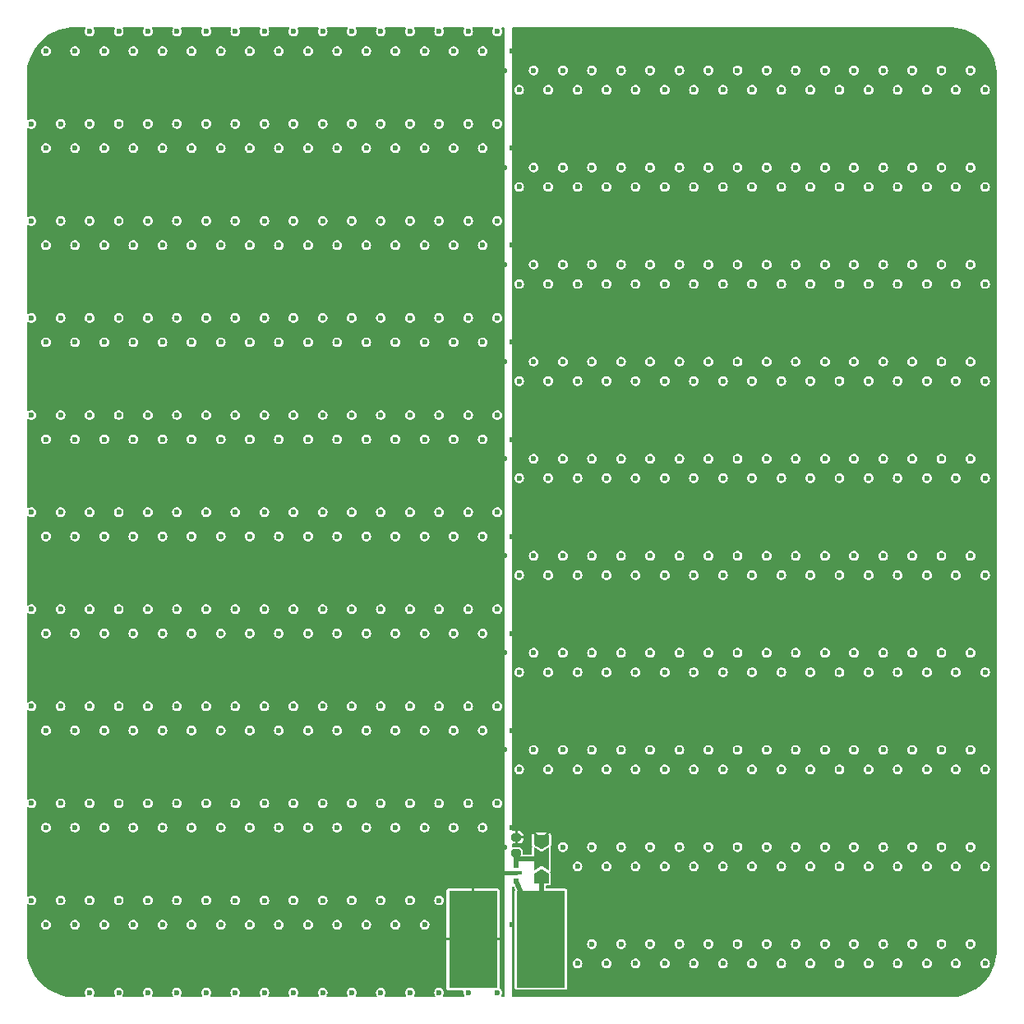
<source format=gbl>
G04 #@! TF.GenerationSoftware,KiCad,Pcbnew,7.0.1*
G04 #@! TF.CreationDate,2023-04-19T15:48:29-07:00*
G04 #@! TF.ProjectId,Stage flood sensor,53746167-6520-4666-9c6f-6f642073656e,rev?*
G04 #@! TF.SameCoordinates,Original*
G04 #@! TF.FileFunction,Copper,L4,Bot*
G04 #@! TF.FilePolarity,Positive*
%FSLAX46Y46*%
G04 Gerber Fmt 4.6, Leading zero omitted, Abs format (unit mm)*
G04 Created by KiCad (PCBNEW 7.0.1) date 2023-04-19 15:48:29*
%MOMM*%
%LPD*%
G01*
G04 APERTURE LIST*
G04 Aperture macros list*
%AMRoundRect*
0 Rectangle with rounded corners*
0 $1 Rounding radius*
0 $2 $3 $4 $5 $6 $7 $8 $9 X,Y pos of 4 corners*
0 Add a 4 corners polygon primitive as box body*
4,1,4,$2,$3,$4,$5,$6,$7,$8,$9,$2,$3,0*
0 Add four circle primitives for the rounded corners*
1,1,$1+$1,$2,$3*
1,1,$1+$1,$4,$5*
1,1,$1+$1,$6,$7*
1,1,$1+$1,$8,$9*
0 Add four rect primitives between the rounded corners*
20,1,$1+$1,$2,$3,$4,$5,0*
20,1,$1+$1,$4,$5,$6,$7,0*
20,1,$1+$1,$6,$7,$8,$9,0*
20,1,$1+$1,$8,$9,$2,$3,0*%
%AMFreePoly0*
4,1,6,1.000000,0.000000,0.500000,-0.750000,-0.500000,-0.750000,-0.500000,0.750000,0.500000,0.750000,1.000000,0.000000,1.000000,0.000000,$1*%
%AMFreePoly1*
4,1,7,0.700000,0.000000,1.200000,-0.750000,-1.200000,-0.750000,-0.700000,0.000000,-1.200000,0.750000,1.200000,0.750000,0.700000,0.000000,0.700000,0.000000,$1*%
G04 Aperture macros list end*
G04 #@! TA.AperFunction,SMDPad,CuDef*
%ADD10R,5.000000X10.000000*%
G04 #@! TD*
G04 #@! TA.AperFunction,SMDPad,CuDef*
%ADD11RoundRect,0.200000X-0.275000X0.200000X-0.275000X-0.200000X0.275000X-0.200000X0.275000X0.200000X0*%
G04 #@! TD*
G04 #@! TA.AperFunction,SMDPad,CuDef*
%ADD12R,0.600000X0.600000*%
G04 #@! TD*
G04 #@! TA.AperFunction,SMDPad,CuDef*
%ADD13R,1.200000X0.400000*%
G04 #@! TD*
G04 #@! TA.AperFunction,SMDPad,CuDef*
%ADD14FreePoly0,90.000000*%
G04 #@! TD*
G04 #@! TA.AperFunction,SMDPad,CuDef*
%ADD15FreePoly1,90.000000*%
G04 #@! TD*
G04 #@! TA.AperFunction,SMDPad,CuDef*
%ADD16FreePoly0,270.000000*%
G04 #@! TD*
G04 #@! TA.AperFunction,ViaPad*
%ADD17C,0.600000*%
G04 #@! TD*
G04 #@! TA.AperFunction,Conductor*
%ADD18C,0.400000*%
G04 #@! TD*
G04 #@! TA.AperFunction,Conductor*
%ADD19C,0.200000*%
G04 #@! TD*
G04 #@! TA.AperFunction,Conductor*
%ADD20C,0.500000*%
G04 #@! TD*
G04 APERTURE END LIST*
D10*
G04 #@! TO.P,J1,1,Pin_1*
G04 #@! TO.N,Net-(J1-Pin_1)*
X103000000Y-144000000D03*
G04 #@! TD*
G04 #@! TO.P,J2,1,Pin_1*
G04 #@! TO.N,GND*
X96000000Y-144000000D03*
G04 #@! TD*
D11*
G04 #@! TO.P,R2,1*
G04 #@! TO.N,/Sense*
X100450000Y-133500000D03*
G04 #@! TO.P,R2,2*
G04 #@! TO.N,Net-(JP1-C)*
X100450000Y-135150000D03*
G04 #@! TD*
D12*
G04 #@! TO.P,C1,1,1*
G04 #@! TO.N,Net-(JP1-C)*
X100460000Y-136400000D03*
D13*
G04 #@! TO.P,C1,2,2*
G04 #@! TO.N,GND*
X100460000Y-137200000D03*
D12*
G04 #@! TO.P,C1,3,3*
G04 #@! TO.N,Net-(J1-Pin_1)*
X100460000Y-138000000D03*
G04 #@! TD*
D14*
G04 #@! TO.P,JP1,1,A*
G04 #@! TO.N,Net-(J1-Pin_1)*
X103030000Y-137750000D03*
D15*
G04 #@! TO.P,JP1,2,C*
G04 #@! TO.N,Net-(JP1-C)*
X103030000Y-135750000D03*
D16*
G04 #@! TO.P,JP1,3,B*
G04 #@! TO.N,/Sense*
X103030000Y-133750000D03*
G04 #@! TD*
D17*
G04 #@! TO.N,/Sense*
X71500000Y-110000000D03*
X80500000Y-140000000D03*
X76000000Y-62500000D03*
X55000000Y-142500000D03*
X80500000Y-90000000D03*
X107500000Y-50500000D03*
X62500000Y-90000000D03*
X101500000Y-149500000D03*
X148000000Y-62500000D03*
X59500000Y-70000000D03*
X142000000Y-92500000D03*
X110500000Y-130000000D03*
X128500000Y-90000000D03*
X94000000Y-132500000D03*
X53500000Y-120000000D03*
X67000000Y-62500000D03*
X148000000Y-72500000D03*
X77500000Y-90000000D03*
X98500000Y-110000000D03*
X56500000Y-50500000D03*
X98500000Y-70000000D03*
X65500000Y-60000000D03*
X79000000Y-62500000D03*
X71500000Y-60000000D03*
X88000000Y-72500000D03*
X145000000Y-62500000D03*
X89500000Y-60000000D03*
X74500000Y-140000000D03*
X131500000Y-100000000D03*
X94000000Y-102500000D03*
X127000000Y-82500000D03*
X94000000Y-92500000D03*
X71500000Y-120000000D03*
X80500000Y-110000000D03*
X107500000Y-60000000D03*
X106000000Y-122500000D03*
X97000000Y-52500000D03*
X124000000Y-102500000D03*
X112000000Y-72500000D03*
X110500000Y-120000000D03*
X83500000Y-130000000D03*
X121000000Y-92500000D03*
X133000000Y-62500000D03*
X127000000Y-122500000D03*
X142000000Y-102500000D03*
X70000000Y-112500000D03*
X100000000Y-72500000D03*
X97000000Y-122500000D03*
X149500000Y-90000000D03*
X89500000Y-70000000D03*
X58000000Y-102500000D03*
X62500000Y-100000000D03*
X107500000Y-120000000D03*
X142000000Y-72500000D03*
X134500000Y-50500000D03*
X107500000Y-80000000D03*
X53500000Y-90000000D03*
X74500000Y-80000000D03*
X76000000Y-72500000D03*
X53500000Y-100000000D03*
X77500000Y-110000000D03*
X86500000Y-140000000D03*
X118000000Y-62500000D03*
X68500000Y-50500000D03*
X115000000Y-122500000D03*
X146500000Y-90000000D03*
X127000000Y-92500000D03*
X131500000Y-149500000D03*
X64000000Y-102500000D03*
X145000000Y-102500000D03*
X62500000Y-130000000D03*
X134500000Y-80000000D03*
X142000000Y-82500000D03*
X106000000Y-92500000D03*
X103000000Y-52500000D03*
X134500000Y-60000000D03*
X139000000Y-112500000D03*
X113500000Y-50500000D03*
X91000000Y-112500000D03*
X130000000Y-82500000D03*
X110500000Y-70000000D03*
X121000000Y-132500000D03*
X110500000Y-140000000D03*
X146500000Y-140000000D03*
X70000000Y-102500000D03*
X115000000Y-102500000D03*
X119500000Y-60000000D03*
X65500000Y-80000000D03*
X128500000Y-120000000D03*
X104500000Y-110000000D03*
X148000000Y-132500000D03*
X110500000Y-149500000D03*
X67000000Y-142500000D03*
X68500000Y-140000000D03*
X88000000Y-62500000D03*
X56500000Y-60000000D03*
X112000000Y-92500000D03*
X100000000Y-62500000D03*
X143500000Y-140000000D03*
X118000000Y-142500000D03*
X68500000Y-70000000D03*
X79000000Y-72500000D03*
X137500000Y-140000000D03*
X91000000Y-82500000D03*
X107500000Y-130000000D03*
X106000000Y-132500000D03*
X56500000Y-110000000D03*
X116500000Y-90000000D03*
X73000000Y-132500000D03*
X59500000Y-80000000D03*
X131500000Y-120000000D03*
X124000000Y-142500000D03*
X64000000Y-122500000D03*
X137500000Y-50500000D03*
X136000000Y-122500000D03*
X124000000Y-62500000D03*
X71500000Y-90000000D03*
X125500000Y-110000000D03*
X104500000Y-100000000D03*
X127000000Y-52500000D03*
X77500000Y-149500000D03*
X133000000Y-112500000D03*
X100000000Y-142500000D03*
X134500000Y-120000000D03*
X95500000Y-90000000D03*
X124000000Y-122500000D03*
X95500000Y-120000000D03*
X119500000Y-50500000D03*
X106000000Y-102500000D03*
X128500000Y-60000000D03*
X140500000Y-130000000D03*
X79000000Y-82500000D03*
X127000000Y-132500000D03*
X61000000Y-52500000D03*
X136000000Y-82500000D03*
X109000000Y-132500000D03*
X148000000Y-142500000D03*
X50500000Y-120000000D03*
X64000000Y-142500000D03*
X118000000Y-132500000D03*
X136000000Y-132500000D03*
X110500000Y-80000000D03*
X88000000Y-132500000D03*
X55000000Y-122500000D03*
X80500000Y-100000000D03*
X100000000Y-52500000D03*
X136000000Y-142500000D03*
X73000000Y-92500000D03*
X62500000Y-60000000D03*
X97000000Y-132500000D03*
X107500000Y-149500000D03*
X64000000Y-72500000D03*
X61000000Y-62500000D03*
X88000000Y-52500000D03*
X121000000Y-142500000D03*
X104500000Y-90000000D03*
X98500000Y-100000000D03*
X103000000Y-82500000D03*
X134500000Y-130000000D03*
X137500000Y-149500000D03*
X109000000Y-92500000D03*
X52000000Y-72500000D03*
X133000000Y-82500000D03*
X64000000Y-132500000D03*
X130000000Y-52500000D03*
X139000000Y-102500000D03*
X110500000Y-100000000D03*
X136000000Y-102500000D03*
X101500000Y-120000000D03*
X115000000Y-112500000D03*
X61000000Y-142500000D03*
X92500000Y-50500000D03*
X52000000Y-102500000D03*
X53500000Y-80000000D03*
X55000000Y-102500000D03*
X91000000Y-72500000D03*
X94000000Y-72500000D03*
X113500000Y-140000000D03*
X77500000Y-100000000D03*
X140500000Y-60000000D03*
X109000000Y-102500000D03*
X83500000Y-120000000D03*
X103000000Y-112500000D03*
X148000000Y-112500000D03*
X86500000Y-70000000D03*
X143500000Y-120000000D03*
X50500000Y-100000000D03*
X56500000Y-70000000D03*
X140500000Y-149500000D03*
X124000000Y-112500000D03*
X85000000Y-92500000D03*
X55000000Y-132500000D03*
X118000000Y-112500000D03*
X74500000Y-60000000D03*
X106000000Y-52500000D03*
X124000000Y-132500000D03*
X83500000Y-70000000D03*
X70000000Y-82500000D03*
X109000000Y-82500000D03*
X50500000Y-60000000D03*
X86500000Y-60000000D03*
X53500000Y-140000000D03*
X131500000Y-140000000D03*
X109000000Y-112500000D03*
X70000000Y-92500000D03*
X53500000Y-70000000D03*
X109000000Y-72500000D03*
X128500000Y-70000000D03*
X130000000Y-62500000D03*
X133000000Y-142500000D03*
X92500000Y-130000000D03*
X140500000Y-110000000D03*
X83500000Y-90000000D03*
X149500000Y-130000000D03*
X76000000Y-52500000D03*
X58000000Y-122500000D03*
X70000000Y-122500000D03*
X136000000Y-72500000D03*
X58000000Y-72500000D03*
X146500000Y-100000000D03*
X82000000Y-112500000D03*
X121000000Y-112500000D03*
X139000000Y-122500000D03*
X95500000Y-110000000D03*
X83500000Y-100000000D03*
X136000000Y-62500000D03*
X95500000Y-100000000D03*
X139000000Y-82500000D03*
X115000000Y-62500000D03*
X149500000Y-60000000D03*
X59500000Y-120000000D03*
X80500000Y-60000000D03*
X61000000Y-122500000D03*
X115000000Y-132500000D03*
X124000000Y-72500000D03*
X82000000Y-92500000D03*
X52000000Y-122500000D03*
X67000000Y-102500000D03*
X73000000Y-142500000D03*
X122500000Y-70000000D03*
X133000000Y-102500000D03*
X74500000Y-149500000D03*
X79000000Y-52500000D03*
X85000000Y-82500000D03*
X116500000Y-80000000D03*
X89500000Y-50500000D03*
X83500000Y-140000000D03*
X130000000Y-142500000D03*
X142000000Y-122500000D03*
X122500000Y-130000000D03*
X92500000Y-70000000D03*
X146500000Y-80000000D03*
X128500000Y-50500000D03*
X95500000Y-80000000D03*
X53500000Y-110000000D03*
X71500000Y-149500000D03*
X67000000Y-112500000D03*
X143500000Y-70000000D03*
X146500000Y-120000000D03*
X92500000Y-60000000D03*
X53500000Y-130000000D03*
X137500000Y-90000000D03*
X148000000Y-102500000D03*
X143500000Y-90000000D03*
X61000000Y-132500000D03*
X74500000Y-120000000D03*
X101500000Y-130000000D03*
X107500000Y-140000000D03*
X110500000Y-50500000D03*
X67000000Y-92500000D03*
X73000000Y-62500000D03*
X50500000Y-140000000D03*
X103000000Y-132500000D03*
X52000000Y-92500000D03*
X116500000Y-120000000D03*
X128500000Y-149500000D03*
X112000000Y-122500000D03*
X91000000Y-92500000D03*
X145000000Y-72500000D03*
X104500000Y-120000000D03*
X106000000Y-72500000D03*
X103000000Y-72500000D03*
X55000000Y-52500000D03*
X146500000Y-110000000D03*
X134500000Y-149500000D03*
X76000000Y-112500000D03*
X113500000Y-110000000D03*
X121000000Y-82500000D03*
X56500000Y-100000000D03*
X121000000Y-52500000D03*
X85000000Y-102500000D03*
X82000000Y-52500000D03*
X100000000Y-132500000D03*
X94000000Y-112500000D03*
X65500000Y-149500000D03*
X58000000Y-62500000D03*
X86500000Y-149500000D03*
X59500000Y-60000000D03*
X92500000Y-140000000D03*
X140500000Y-120000000D03*
X71500000Y-140000000D03*
X64000000Y-92500000D03*
X133000000Y-122500000D03*
X80500000Y-120000000D03*
X67000000Y-52500000D03*
X76000000Y-82500000D03*
X74500000Y-100000000D03*
X58000000Y-142500000D03*
X67000000Y-132500000D03*
X104500000Y-80000000D03*
X131500000Y-70000000D03*
X59500000Y-90000000D03*
X122500000Y-149500000D03*
X130000000Y-132500000D03*
X148000000Y-122500000D03*
X82000000Y-102500000D03*
X122500000Y-140000000D03*
X62500000Y-70000000D03*
X91000000Y-142500000D03*
X140500000Y-90000000D03*
X140500000Y-70000000D03*
X97000000Y-62500000D03*
X82000000Y-132500000D03*
X85000000Y-132500000D03*
X98500000Y-90000000D03*
X113500000Y-60000000D03*
X112000000Y-142500000D03*
X112000000Y-52500000D03*
X97000000Y-72500000D03*
X145000000Y-112500000D03*
X101500000Y-90000000D03*
X116500000Y-140000000D03*
X86500000Y-80000000D03*
X82000000Y-72500000D03*
X65500000Y-120000000D03*
X137500000Y-130000000D03*
X109000000Y-52500000D03*
X137500000Y-60000000D03*
X133000000Y-92500000D03*
X79000000Y-102500000D03*
X139000000Y-132500000D03*
X115000000Y-52500000D03*
X50500000Y-130000000D03*
X86500000Y-120000000D03*
X97000000Y-102500000D03*
X131500000Y-130000000D03*
X119500000Y-149500000D03*
X149500000Y-140000000D03*
X52000000Y-112500000D03*
X92500000Y-149500000D03*
X149500000Y-80000000D03*
X110500000Y-60000000D03*
X119500000Y-110000000D03*
X119500000Y-70000000D03*
X74500000Y-110000000D03*
X128500000Y-100000000D03*
X68500000Y-80000000D03*
X149500000Y-110000000D03*
X73000000Y-52500000D03*
X88000000Y-92500000D03*
X76000000Y-122500000D03*
X124000000Y-82500000D03*
X68500000Y-90000000D03*
X64000000Y-82500000D03*
X77500000Y-140000000D03*
X118000000Y-52500000D03*
X107500000Y-110000000D03*
X70000000Y-72500000D03*
X89500000Y-90000000D03*
X104500000Y-60000000D03*
X113500000Y-120000000D03*
X85000000Y-72500000D03*
X100000000Y-112500000D03*
X122500000Y-80000000D03*
X91000000Y-122500000D03*
X65500000Y-90000000D03*
X56500000Y-80000000D03*
X146500000Y-130000000D03*
X148000000Y-82500000D03*
X85000000Y-112500000D03*
X104500000Y-70000000D03*
X133000000Y-52500000D03*
X79000000Y-92500000D03*
X121000000Y-72500000D03*
X122500000Y-90000000D03*
X83500000Y-60000000D03*
X86500000Y-90000000D03*
X70000000Y-52500000D03*
X71500000Y-80000000D03*
X77500000Y-80000000D03*
X65500000Y-110000000D03*
X139000000Y-142500000D03*
X55000000Y-82500000D03*
X83500000Y-149500000D03*
X59500000Y-149500000D03*
X116500000Y-100000000D03*
X74500000Y-70000000D03*
X122500000Y-110000000D03*
X73000000Y-112500000D03*
X59500000Y-50500000D03*
X107500000Y-70000000D03*
X119500000Y-80000000D03*
X59500000Y-100000000D03*
X119500000Y-120000000D03*
X104500000Y-130000000D03*
X64000000Y-62500000D03*
X85000000Y-52500000D03*
X130000000Y-122500000D03*
X88000000Y-102500000D03*
X113500000Y-100000000D03*
X112000000Y-102500000D03*
X74500000Y-50500000D03*
X98500000Y-130000000D03*
X130000000Y-92500000D03*
X91000000Y-62500000D03*
X103000000Y-92500000D03*
X56500000Y-130000000D03*
X127000000Y-62500000D03*
X77500000Y-60000000D03*
X82000000Y-62500000D03*
X58000000Y-132500000D03*
X52000000Y-52500000D03*
X116500000Y-110000000D03*
X109000000Y-122500000D03*
X125500000Y-149500000D03*
X133000000Y-132500000D03*
X89500000Y-149500000D03*
X86500000Y-110000000D03*
X62500000Y-140000000D03*
X136000000Y-112500000D03*
X143500000Y-80000000D03*
X89500000Y-100000000D03*
X149500000Y-70000000D03*
X101500000Y-70000000D03*
X92500000Y-100000000D03*
X97000000Y-92500000D03*
X139000000Y-72500000D03*
X58000000Y-112500000D03*
X62500000Y-80000000D03*
X116500000Y-60000000D03*
X94000000Y-52500000D03*
X113500000Y-70000000D03*
X128500000Y-130000000D03*
X89500000Y-120000000D03*
X77500000Y-130000000D03*
X50500000Y-70000000D03*
X73000000Y-122500000D03*
X80500000Y-70000000D03*
X145000000Y-92500000D03*
X113500000Y-149500000D03*
X68500000Y-149500000D03*
X140500000Y-80000000D03*
X145000000Y-82500000D03*
X106000000Y-142500000D03*
X107500000Y-100000000D03*
X106000000Y-62500000D03*
X56500000Y-140000000D03*
X127000000Y-72500000D03*
X115000000Y-72500000D03*
X98500000Y-120000000D03*
X137500000Y-70000000D03*
X80500000Y-149500000D03*
X110500000Y-90000000D03*
X95500000Y-60000000D03*
X65500000Y-100000000D03*
X97000000Y-112500000D03*
X82000000Y-142500000D03*
X112000000Y-82500000D03*
X125500000Y-60000000D03*
X146500000Y-70000000D03*
X64000000Y-112500000D03*
X50500000Y-80000000D03*
X145000000Y-122500000D03*
X116500000Y-70000000D03*
X52000000Y-142500000D03*
X85000000Y-62500000D03*
X61000000Y-92500000D03*
X64000000Y-52500000D03*
X95500000Y-70000000D03*
X104500000Y-50500000D03*
X83500000Y-50500000D03*
X104500000Y-149500000D03*
X92500000Y-80000000D03*
X76000000Y-142500000D03*
X76000000Y-102500000D03*
X142000000Y-132500000D03*
X113500000Y-130000000D03*
X121000000Y-122500000D03*
X115000000Y-142500000D03*
X148000000Y-52500000D03*
X118000000Y-92500000D03*
X107500000Y-90000000D03*
X134500000Y-140000000D03*
X71500000Y-70000000D03*
X119500000Y-140000000D03*
X130000000Y-72500000D03*
X86500000Y-50500000D03*
X89500000Y-130000000D03*
X119500000Y-130000000D03*
X125500000Y-120000000D03*
X101500000Y-80000000D03*
X143500000Y-60000000D03*
X119500000Y-90000000D03*
X131500000Y-110000000D03*
X139000000Y-52500000D03*
X121000000Y-62500000D03*
X56500000Y-149500000D03*
X143500000Y-110000000D03*
X58000000Y-92500000D03*
X71500000Y-100000000D03*
X89500000Y-110000000D03*
X68500000Y-130000000D03*
X143500000Y-149500000D03*
X70000000Y-62500000D03*
X74500000Y-130000000D03*
X103000000Y-62500000D03*
X98500000Y-50500000D03*
X65500000Y-140000000D03*
X89500000Y-140000000D03*
X73000000Y-72500000D03*
X118000000Y-102500000D03*
X128500000Y-110000000D03*
X71500000Y-50500000D03*
X77500000Y-70000000D03*
X68500000Y-120000000D03*
X101500000Y-110000000D03*
X125500000Y-90000000D03*
X131500000Y-90000000D03*
X145000000Y-52500000D03*
X101500000Y-100000000D03*
X137500000Y-120000000D03*
X53500000Y-60000000D03*
X148000000Y-92500000D03*
X128500000Y-80000000D03*
X55000000Y-112500000D03*
X88000000Y-142500000D03*
X122500000Y-100000000D03*
X67000000Y-72500000D03*
X109000000Y-142500000D03*
X134500000Y-110000000D03*
X103000000Y-122500000D03*
X65500000Y-70000000D03*
X125500000Y-80000000D03*
X118000000Y-82500000D03*
X52000000Y-62500000D03*
X140500000Y-100000000D03*
X143500000Y-130000000D03*
X112000000Y-112500000D03*
X88000000Y-82500000D03*
X131500000Y-80000000D03*
X55000000Y-72500000D03*
X97000000Y-82500000D03*
X89500000Y-80000000D03*
X121000000Y-102500000D03*
X65500000Y-50500000D03*
X61000000Y-72500000D03*
X130000000Y-102500000D03*
X83500000Y-110000000D03*
X79000000Y-142500000D03*
X142000000Y-112500000D03*
X115000000Y-82500000D03*
X80500000Y-50500000D03*
X101500000Y-50500000D03*
X61000000Y-112500000D03*
X142000000Y-52500000D03*
X82000000Y-122500000D03*
X100000000Y-82500000D03*
X61000000Y-102500000D03*
X125500000Y-50500000D03*
X125500000Y-70000000D03*
X118000000Y-72500000D03*
X122500000Y-60000000D03*
X116500000Y-149500000D03*
X143500000Y-100000000D03*
X68500000Y-100000000D03*
X71500000Y-130000000D03*
X98500000Y-80000000D03*
X145000000Y-132500000D03*
X59500000Y-130000000D03*
X127000000Y-102500000D03*
X58000000Y-52500000D03*
X95500000Y-149500000D03*
X119500000Y-100000000D03*
X73000000Y-82500000D03*
X106000000Y-112500000D03*
X77500000Y-50500000D03*
X91000000Y-102500000D03*
X136000000Y-92500000D03*
X86500000Y-100000000D03*
X56500000Y-90000000D03*
X122500000Y-120000000D03*
X116500000Y-50500000D03*
X131500000Y-60000000D03*
X140500000Y-140000000D03*
X62500000Y-120000000D03*
X91000000Y-132500000D03*
X134500000Y-90000000D03*
X140500000Y-50500000D03*
X145000000Y-142500000D03*
X65500000Y-130000000D03*
X131500000Y-50500000D03*
X59500000Y-140000000D03*
X113500000Y-80000000D03*
X70000000Y-132500000D03*
X149500000Y-100000000D03*
X118000000Y-122500000D03*
X113500000Y-90000000D03*
X134500000Y-70000000D03*
X79000000Y-122500000D03*
X124000000Y-92500000D03*
X76000000Y-92500000D03*
X94000000Y-62500000D03*
X88000000Y-112500000D03*
X122500000Y-50500000D03*
X128500000Y-140000000D03*
X80500000Y-80000000D03*
X68500000Y-110000000D03*
X92500000Y-110000000D03*
X124000000Y-52500000D03*
X79000000Y-132500000D03*
X110500000Y-110000000D03*
X127000000Y-112500000D03*
X139000000Y-92500000D03*
X100000000Y-102500000D03*
X52000000Y-132500000D03*
X125500000Y-130000000D03*
X67000000Y-82500000D03*
X50500000Y-110000000D03*
X98500000Y-60000000D03*
X62500000Y-110000000D03*
X79000000Y-112500000D03*
X139000000Y-62500000D03*
X82000000Y-82500000D03*
X88000000Y-122500000D03*
X101500000Y-60000000D03*
X149500000Y-120000000D03*
X92500000Y-120000000D03*
X62500000Y-50500000D03*
X91000000Y-52500000D03*
X137500000Y-80000000D03*
X61000000Y-82500000D03*
X86500000Y-130000000D03*
X116500000Y-130000000D03*
X95500000Y-50500000D03*
X95500000Y-130000000D03*
X85000000Y-142500000D03*
X142000000Y-142500000D03*
X133000000Y-72500000D03*
X112000000Y-132500000D03*
X59500000Y-110000000D03*
X67000000Y-122500000D03*
X109000000Y-62500000D03*
X100000000Y-92500000D03*
X134500000Y-100000000D03*
X125500000Y-140000000D03*
X137500000Y-110000000D03*
X94000000Y-122500000D03*
X62500000Y-149500000D03*
X146500000Y-60000000D03*
X92500000Y-90000000D03*
X55000000Y-92500000D03*
X143500000Y-50500000D03*
X142000000Y-62500000D03*
X73000000Y-102500000D03*
X52000000Y-82500000D03*
X56500000Y-120000000D03*
X136000000Y-52500000D03*
X127000000Y-142500000D03*
X98500000Y-149500000D03*
X55000000Y-62500000D03*
X103000000Y-102500000D03*
X83500000Y-80000000D03*
X85000000Y-122500000D03*
X125500000Y-100000000D03*
X70000000Y-142500000D03*
X130000000Y-112500000D03*
X50500000Y-90000000D03*
X77500000Y-120000000D03*
X112000000Y-62500000D03*
X100000000Y-122500000D03*
X106000000Y-82500000D03*
X74500000Y-90000000D03*
X76000000Y-132500000D03*
X137500000Y-100000000D03*
X68500000Y-60000000D03*
X115000000Y-92500000D03*
X58000000Y-82500000D03*
X80500000Y-130000000D03*
X94000000Y-82500000D03*
G04 #@! TO.N,GND*
X144250000Y-144500000D03*
X123250000Y-54500000D03*
X52750000Y-126500000D03*
X102250000Y-74500000D03*
X103750000Y-116500000D03*
X93250000Y-64500000D03*
X63250000Y-84500000D03*
X144250000Y-124500000D03*
X97750000Y-126500000D03*
X130750000Y-66500000D03*
X73750000Y-136500000D03*
X51250000Y-114500000D03*
X129250000Y-124500000D03*
X91750000Y-136500000D03*
X106750000Y-146500000D03*
X64750000Y-56500000D03*
X100750000Y-106500000D03*
X75250000Y-84500000D03*
X123250000Y-124500000D03*
X102250000Y-114500000D03*
X118750000Y-96500000D03*
X108250000Y-124500000D03*
X133750000Y-96500000D03*
X136750000Y-136500000D03*
X120250000Y-104500000D03*
X72250000Y-94500000D03*
X82750000Y-146500000D03*
X73750000Y-56500000D03*
X72250000Y-74500000D03*
X91750000Y-86500000D03*
X51250000Y-84500000D03*
X52750000Y-86500000D03*
X138250000Y-94500000D03*
X129250000Y-144500000D03*
X114250000Y-144500000D03*
X67750000Y-76500000D03*
X126250000Y-144500000D03*
X79750000Y-106500000D03*
X100750000Y-86500000D03*
X97750000Y-66500000D03*
X97750000Y-96500000D03*
X135250000Y-124500000D03*
X55750000Y-76500000D03*
X58750000Y-76500000D03*
X73750000Y-66500000D03*
X78250000Y-84500000D03*
X67750000Y-126500000D03*
X109750000Y-126500000D03*
X102250000Y-64500000D03*
X124750000Y-56500000D03*
X112750000Y-56500000D03*
X81250000Y-124500000D03*
X73750000Y-96500000D03*
X147250000Y-124500000D03*
X72250000Y-84500000D03*
X75250000Y-144500000D03*
X103750000Y-96500000D03*
X127750000Y-66500000D03*
X91750000Y-66500000D03*
X69250000Y-124500000D03*
X112750000Y-116500000D03*
X133750000Y-116500000D03*
X54250000Y-134500000D03*
X81250000Y-104500000D03*
X108250000Y-64500000D03*
X144250000Y-104500000D03*
X124750000Y-86500000D03*
X114250000Y-54500000D03*
X64750000Y-106500000D03*
X54250000Y-144500000D03*
X55750000Y-66500000D03*
X117250000Y-64500000D03*
X76750000Y-76500000D03*
X106750000Y-76500000D03*
X66250000Y-84500000D03*
X66250000Y-74500000D03*
X57250000Y-114500000D03*
X70750000Y-86500000D03*
X126250000Y-124500000D03*
X132250000Y-124500000D03*
X121750000Y-66500000D03*
X51250000Y-104500000D03*
X90250000Y-134500000D03*
X105250000Y-114500000D03*
X117250000Y-104500000D03*
X136750000Y-66500000D03*
X51250000Y-54500000D03*
X108250000Y-134500000D03*
X123250000Y-144500000D03*
X144250000Y-54500000D03*
X102250000Y-84500000D03*
X70750000Y-126500000D03*
X130750000Y-106500000D03*
X55750000Y-56500000D03*
X111250000Y-94500000D03*
X133750000Y-86500000D03*
X82750000Y-126500000D03*
X130750000Y-96500000D03*
X87250000Y-74500000D03*
X67750000Y-56500000D03*
X75250000Y-124500000D03*
X60250000Y-134500000D03*
X64750000Y-136500000D03*
X133750000Y-56500000D03*
X82750000Y-86500000D03*
X84250000Y-134500000D03*
X64750000Y-76500000D03*
X108250000Y-54500000D03*
X61750000Y-56500000D03*
X57250000Y-54500000D03*
X121750000Y-56500000D03*
X64750000Y-66500000D03*
X63250000Y-54500000D03*
X129250000Y-74500000D03*
X127750000Y-136500000D03*
X76750000Y-126500000D03*
X106750000Y-86500000D03*
X141250000Y-134500000D03*
X70750000Y-66500000D03*
X147250000Y-144500000D03*
X121750000Y-106500000D03*
X124750000Y-76500000D03*
X132250000Y-134500000D03*
X96250000Y-134500000D03*
X139750000Y-116500000D03*
X132250000Y-104500000D03*
X99250000Y-124500000D03*
X142750000Y-126500000D03*
X85750000Y-96500000D03*
X58750000Y-146500000D03*
X135250000Y-54500000D03*
X118750000Y-126500000D03*
X99250000Y-134500000D03*
X136750000Y-86500000D03*
X90250000Y-84500000D03*
X127750000Y-126500000D03*
X148750000Y-126500000D03*
X139750000Y-126500000D03*
X58750000Y-106500000D03*
X100750000Y-66500000D03*
X97750000Y-86500000D03*
X91750000Y-146500000D03*
X138250000Y-124500000D03*
X129250000Y-54500000D03*
X79750000Y-56500000D03*
X76750000Y-136500000D03*
X114250000Y-124500000D03*
X109750000Y-116500000D03*
X55750000Y-116500000D03*
X117250000Y-74500000D03*
X64750000Y-146500000D03*
X69250000Y-74500000D03*
X72250000Y-144500000D03*
X67750000Y-106500000D03*
X114250000Y-84500000D03*
X84250000Y-54500000D03*
X57250000Y-84500000D03*
X67750000Y-116500000D03*
X111250000Y-144500000D03*
X67750000Y-146500000D03*
X70750000Y-116500000D03*
X73750000Y-86500000D03*
X121750000Y-146500000D03*
X109750000Y-76500000D03*
X60250000Y-114500000D03*
X94750000Y-76500000D03*
X58750000Y-136500000D03*
X105250000Y-54500000D03*
X87250000Y-84500000D03*
X52750000Y-136500000D03*
X126250000Y-94500000D03*
X135250000Y-134500000D03*
X130750000Y-146500000D03*
X79750000Y-86500000D03*
X121750000Y-126500000D03*
X117250000Y-144500000D03*
X70750000Y-106500000D03*
X54250000Y-54500000D03*
X75250000Y-104500000D03*
X84250000Y-74500000D03*
X112750000Y-136500000D03*
X136750000Y-96500000D03*
X64750000Y-96500000D03*
X115750000Y-146500000D03*
X111250000Y-134500000D03*
X90250000Y-104500000D03*
X144250000Y-84500000D03*
X132250000Y-144500000D03*
X130750000Y-136500000D03*
X91750000Y-76500000D03*
X63250000Y-104500000D03*
X82750000Y-106500000D03*
X100750000Y-76500000D03*
X60250000Y-124500000D03*
X61750000Y-96500000D03*
X87250000Y-144500000D03*
X82750000Y-56500000D03*
X106750000Y-106500000D03*
X124750000Y-146500000D03*
X58750000Y-56500000D03*
X139750000Y-146500000D03*
X99250000Y-84500000D03*
X118750000Y-56500000D03*
X69250000Y-64500000D03*
X133750000Y-126500000D03*
X129250000Y-134500000D03*
X76750000Y-56500000D03*
X102250000Y-94500000D03*
X127750000Y-76500000D03*
X148750000Y-116500000D03*
X111250000Y-84500000D03*
X55750000Y-96500000D03*
X142750000Y-136500000D03*
X91750000Y-116500000D03*
X127750000Y-146500000D03*
X76750000Y-146500000D03*
X147250000Y-94500000D03*
X130750000Y-56500000D03*
X105250000Y-134500000D03*
X138250000Y-134500000D03*
X105250000Y-124500000D03*
X121750000Y-136500000D03*
X51250000Y-64500000D03*
X111250000Y-124500000D03*
X99250000Y-114500000D03*
X99250000Y-94500000D03*
X141250000Y-114500000D03*
X114250000Y-114500000D03*
X136750000Y-146500000D03*
X130750000Y-76500000D03*
X144250000Y-64500000D03*
X141250000Y-84500000D03*
X60250000Y-64500000D03*
X52750000Y-116500000D03*
X142750000Y-56500000D03*
X61750000Y-86500000D03*
X93250000Y-94500000D03*
X124750000Y-66500000D03*
X141250000Y-104500000D03*
X79750000Y-146500000D03*
X112750000Y-86500000D03*
X61750000Y-116500000D03*
X81250000Y-54500000D03*
X66250000Y-124500000D03*
X120250000Y-74500000D03*
X118750000Y-146500000D03*
X103750000Y-66500000D03*
X147250000Y-54500000D03*
X66250000Y-64500000D03*
X123250000Y-114500000D03*
X96250000Y-54500000D03*
X93250000Y-134500000D03*
X135250000Y-84500000D03*
X147250000Y-104500000D03*
X115750000Y-126500000D03*
X91750000Y-96500000D03*
X118750000Y-106500000D03*
X102250000Y-104500000D03*
X66250000Y-54500000D03*
X145750000Y-116500000D03*
X100750000Y-126500000D03*
X123250000Y-74500000D03*
X96250000Y-94500000D03*
X141250000Y-144500000D03*
X82750000Y-96500000D03*
X100750000Y-116500000D03*
X67750000Y-66500000D03*
X129250000Y-114500000D03*
X93250000Y-114500000D03*
X90250000Y-64500000D03*
X111250000Y-114500000D03*
X54250000Y-64500000D03*
X138250000Y-64500000D03*
X97750000Y-116500000D03*
X52750000Y-66500000D03*
X52750000Y-76500000D03*
X93250000Y-124500000D03*
X141250000Y-64500000D03*
X108250000Y-104500000D03*
X94750000Y-66500000D03*
X52750000Y-56500000D03*
X60250000Y-84500000D03*
X102250000Y-54500000D03*
X69250000Y-94500000D03*
X112750000Y-126500000D03*
X75250000Y-74500000D03*
X109750000Y-66500000D03*
X69250000Y-84500000D03*
X141250000Y-124500000D03*
X82750000Y-66500000D03*
X132250000Y-74500000D03*
X129250000Y-94500000D03*
X81250000Y-94500000D03*
X79750000Y-116500000D03*
X133750000Y-66500000D03*
X70750000Y-76500000D03*
X61750000Y-136500000D03*
X112750000Y-146500000D03*
X117250000Y-94500000D03*
X85750000Y-56500000D03*
X54250000Y-104500000D03*
X120250000Y-84500000D03*
X115750000Y-76500000D03*
X67750000Y-96500000D03*
X99250000Y-74500000D03*
X135250000Y-144500000D03*
X115750000Y-96500000D03*
X84250000Y-94500000D03*
X100750000Y-96500000D03*
X93250000Y-84500000D03*
X114250000Y-104500000D03*
X58750000Y-66500000D03*
X94750000Y-96500000D03*
X120250000Y-94500000D03*
X139750000Y-66500000D03*
X57250000Y-144500000D03*
X79750000Y-136500000D03*
X90250000Y-124500000D03*
X87250000Y-54500000D03*
X73750000Y-126500000D03*
X144250000Y-114500000D03*
X138250000Y-84500000D03*
X91750000Y-126500000D03*
X129250000Y-104500000D03*
X105250000Y-104500000D03*
X139750000Y-86500000D03*
X118750000Y-136500000D03*
X52750000Y-146500000D03*
X72250000Y-134500000D03*
X96250000Y-124500000D03*
X79750000Y-126500000D03*
X133750000Y-146500000D03*
X78250000Y-64500000D03*
X105250000Y-84500000D03*
X61750000Y-76500000D03*
X70750000Y-96500000D03*
X103750000Y-126500000D03*
X148750000Y-76500000D03*
X88750000Y-116500000D03*
X96250000Y-114500000D03*
X127750000Y-106500000D03*
X136750000Y-56500000D03*
X121750000Y-76500000D03*
X111250000Y-54500000D03*
X126250000Y-84500000D03*
X111250000Y-64500000D03*
X85750000Y-126500000D03*
X106750000Y-66500000D03*
X76750000Y-66500000D03*
X138250000Y-74500000D03*
X105250000Y-74500000D03*
X61750000Y-66500000D03*
X63250000Y-114500000D03*
X133750000Y-76500000D03*
X130750000Y-116500000D03*
X73750000Y-76500000D03*
X85750000Y-66500000D03*
X88750000Y-66500000D03*
X109750000Y-86500000D03*
X81250000Y-144500000D03*
X120250000Y-54500000D03*
X99250000Y-64500000D03*
X87250000Y-134500000D03*
X136750000Y-106500000D03*
X88750000Y-126500000D03*
X142750000Y-96500000D03*
X117250000Y-114500000D03*
X81250000Y-64500000D03*
X136750000Y-126500000D03*
X120250000Y-134500000D03*
X147250000Y-74500000D03*
X85750000Y-116500000D03*
X135250000Y-114500000D03*
X82750000Y-116500000D03*
X105250000Y-94500000D03*
X84250000Y-84500000D03*
X120250000Y-114500000D03*
X87250000Y-64500000D03*
X138250000Y-104500000D03*
X76750000Y-96500000D03*
X109750000Y-106500000D03*
X60250000Y-54500000D03*
X139750000Y-56500000D03*
X90250000Y-94500000D03*
X64750000Y-86500000D03*
X147250000Y-64500000D03*
X88750000Y-56500000D03*
X141250000Y-94500000D03*
X55750000Y-146500000D03*
X87250000Y-124500000D03*
X93250000Y-54500000D03*
X97750000Y-106500000D03*
X67750000Y-86500000D03*
X88750000Y-76500000D03*
X76750000Y-106500000D03*
X148750000Y-86500000D03*
X123250000Y-134500000D03*
X115750000Y-56500000D03*
X117250000Y-84500000D03*
X100750000Y-56500000D03*
X126250000Y-64500000D03*
X58750000Y-116500000D03*
X85750000Y-146500000D03*
X54250000Y-84500000D03*
X118750000Y-116500000D03*
X132250000Y-94500000D03*
X88750000Y-136500000D03*
X76750000Y-116500000D03*
X114250000Y-64500000D03*
X126250000Y-74500000D03*
X82750000Y-76500000D03*
X105250000Y-64500000D03*
X55750000Y-86500000D03*
X84250000Y-124500000D03*
X132250000Y-114500000D03*
X145750000Y-146500000D03*
X88750000Y-146500000D03*
X75250000Y-114500000D03*
X136750000Y-116500000D03*
X76750000Y-86500000D03*
X67750000Y-136500000D03*
X132250000Y-54500000D03*
X130750000Y-126500000D03*
X145750000Y-96500000D03*
X75250000Y-54500000D03*
X123250000Y-104500000D03*
X124750000Y-116500000D03*
X63250000Y-144500000D03*
X78250000Y-114500000D03*
X148750000Y-136500000D03*
X111250000Y-104500000D03*
X144250000Y-94500000D03*
X88750000Y-86500000D03*
X66250000Y-94500000D03*
X144250000Y-74500000D03*
X55750000Y-126500000D03*
X54250000Y-124500000D03*
X66250000Y-114500000D03*
X135250000Y-74500000D03*
X51250000Y-144500000D03*
X118750000Y-66500000D03*
X139750000Y-106500000D03*
X148750000Y-66500000D03*
X124750000Y-126500000D03*
X142750000Y-116500000D03*
X138250000Y-54500000D03*
X145750000Y-56500000D03*
X70750000Y-146500000D03*
X78250000Y-144500000D03*
X94750000Y-106500000D03*
X94750000Y-126500000D03*
X85750000Y-136500000D03*
X51250000Y-124500000D03*
X57250000Y-104500000D03*
X57250000Y-124500000D03*
X52750000Y-106500000D03*
X81250000Y-74500000D03*
X120250000Y-124500000D03*
X109750000Y-56500000D03*
X97750000Y-56500000D03*
X78250000Y-94500000D03*
X142750000Y-106500000D03*
X51250000Y-94500000D03*
X114250000Y-74500000D03*
X129250000Y-64500000D03*
X96250000Y-74500000D03*
X135250000Y-64500000D03*
X118750000Y-86500000D03*
X94750000Y-116500000D03*
X129250000Y-84500000D03*
X88750000Y-106500000D03*
X109750000Y-136500000D03*
X90250000Y-114500000D03*
X58750000Y-86500000D03*
X96250000Y-104500000D03*
X87250000Y-104500000D03*
X54250000Y-94500000D03*
X147250000Y-84500000D03*
X148750000Y-106500000D03*
X106750000Y-56500000D03*
X87250000Y-94500000D03*
X145750000Y-106500000D03*
X148750000Y-96500000D03*
X90250000Y-144500000D03*
X66250000Y-104500000D03*
X63250000Y-74500000D03*
X51250000Y-134500000D03*
X115750000Y-106500000D03*
X115750000Y-86500000D03*
X108250000Y-114500000D03*
X115750000Y-136500000D03*
X73750000Y-146500000D03*
X142750000Y-86500000D03*
X57250000Y-134500000D03*
X61750000Y-106500000D03*
X111250000Y-74500000D03*
X106750000Y-96500000D03*
X99250000Y-104500000D03*
X145750000Y-76500000D03*
X60250000Y-74500000D03*
X94750000Y-56500000D03*
X51250000Y-74500000D03*
X70750000Y-136500000D03*
X115750000Y-66500000D03*
X112750000Y-96500000D03*
X84250000Y-64500000D03*
X145750000Y-136500000D03*
X78250000Y-134500000D03*
X69250000Y-104500000D03*
X63250000Y-134500000D03*
X61750000Y-146500000D03*
X64750000Y-116500000D03*
X120250000Y-64500000D03*
X106750000Y-116500000D03*
X124750000Y-96500000D03*
X141250000Y-54500000D03*
X64750000Y-126500000D03*
X99250000Y-54500000D03*
X97750000Y-136500000D03*
X55750000Y-136500000D03*
X120250000Y-144500000D03*
X112750000Y-76500000D03*
X121750000Y-116500000D03*
X66250000Y-134500000D03*
X97750000Y-76500000D03*
X63250000Y-64500000D03*
X81250000Y-84500000D03*
X103750000Y-56500000D03*
X109750000Y-96500000D03*
X72250000Y-114500000D03*
X88750000Y-96500000D03*
X69250000Y-114500000D03*
X90250000Y-74500000D03*
X66250000Y-144500000D03*
X118750000Y-76500000D03*
X127750000Y-96500000D03*
X93250000Y-74500000D03*
X135250000Y-94500000D03*
X57250000Y-94500000D03*
X123250000Y-64500000D03*
X142750000Y-146500000D03*
X121750000Y-86500000D03*
X127750000Y-116500000D03*
X139750000Y-76500000D03*
X84250000Y-144500000D03*
X139750000Y-136500000D03*
X63250000Y-94500000D03*
X69250000Y-54500000D03*
X112750000Y-106500000D03*
X84250000Y-114500000D03*
X108250000Y-144500000D03*
X96250000Y-64500000D03*
X60250000Y-94500000D03*
X123250000Y-84500000D03*
X126250000Y-104500000D03*
X126250000Y-54500000D03*
X144250000Y-134500000D03*
X55750000Y-106500000D03*
X73750000Y-106500000D03*
X78250000Y-54500000D03*
X72250000Y-64500000D03*
X81250000Y-114500000D03*
X124750000Y-136500000D03*
X60250000Y-144500000D03*
X109750000Y-146500000D03*
X103750000Y-106500000D03*
X121750000Y-96500000D03*
X106750000Y-136500000D03*
X94750000Y-86500000D03*
X145750000Y-66500000D03*
X72250000Y-104500000D03*
X90250000Y-54500000D03*
X78250000Y-124500000D03*
X82750000Y-136500000D03*
X72250000Y-124500000D03*
X63250000Y-124500000D03*
X124750000Y-106500000D03*
X72250000Y-54500000D03*
X135250000Y-104500000D03*
X54250000Y-74500000D03*
X115750000Y-116500000D03*
X127750000Y-86500000D03*
X69250000Y-144500000D03*
X114250000Y-94500000D03*
X132250000Y-64500000D03*
X123250000Y-94500000D03*
X117250000Y-124500000D03*
X114250000Y-134500000D03*
X106750000Y-126500000D03*
X85750000Y-86500000D03*
X147250000Y-114500000D03*
X139750000Y-96500000D03*
X145750000Y-126500000D03*
X75250000Y-94500000D03*
X78250000Y-74500000D03*
X117250000Y-54500000D03*
X142750000Y-66500000D03*
X141250000Y-74500000D03*
X138250000Y-144500000D03*
X87250000Y-114500000D03*
X70750000Y-56500000D03*
X148750000Y-146500000D03*
X85750000Y-106500000D03*
X112750000Y-66500000D03*
X126250000Y-134500000D03*
X133750000Y-106500000D03*
X58750000Y-126500000D03*
X96250000Y-84500000D03*
X117250000Y-134500000D03*
X81250000Y-134500000D03*
X103750000Y-76500000D03*
X148750000Y-56500000D03*
X133750000Y-136500000D03*
X79750000Y-96500000D03*
X136750000Y-76500000D03*
X75250000Y-64500000D03*
X58750000Y-96500000D03*
X108250000Y-94500000D03*
X108250000Y-84500000D03*
X127750000Y-56500000D03*
X52750000Y-96500000D03*
X91750000Y-56500000D03*
X84250000Y-104500000D03*
X69250000Y-134500000D03*
X142750000Y-76500000D03*
X78250000Y-104500000D03*
X145750000Y-86500000D03*
X138250000Y-114500000D03*
X75250000Y-134500000D03*
X130750000Y-86500000D03*
X54250000Y-114500000D03*
X103750000Y-86500000D03*
X93250000Y-104500000D03*
X91750000Y-106500000D03*
X57250000Y-74500000D03*
X132250000Y-84500000D03*
X85750000Y-76500000D03*
X108250000Y-74500000D03*
X102250000Y-124500000D03*
X126250000Y-114500000D03*
X94750000Y-136500000D03*
X79750000Y-76500000D03*
X79750000Y-66500000D03*
X60250000Y-104500000D03*
X147250000Y-134500000D03*
X57250000Y-64500000D03*
X61750000Y-126500000D03*
X73750000Y-116500000D03*
G04 #@! TD*
D18*
G04 #@! TO.N,GND*
X100460000Y-137200000D02*
X99690000Y-137200000D01*
D19*
X96000000Y-144000000D02*
X94750000Y-139500000D01*
D18*
X99690000Y-137200000D02*
X98440000Y-137200000D01*
D20*
G04 #@! TO.N,Net-(JP1-C)*
X100460000Y-136400000D02*
X100454640Y-135730000D01*
X100454640Y-135730000D02*
X100450000Y-135150000D01*
X100454640Y-135730000D02*
X103030000Y-135750000D01*
G04 #@! TO.N,Net-(J1-Pin_1)*
X100460000Y-138000000D02*
X103000000Y-144000000D01*
X103030000Y-137750000D02*
X103000000Y-144000000D01*
G04 #@! TD*
G04 #@! TA.AperFunction,Conductor*
G04 #@! TO.N,/Sense*
G36*
X145002562Y-50025605D02*
G01*
X145405682Y-50042278D01*
X145415855Y-50043121D01*
X145813690Y-50092712D01*
X145823798Y-50094399D01*
X146216146Y-50176665D01*
X146226082Y-50179181D01*
X146610319Y-50293573D01*
X146619987Y-50296892D01*
X146888409Y-50401632D01*
X146993459Y-50442623D01*
X147002830Y-50446732D01*
X147362998Y-50622808D01*
X147371994Y-50627677D01*
X147716390Y-50832891D01*
X147724971Y-50838497D01*
X148051224Y-51071439D01*
X148059311Y-51077733D01*
X148365229Y-51336831D01*
X148372769Y-51343773D01*
X148656226Y-51627230D01*
X148663168Y-51634770D01*
X148922266Y-51940688D01*
X148928560Y-51948775D01*
X149161502Y-52275028D01*
X149167108Y-52283609D01*
X149372322Y-52628005D01*
X149377200Y-52637018D01*
X149553260Y-52997155D01*
X149557376Y-53006540D01*
X149703102Y-53380000D01*
X149706430Y-53389693D01*
X149820818Y-53773917D01*
X149823334Y-53783853D01*
X149905600Y-54176201D01*
X149907287Y-54186309D01*
X149956876Y-54584123D01*
X149957722Y-54594337D01*
X149974394Y-54997437D01*
X149974500Y-55002561D01*
X149974500Y-144997439D01*
X149974394Y-145002563D01*
X149957722Y-145405662D01*
X149956876Y-145415876D01*
X149907287Y-145813690D01*
X149905600Y-145823798D01*
X149823334Y-146216146D01*
X149820818Y-146226082D01*
X149706430Y-146610306D01*
X149703102Y-146619999D01*
X149557376Y-146993459D01*
X149553260Y-147002844D01*
X149377200Y-147362981D01*
X149372322Y-147371994D01*
X149167108Y-147716390D01*
X149161502Y-147724971D01*
X148928560Y-148051224D01*
X148922266Y-148059311D01*
X148663168Y-148365229D01*
X148656226Y-148372769D01*
X148372769Y-148656226D01*
X148365229Y-148663168D01*
X148059311Y-148922266D01*
X148051224Y-148928560D01*
X147724971Y-149161502D01*
X147716390Y-149167108D01*
X147371994Y-149372322D01*
X147362981Y-149377200D01*
X147002844Y-149553260D01*
X146993459Y-149557376D01*
X146619999Y-149703102D01*
X146610306Y-149706430D01*
X146226082Y-149820818D01*
X146216146Y-149823334D01*
X145823798Y-149905600D01*
X145813690Y-149907287D01*
X145415876Y-149956876D01*
X145405662Y-149957722D01*
X145002563Y-149974394D01*
X144997439Y-149974500D01*
X100124000Y-149974500D01*
X100062000Y-149957887D01*
X100016613Y-149912500D01*
X100000000Y-149850500D01*
X100000000Y-138679978D01*
X100018172Y-138615352D01*
X100067362Y-138569668D01*
X100133153Y-138556316D01*
X100196261Y-138579209D01*
X100238189Y-138631638D01*
X100305306Y-138790183D01*
X100315586Y-138814465D01*
X100324846Y-138874478D01*
X100315070Y-138901969D01*
X100299500Y-138980250D01*
X100299500Y-149019749D01*
X100311132Y-149078230D01*
X100355447Y-149144552D01*
X100421769Y-149188867D01*
X100480251Y-149200500D01*
X100480252Y-149200500D01*
X105519748Y-149200500D01*
X105519749Y-149200500D01*
X105548989Y-149194683D01*
X105578231Y-149188867D01*
X105644552Y-149144552D01*
X105688867Y-149078231D01*
X105700500Y-149019748D01*
X105700500Y-146499999D01*
X106244353Y-146499999D01*
X106264834Y-146642457D01*
X106324623Y-146773374D01*
X106418870Y-146882141D01*
X106418872Y-146882143D01*
X106539947Y-146959953D01*
X106678039Y-147000500D01*
X106821961Y-147000500D01*
X106960053Y-146959953D01*
X107081128Y-146882143D01*
X107175377Y-146773373D01*
X107235165Y-146642457D01*
X107255647Y-146500000D01*
X107255647Y-146499999D01*
X109244353Y-146499999D01*
X109264834Y-146642457D01*
X109324623Y-146773374D01*
X109418870Y-146882141D01*
X109418872Y-146882143D01*
X109539947Y-146959953D01*
X109678039Y-147000500D01*
X109821961Y-147000500D01*
X109960053Y-146959953D01*
X110081128Y-146882143D01*
X110175377Y-146773373D01*
X110235165Y-146642457D01*
X110255647Y-146500000D01*
X110255647Y-146499999D01*
X112244353Y-146499999D01*
X112264834Y-146642457D01*
X112324623Y-146773374D01*
X112418870Y-146882141D01*
X112418872Y-146882143D01*
X112539947Y-146959953D01*
X112678039Y-147000500D01*
X112821961Y-147000500D01*
X112960053Y-146959953D01*
X113081128Y-146882143D01*
X113175377Y-146773373D01*
X113235165Y-146642457D01*
X113255647Y-146500000D01*
X115244353Y-146500000D01*
X115264834Y-146642457D01*
X115324623Y-146773374D01*
X115418870Y-146882141D01*
X115418872Y-146882143D01*
X115539947Y-146959953D01*
X115678039Y-147000500D01*
X115821961Y-147000500D01*
X115960053Y-146959953D01*
X116081128Y-146882143D01*
X116175377Y-146773373D01*
X116235165Y-146642457D01*
X116255647Y-146500000D01*
X118244353Y-146500000D01*
X118264834Y-146642457D01*
X118324623Y-146773374D01*
X118418870Y-146882141D01*
X118418872Y-146882143D01*
X118539947Y-146959953D01*
X118678039Y-147000500D01*
X118821961Y-147000500D01*
X118960053Y-146959953D01*
X119081128Y-146882143D01*
X119175377Y-146773373D01*
X119235165Y-146642457D01*
X119255647Y-146500000D01*
X121244353Y-146500000D01*
X121264834Y-146642457D01*
X121324623Y-146773374D01*
X121418870Y-146882141D01*
X121418872Y-146882143D01*
X121539947Y-146959953D01*
X121678039Y-147000500D01*
X121821961Y-147000500D01*
X121960053Y-146959953D01*
X122081128Y-146882143D01*
X122175377Y-146773373D01*
X122235165Y-146642457D01*
X122255647Y-146500000D01*
X124244353Y-146500000D01*
X124264834Y-146642457D01*
X124324623Y-146773374D01*
X124418870Y-146882141D01*
X124418872Y-146882143D01*
X124539947Y-146959953D01*
X124678039Y-147000500D01*
X124821961Y-147000500D01*
X124960053Y-146959953D01*
X125081128Y-146882143D01*
X125175377Y-146773373D01*
X125235165Y-146642457D01*
X125255647Y-146500000D01*
X127244353Y-146500000D01*
X127264834Y-146642457D01*
X127324623Y-146773374D01*
X127418870Y-146882141D01*
X127418872Y-146882143D01*
X127539947Y-146959953D01*
X127678039Y-147000500D01*
X127821961Y-147000500D01*
X127960053Y-146959953D01*
X128081128Y-146882143D01*
X128175377Y-146773373D01*
X128235165Y-146642457D01*
X128255647Y-146500000D01*
X130244353Y-146500000D01*
X130264834Y-146642457D01*
X130324623Y-146773374D01*
X130418870Y-146882141D01*
X130418872Y-146882143D01*
X130539947Y-146959953D01*
X130678039Y-147000500D01*
X130821961Y-147000500D01*
X130960053Y-146959953D01*
X131081128Y-146882143D01*
X131175377Y-146773373D01*
X131235165Y-146642457D01*
X131255647Y-146500000D01*
X133244353Y-146500000D01*
X133264834Y-146642457D01*
X133324623Y-146773374D01*
X133418870Y-146882141D01*
X133418872Y-146882143D01*
X133539947Y-146959953D01*
X133678039Y-147000500D01*
X133821961Y-147000500D01*
X133960053Y-146959953D01*
X134081128Y-146882143D01*
X134175377Y-146773373D01*
X134235165Y-146642457D01*
X134255647Y-146500000D01*
X136244353Y-146500000D01*
X136264834Y-146642457D01*
X136324623Y-146773374D01*
X136418870Y-146882141D01*
X136418872Y-146882143D01*
X136539947Y-146959953D01*
X136678039Y-147000500D01*
X136821961Y-147000500D01*
X136960053Y-146959953D01*
X137081128Y-146882143D01*
X137175377Y-146773373D01*
X137235165Y-146642457D01*
X137255647Y-146500000D01*
X139244353Y-146500000D01*
X139264834Y-146642457D01*
X139324623Y-146773374D01*
X139418870Y-146882141D01*
X139418872Y-146882143D01*
X139539947Y-146959953D01*
X139678039Y-147000500D01*
X139821961Y-147000500D01*
X139960053Y-146959953D01*
X140081128Y-146882143D01*
X140175377Y-146773373D01*
X140235165Y-146642457D01*
X140255647Y-146500000D01*
X142244353Y-146500000D01*
X142264834Y-146642457D01*
X142324623Y-146773374D01*
X142418870Y-146882141D01*
X142418872Y-146882143D01*
X142539947Y-146959953D01*
X142678039Y-147000500D01*
X142821961Y-147000500D01*
X142960053Y-146959953D01*
X143081128Y-146882143D01*
X143175377Y-146773373D01*
X143235165Y-146642457D01*
X143255647Y-146500000D01*
X145244353Y-146500000D01*
X145264834Y-146642457D01*
X145324623Y-146773374D01*
X145418870Y-146882141D01*
X145418872Y-146882143D01*
X145539947Y-146959953D01*
X145678039Y-147000500D01*
X145821961Y-147000500D01*
X145960053Y-146959953D01*
X146081128Y-146882143D01*
X146175377Y-146773373D01*
X146235165Y-146642457D01*
X146255647Y-146500000D01*
X148244353Y-146500000D01*
X148264834Y-146642457D01*
X148324623Y-146773374D01*
X148418870Y-146882141D01*
X148418872Y-146882143D01*
X148539947Y-146959953D01*
X148678039Y-147000500D01*
X148821961Y-147000500D01*
X148960053Y-146959953D01*
X149081128Y-146882143D01*
X149175377Y-146773373D01*
X149235165Y-146642457D01*
X149255647Y-146500000D01*
X149235165Y-146357543D01*
X149175377Y-146226627D01*
X149175376Y-146226626D01*
X149175376Y-146226625D01*
X149081129Y-146117858D01*
X149081128Y-146117857D01*
X148960053Y-146040047D01*
X148821961Y-145999500D01*
X148678039Y-145999500D01*
X148539947Y-146040047D01*
X148418870Y-146117858D01*
X148324623Y-146226625D01*
X148264834Y-146357542D01*
X148244353Y-146500000D01*
X146255647Y-146500000D01*
X146235165Y-146357543D01*
X146175377Y-146226627D01*
X146175376Y-146226626D01*
X146175376Y-146226625D01*
X146081129Y-146117858D01*
X146081128Y-146117857D01*
X145960053Y-146040047D01*
X145821961Y-145999500D01*
X145678039Y-145999500D01*
X145539947Y-146040047D01*
X145418870Y-146117858D01*
X145324623Y-146226625D01*
X145264834Y-146357542D01*
X145244353Y-146500000D01*
X143255647Y-146500000D01*
X143235165Y-146357543D01*
X143175377Y-146226627D01*
X143175376Y-146226626D01*
X143175376Y-146226625D01*
X143081129Y-146117858D01*
X143081128Y-146117857D01*
X142960053Y-146040047D01*
X142821961Y-145999500D01*
X142678039Y-145999500D01*
X142539947Y-146040047D01*
X142418870Y-146117858D01*
X142324623Y-146226625D01*
X142264834Y-146357542D01*
X142244353Y-146500000D01*
X140255647Y-146500000D01*
X140235165Y-146357543D01*
X140175377Y-146226627D01*
X140175376Y-146226626D01*
X140175376Y-146226625D01*
X140081129Y-146117858D01*
X140081128Y-146117857D01*
X139960053Y-146040047D01*
X139821961Y-145999500D01*
X139678039Y-145999500D01*
X139539947Y-146040047D01*
X139418870Y-146117858D01*
X139324623Y-146226625D01*
X139264834Y-146357542D01*
X139244353Y-146500000D01*
X137255647Y-146500000D01*
X137235165Y-146357543D01*
X137175377Y-146226627D01*
X137175376Y-146226626D01*
X137175376Y-146226625D01*
X137081129Y-146117858D01*
X137081128Y-146117857D01*
X136960053Y-146040047D01*
X136821961Y-145999500D01*
X136678039Y-145999500D01*
X136539947Y-146040047D01*
X136418870Y-146117858D01*
X136324623Y-146226625D01*
X136264834Y-146357542D01*
X136244353Y-146500000D01*
X134255647Y-146500000D01*
X134235165Y-146357543D01*
X134175377Y-146226627D01*
X134175376Y-146226626D01*
X134175376Y-146226625D01*
X134081129Y-146117858D01*
X134081128Y-146117857D01*
X133960053Y-146040047D01*
X133821961Y-145999500D01*
X133678039Y-145999500D01*
X133539947Y-146040047D01*
X133418870Y-146117858D01*
X133324623Y-146226625D01*
X133264834Y-146357542D01*
X133244353Y-146500000D01*
X131255647Y-146500000D01*
X131235165Y-146357543D01*
X131175377Y-146226627D01*
X131175376Y-146226626D01*
X131175376Y-146226625D01*
X131081129Y-146117858D01*
X131081128Y-146117857D01*
X130960053Y-146040047D01*
X130821961Y-145999500D01*
X130678039Y-145999500D01*
X130539947Y-146040047D01*
X130418870Y-146117858D01*
X130324623Y-146226625D01*
X130264834Y-146357542D01*
X130244353Y-146500000D01*
X128255647Y-146500000D01*
X128235165Y-146357543D01*
X128175377Y-146226627D01*
X128175376Y-146226626D01*
X128175376Y-146226625D01*
X128081129Y-146117858D01*
X128081128Y-146117857D01*
X127960053Y-146040047D01*
X127821961Y-145999500D01*
X127678039Y-145999500D01*
X127539947Y-146040047D01*
X127418870Y-146117858D01*
X127324623Y-146226625D01*
X127264834Y-146357542D01*
X127244353Y-146500000D01*
X125255647Y-146500000D01*
X125235165Y-146357543D01*
X125175377Y-146226627D01*
X125175376Y-146226626D01*
X125175376Y-146226625D01*
X125081129Y-146117858D01*
X125081128Y-146117857D01*
X124960053Y-146040047D01*
X124821961Y-145999500D01*
X124678039Y-145999500D01*
X124539947Y-146040047D01*
X124418870Y-146117858D01*
X124324623Y-146226625D01*
X124264834Y-146357542D01*
X124244353Y-146500000D01*
X122255647Y-146500000D01*
X122235165Y-146357543D01*
X122175377Y-146226627D01*
X122175376Y-146226626D01*
X122175376Y-146226625D01*
X122081129Y-146117858D01*
X122081128Y-146117857D01*
X121960053Y-146040047D01*
X121821961Y-145999500D01*
X121678039Y-145999500D01*
X121539947Y-146040047D01*
X121418870Y-146117858D01*
X121324623Y-146226625D01*
X121264834Y-146357542D01*
X121244353Y-146500000D01*
X119255647Y-146500000D01*
X119235165Y-146357543D01*
X119175377Y-146226627D01*
X119175376Y-146226626D01*
X119175376Y-146226625D01*
X119081129Y-146117858D01*
X119081128Y-146117857D01*
X118960053Y-146040047D01*
X118821961Y-145999500D01*
X118678039Y-145999500D01*
X118539947Y-146040047D01*
X118418870Y-146117858D01*
X118324623Y-146226625D01*
X118264834Y-146357542D01*
X118244353Y-146500000D01*
X116255647Y-146500000D01*
X116235165Y-146357543D01*
X116175377Y-146226627D01*
X116175376Y-146226626D01*
X116175376Y-146226625D01*
X116081129Y-146117858D01*
X116081128Y-146117857D01*
X115960053Y-146040047D01*
X115821961Y-145999500D01*
X115678039Y-145999500D01*
X115539947Y-146040047D01*
X115418870Y-146117858D01*
X115324623Y-146226625D01*
X115264834Y-146357542D01*
X115244353Y-146500000D01*
X113255647Y-146500000D01*
X113235165Y-146357543D01*
X113175377Y-146226627D01*
X113175376Y-146226626D01*
X113175376Y-146226625D01*
X113081129Y-146117858D01*
X113081128Y-146117857D01*
X112960053Y-146040047D01*
X112821961Y-145999500D01*
X112678039Y-145999500D01*
X112539947Y-146040047D01*
X112418870Y-146117858D01*
X112324623Y-146226625D01*
X112264834Y-146357542D01*
X112244353Y-146499999D01*
X110255647Y-146499999D01*
X110235165Y-146357543D01*
X110175377Y-146226627D01*
X110175376Y-146226626D01*
X110175376Y-146226625D01*
X110081129Y-146117858D01*
X110081128Y-146117857D01*
X109960053Y-146040047D01*
X109821961Y-145999500D01*
X109678039Y-145999500D01*
X109539947Y-146040047D01*
X109418870Y-146117858D01*
X109324623Y-146226625D01*
X109264834Y-146357542D01*
X109244353Y-146499999D01*
X107255647Y-146499999D01*
X107235165Y-146357543D01*
X107175377Y-146226627D01*
X107175376Y-146226626D01*
X107175376Y-146226625D01*
X107081129Y-146117858D01*
X107081128Y-146117857D01*
X106960053Y-146040047D01*
X106821961Y-145999500D01*
X106678039Y-145999500D01*
X106539947Y-146040047D01*
X106418870Y-146117858D01*
X106324623Y-146226625D01*
X106264834Y-146357542D01*
X106244353Y-146499999D01*
X105700500Y-146499999D01*
X105700500Y-144500000D01*
X107744353Y-144500000D01*
X107764834Y-144642457D01*
X107824623Y-144773374D01*
X107918870Y-144882141D01*
X107918872Y-144882143D01*
X108039947Y-144959953D01*
X108178039Y-145000500D01*
X108321961Y-145000500D01*
X108460053Y-144959953D01*
X108581128Y-144882143D01*
X108675377Y-144773373D01*
X108735165Y-144642457D01*
X108755647Y-144500000D01*
X110744353Y-144500000D01*
X110764834Y-144642457D01*
X110824623Y-144773374D01*
X110918870Y-144882141D01*
X110918872Y-144882143D01*
X111039947Y-144959953D01*
X111178039Y-145000500D01*
X111321961Y-145000500D01*
X111460053Y-144959953D01*
X111581128Y-144882143D01*
X111675377Y-144773373D01*
X111735165Y-144642457D01*
X111755647Y-144500000D01*
X111755647Y-144499999D01*
X113744353Y-144499999D01*
X113764834Y-144642457D01*
X113824623Y-144773374D01*
X113918870Y-144882141D01*
X113918872Y-144882143D01*
X114039947Y-144959953D01*
X114178039Y-145000500D01*
X114321961Y-145000500D01*
X114460053Y-144959953D01*
X114581128Y-144882143D01*
X114675377Y-144773373D01*
X114735165Y-144642457D01*
X114755647Y-144500000D01*
X114755647Y-144499999D01*
X116744353Y-144499999D01*
X116764834Y-144642457D01*
X116824623Y-144773374D01*
X116918870Y-144882141D01*
X116918872Y-144882143D01*
X117039947Y-144959953D01*
X117178039Y-145000500D01*
X117321961Y-145000500D01*
X117460053Y-144959953D01*
X117581128Y-144882143D01*
X117675377Y-144773373D01*
X117735165Y-144642457D01*
X117755647Y-144500000D01*
X117755647Y-144499999D01*
X119744353Y-144499999D01*
X119764834Y-144642457D01*
X119824623Y-144773374D01*
X119918870Y-144882141D01*
X119918872Y-144882143D01*
X120039947Y-144959953D01*
X120178039Y-145000500D01*
X120321961Y-145000500D01*
X120460053Y-144959953D01*
X120581128Y-144882143D01*
X120675377Y-144773373D01*
X120735165Y-144642457D01*
X120755647Y-144500000D01*
X120755647Y-144499999D01*
X122744353Y-144499999D01*
X122764834Y-144642457D01*
X122824623Y-144773374D01*
X122918870Y-144882141D01*
X122918872Y-144882143D01*
X123039947Y-144959953D01*
X123178039Y-145000500D01*
X123321961Y-145000500D01*
X123460053Y-144959953D01*
X123581128Y-144882143D01*
X123675377Y-144773373D01*
X123735165Y-144642457D01*
X123755647Y-144500000D01*
X123755647Y-144499999D01*
X125744353Y-144499999D01*
X125764834Y-144642457D01*
X125824623Y-144773374D01*
X125918870Y-144882141D01*
X125918872Y-144882143D01*
X126039947Y-144959953D01*
X126178039Y-145000500D01*
X126321961Y-145000500D01*
X126460053Y-144959953D01*
X126581128Y-144882143D01*
X126675377Y-144773373D01*
X126735165Y-144642457D01*
X126755647Y-144500000D01*
X126755647Y-144499999D01*
X128744353Y-144499999D01*
X128764834Y-144642457D01*
X128824623Y-144773374D01*
X128918870Y-144882141D01*
X128918872Y-144882143D01*
X129039947Y-144959953D01*
X129178039Y-145000500D01*
X129321961Y-145000500D01*
X129460053Y-144959953D01*
X129581128Y-144882143D01*
X129675377Y-144773373D01*
X129735165Y-144642457D01*
X129755647Y-144500000D01*
X129755647Y-144499999D01*
X131744353Y-144499999D01*
X131764834Y-144642457D01*
X131824623Y-144773374D01*
X131918870Y-144882141D01*
X131918872Y-144882143D01*
X132039947Y-144959953D01*
X132178039Y-145000500D01*
X132321961Y-145000500D01*
X132460053Y-144959953D01*
X132581128Y-144882143D01*
X132675377Y-144773373D01*
X132735165Y-144642457D01*
X132755647Y-144500000D01*
X132755647Y-144499999D01*
X134744353Y-144499999D01*
X134764834Y-144642457D01*
X134824623Y-144773374D01*
X134918870Y-144882141D01*
X134918872Y-144882143D01*
X135039947Y-144959953D01*
X135178039Y-145000500D01*
X135321961Y-145000500D01*
X135460053Y-144959953D01*
X135581128Y-144882143D01*
X135675377Y-144773373D01*
X135735165Y-144642457D01*
X135755647Y-144500000D01*
X135755647Y-144499999D01*
X137744353Y-144499999D01*
X137764834Y-144642457D01*
X137824623Y-144773374D01*
X137918870Y-144882141D01*
X137918872Y-144882143D01*
X138039947Y-144959953D01*
X138178039Y-145000500D01*
X138321961Y-145000500D01*
X138460053Y-144959953D01*
X138581128Y-144882143D01*
X138675377Y-144773373D01*
X138735165Y-144642457D01*
X138755647Y-144500000D01*
X138755647Y-144499999D01*
X140744353Y-144499999D01*
X140764834Y-144642457D01*
X140824623Y-144773374D01*
X140918870Y-144882141D01*
X140918872Y-144882143D01*
X141039947Y-144959953D01*
X141178039Y-145000500D01*
X141321961Y-145000500D01*
X141460053Y-144959953D01*
X141581128Y-144882143D01*
X141675377Y-144773373D01*
X141735165Y-144642457D01*
X141755647Y-144500000D01*
X141755647Y-144499999D01*
X143744353Y-144499999D01*
X143764834Y-144642457D01*
X143824623Y-144773374D01*
X143918870Y-144882141D01*
X143918872Y-144882143D01*
X144039947Y-144959953D01*
X144178039Y-145000500D01*
X144321961Y-145000500D01*
X144460053Y-144959953D01*
X144581128Y-144882143D01*
X144675377Y-144773373D01*
X144735165Y-144642457D01*
X144755647Y-144500000D01*
X144755647Y-144499999D01*
X146744353Y-144499999D01*
X146764834Y-144642457D01*
X146824623Y-144773374D01*
X146918870Y-144882141D01*
X146918872Y-144882143D01*
X147039947Y-144959953D01*
X147178039Y-145000500D01*
X147321961Y-145000500D01*
X147460053Y-144959953D01*
X147581128Y-144882143D01*
X147675377Y-144773373D01*
X147735165Y-144642457D01*
X147755647Y-144500000D01*
X147735165Y-144357543D01*
X147675377Y-144226627D01*
X147675376Y-144226626D01*
X147675376Y-144226625D01*
X147581129Y-144117858D01*
X147581128Y-144117857D01*
X147460053Y-144040047D01*
X147321961Y-143999500D01*
X147178039Y-143999500D01*
X147039947Y-144040047D01*
X146918870Y-144117858D01*
X146824623Y-144226625D01*
X146764834Y-144357542D01*
X146744353Y-144499999D01*
X144755647Y-144499999D01*
X144735165Y-144357543D01*
X144675377Y-144226627D01*
X144675376Y-144226626D01*
X144675376Y-144226625D01*
X144581129Y-144117858D01*
X144581128Y-144117857D01*
X144460053Y-144040047D01*
X144321961Y-143999500D01*
X144178039Y-143999500D01*
X144039947Y-144040047D01*
X143918870Y-144117858D01*
X143824623Y-144226625D01*
X143764834Y-144357542D01*
X143744353Y-144499999D01*
X141755647Y-144499999D01*
X141735165Y-144357543D01*
X141675377Y-144226627D01*
X141675376Y-144226626D01*
X141675376Y-144226625D01*
X141581129Y-144117858D01*
X141581128Y-144117857D01*
X141460053Y-144040047D01*
X141321961Y-143999500D01*
X141178039Y-143999500D01*
X141039947Y-144040047D01*
X140918870Y-144117858D01*
X140824623Y-144226625D01*
X140764834Y-144357542D01*
X140744353Y-144499999D01*
X138755647Y-144499999D01*
X138735165Y-144357543D01*
X138675377Y-144226627D01*
X138675376Y-144226626D01*
X138675376Y-144226625D01*
X138581129Y-144117858D01*
X138581128Y-144117857D01*
X138460053Y-144040047D01*
X138321961Y-143999500D01*
X138178039Y-143999500D01*
X138039947Y-144040047D01*
X137918870Y-144117858D01*
X137824623Y-144226625D01*
X137764834Y-144357542D01*
X137744353Y-144499999D01*
X135755647Y-144499999D01*
X135735165Y-144357543D01*
X135675377Y-144226627D01*
X135675376Y-144226626D01*
X135675376Y-144226625D01*
X135581129Y-144117858D01*
X135581128Y-144117857D01*
X135460053Y-144040047D01*
X135321961Y-143999500D01*
X135178039Y-143999500D01*
X135039947Y-144040047D01*
X134918870Y-144117858D01*
X134824623Y-144226625D01*
X134764834Y-144357542D01*
X134744353Y-144499999D01*
X132755647Y-144499999D01*
X132735165Y-144357543D01*
X132675377Y-144226627D01*
X132675376Y-144226626D01*
X132675376Y-144226625D01*
X132581129Y-144117858D01*
X132581128Y-144117857D01*
X132460053Y-144040047D01*
X132321961Y-143999500D01*
X132178039Y-143999500D01*
X132039947Y-144040047D01*
X131918870Y-144117858D01*
X131824623Y-144226625D01*
X131764834Y-144357542D01*
X131744353Y-144499999D01*
X129755647Y-144499999D01*
X129735165Y-144357543D01*
X129675377Y-144226627D01*
X129675376Y-144226626D01*
X129675376Y-144226625D01*
X129581129Y-144117858D01*
X129581128Y-144117857D01*
X129460053Y-144040047D01*
X129321961Y-143999500D01*
X129178039Y-143999500D01*
X129039947Y-144040047D01*
X128918870Y-144117858D01*
X128824623Y-144226625D01*
X128764834Y-144357542D01*
X128744353Y-144499999D01*
X126755647Y-144499999D01*
X126735165Y-144357543D01*
X126675377Y-144226627D01*
X126675376Y-144226626D01*
X126675376Y-144226625D01*
X126581129Y-144117858D01*
X126581128Y-144117857D01*
X126460053Y-144040047D01*
X126321961Y-143999500D01*
X126178039Y-143999500D01*
X126039947Y-144040047D01*
X125918870Y-144117858D01*
X125824623Y-144226625D01*
X125764834Y-144357542D01*
X125744353Y-144499999D01*
X123755647Y-144499999D01*
X123735165Y-144357543D01*
X123675377Y-144226627D01*
X123675376Y-144226626D01*
X123675376Y-144226625D01*
X123581129Y-144117858D01*
X123581128Y-144117857D01*
X123460053Y-144040047D01*
X123321961Y-143999500D01*
X123178039Y-143999500D01*
X123039947Y-144040047D01*
X122918870Y-144117858D01*
X122824623Y-144226625D01*
X122764834Y-144357542D01*
X122744353Y-144499999D01*
X120755647Y-144499999D01*
X120735165Y-144357543D01*
X120675377Y-144226627D01*
X120675376Y-144226626D01*
X120675376Y-144226625D01*
X120581129Y-144117858D01*
X120581128Y-144117857D01*
X120460053Y-144040047D01*
X120321961Y-143999500D01*
X120178039Y-143999500D01*
X120039947Y-144040047D01*
X119918870Y-144117858D01*
X119824623Y-144226625D01*
X119764834Y-144357542D01*
X119744353Y-144499999D01*
X117755647Y-144499999D01*
X117735165Y-144357543D01*
X117675377Y-144226627D01*
X117675376Y-144226626D01*
X117675376Y-144226625D01*
X117581129Y-144117858D01*
X117581128Y-144117857D01*
X117460053Y-144040047D01*
X117321961Y-143999500D01*
X117178039Y-143999500D01*
X117039947Y-144040047D01*
X116918870Y-144117858D01*
X116824623Y-144226625D01*
X116764834Y-144357542D01*
X116744353Y-144499999D01*
X114755647Y-144499999D01*
X114735165Y-144357543D01*
X114675377Y-144226627D01*
X114675376Y-144226626D01*
X114675376Y-144226625D01*
X114581129Y-144117858D01*
X114581128Y-144117857D01*
X114460053Y-144040047D01*
X114321961Y-143999500D01*
X114178039Y-143999500D01*
X114039947Y-144040047D01*
X113918870Y-144117858D01*
X113824623Y-144226625D01*
X113764834Y-144357542D01*
X113744353Y-144499999D01*
X111755647Y-144499999D01*
X111735165Y-144357543D01*
X111675377Y-144226627D01*
X111675376Y-144226626D01*
X111675376Y-144226625D01*
X111581129Y-144117858D01*
X111581128Y-144117857D01*
X111460053Y-144040047D01*
X111321961Y-143999500D01*
X111178039Y-143999500D01*
X111039947Y-144040047D01*
X110918870Y-144117858D01*
X110824623Y-144226625D01*
X110764834Y-144357542D01*
X110744353Y-144500000D01*
X108755647Y-144500000D01*
X108735165Y-144357543D01*
X108675377Y-144226627D01*
X108675376Y-144226626D01*
X108675376Y-144226625D01*
X108581129Y-144117858D01*
X108581128Y-144117857D01*
X108460053Y-144040047D01*
X108321961Y-143999500D01*
X108178039Y-143999500D01*
X108039947Y-144040047D01*
X107918870Y-144117858D01*
X107824623Y-144226625D01*
X107764834Y-144357542D01*
X107744353Y-144500000D01*
X105700500Y-144500000D01*
X105700500Y-138980252D01*
X105688867Y-138921769D01*
X105657268Y-138874478D01*
X105644552Y-138855447D01*
X105578230Y-138811132D01*
X105519749Y-138799500D01*
X105519748Y-138799500D01*
X103600065Y-138799500D01*
X103537893Y-138782788D01*
X103492480Y-138737156D01*
X103476066Y-138674905D01*
X103476532Y-138577833D01*
X103493343Y-138516085D01*
X103538703Y-138470942D01*
X103600531Y-138454428D01*
X103780002Y-138454428D01*
X103832153Y-138444054D01*
X103858231Y-138438867D01*
X103924552Y-138394552D01*
X103968867Y-138328231D01*
X103984428Y-138250000D01*
X103984428Y-137250000D01*
X103973556Y-137184221D01*
X103973555Y-137184219D01*
X103959806Y-137158527D01*
X103945170Y-137097022D01*
X103962759Y-137036296D01*
X103971338Y-137021976D01*
X103984428Y-136950000D01*
X103984428Y-136500000D01*
X106244353Y-136500000D01*
X106264834Y-136642457D01*
X106324623Y-136773374D01*
X106418870Y-136882141D01*
X106418872Y-136882143D01*
X106539947Y-136959953D01*
X106678039Y-137000500D01*
X106821961Y-137000500D01*
X106960053Y-136959953D01*
X107081128Y-136882143D01*
X107175377Y-136773373D01*
X107235165Y-136642457D01*
X107255647Y-136500000D01*
X109244353Y-136500000D01*
X109264834Y-136642457D01*
X109324623Y-136773374D01*
X109418870Y-136882141D01*
X109418872Y-136882143D01*
X109539947Y-136959953D01*
X109678039Y-137000500D01*
X109821961Y-137000500D01*
X109960053Y-136959953D01*
X110081128Y-136882143D01*
X110175377Y-136773373D01*
X110235165Y-136642457D01*
X110255647Y-136500000D01*
X112244353Y-136500000D01*
X112264834Y-136642457D01*
X112324623Y-136773374D01*
X112418870Y-136882141D01*
X112418872Y-136882143D01*
X112539947Y-136959953D01*
X112678039Y-137000500D01*
X112821961Y-137000500D01*
X112960053Y-136959953D01*
X113081128Y-136882143D01*
X113175377Y-136773373D01*
X113235165Y-136642457D01*
X113255647Y-136500000D01*
X113255647Y-136499999D01*
X115244353Y-136499999D01*
X115264834Y-136642457D01*
X115324623Y-136773374D01*
X115418870Y-136882141D01*
X115418872Y-136882143D01*
X115539947Y-136959953D01*
X115678039Y-137000500D01*
X115821961Y-137000500D01*
X115960053Y-136959953D01*
X116081128Y-136882143D01*
X116175377Y-136773373D01*
X116235165Y-136642457D01*
X116255647Y-136500000D01*
X116255647Y-136499999D01*
X118244353Y-136499999D01*
X118264834Y-136642457D01*
X118324623Y-136773374D01*
X118418870Y-136882141D01*
X118418872Y-136882143D01*
X118539947Y-136959953D01*
X118678039Y-137000500D01*
X118821961Y-137000500D01*
X118960053Y-136959953D01*
X119081128Y-136882143D01*
X119175377Y-136773373D01*
X119235165Y-136642457D01*
X119255647Y-136500000D01*
X119255647Y-136499999D01*
X121244353Y-136499999D01*
X121264834Y-136642457D01*
X121324623Y-136773374D01*
X121418870Y-136882141D01*
X121418872Y-136882143D01*
X121539947Y-136959953D01*
X121678039Y-137000500D01*
X121821961Y-137000500D01*
X121960053Y-136959953D01*
X122081128Y-136882143D01*
X122175377Y-136773373D01*
X122235165Y-136642457D01*
X122255647Y-136500000D01*
X122255647Y-136499999D01*
X124244353Y-136499999D01*
X124264834Y-136642457D01*
X124324623Y-136773374D01*
X124418870Y-136882141D01*
X124418872Y-136882143D01*
X124539947Y-136959953D01*
X124678039Y-137000500D01*
X124821961Y-137000500D01*
X124960053Y-136959953D01*
X125081128Y-136882143D01*
X125175377Y-136773373D01*
X125235165Y-136642457D01*
X125255647Y-136500000D01*
X125255647Y-136499999D01*
X127244353Y-136499999D01*
X127264834Y-136642457D01*
X127324623Y-136773374D01*
X127418870Y-136882141D01*
X127418872Y-136882143D01*
X127539947Y-136959953D01*
X127678039Y-137000500D01*
X127821961Y-137000500D01*
X127960053Y-136959953D01*
X128081128Y-136882143D01*
X128175377Y-136773373D01*
X128235165Y-136642457D01*
X128255647Y-136500000D01*
X128255647Y-136499999D01*
X130244353Y-136499999D01*
X130264834Y-136642457D01*
X130324623Y-136773374D01*
X130418870Y-136882141D01*
X130418872Y-136882143D01*
X130539947Y-136959953D01*
X130678039Y-137000500D01*
X130821961Y-137000500D01*
X130960053Y-136959953D01*
X131081128Y-136882143D01*
X131175377Y-136773373D01*
X131235165Y-136642457D01*
X131255647Y-136500000D01*
X131255647Y-136499999D01*
X133244353Y-136499999D01*
X133264834Y-136642457D01*
X133324623Y-136773374D01*
X133418870Y-136882141D01*
X133418872Y-136882143D01*
X133539947Y-136959953D01*
X133678039Y-137000500D01*
X133821961Y-137000500D01*
X133960053Y-136959953D01*
X134081128Y-136882143D01*
X134175377Y-136773373D01*
X134235165Y-136642457D01*
X134255647Y-136500000D01*
X134255647Y-136499999D01*
X136244353Y-136499999D01*
X136264834Y-136642457D01*
X136324623Y-136773374D01*
X136418870Y-136882141D01*
X136418872Y-136882143D01*
X136539947Y-136959953D01*
X136678039Y-137000500D01*
X136821961Y-137000500D01*
X136960053Y-136959953D01*
X137081128Y-136882143D01*
X137175377Y-136773373D01*
X137235165Y-136642457D01*
X137255647Y-136500000D01*
X137255647Y-136499999D01*
X139244353Y-136499999D01*
X139264834Y-136642457D01*
X139324623Y-136773374D01*
X139418870Y-136882141D01*
X139418872Y-136882143D01*
X139539947Y-136959953D01*
X139678039Y-137000500D01*
X139821961Y-137000500D01*
X139960053Y-136959953D01*
X140081128Y-136882143D01*
X140175377Y-136773373D01*
X140235165Y-136642457D01*
X140255647Y-136500000D01*
X140255647Y-136499999D01*
X142244353Y-136499999D01*
X142264834Y-136642457D01*
X142324623Y-136773374D01*
X142418870Y-136882141D01*
X142418872Y-136882143D01*
X142539947Y-136959953D01*
X142678039Y-137000500D01*
X142821961Y-137000500D01*
X142960053Y-136959953D01*
X143081128Y-136882143D01*
X143175377Y-136773373D01*
X143235165Y-136642457D01*
X143255647Y-136500000D01*
X143255647Y-136499999D01*
X145244353Y-136499999D01*
X145264834Y-136642457D01*
X145324623Y-136773374D01*
X145418870Y-136882141D01*
X145418872Y-136882143D01*
X145539947Y-136959953D01*
X145678039Y-137000500D01*
X145821961Y-137000500D01*
X145960053Y-136959953D01*
X146081128Y-136882143D01*
X146175377Y-136773373D01*
X146235165Y-136642457D01*
X146255647Y-136500000D01*
X146255647Y-136499999D01*
X148244353Y-136499999D01*
X148264834Y-136642457D01*
X148324623Y-136773374D01*
X148418870Y-136882141D01*
X148418872Y-136882143D01*
X148539947Y-136959953D01*
X148678039Y-137000500D01*
X148821961Y-137000500D01*
X148960053Y-136959953D01*
X149081128Y-136882143D01*
X149175377Y-136773373D01*
X149235165Y-136642457D01*
X149255647Y-136500000D01*
X149235165Y-136357543D01*
X149175377Y-136226627D01*
X149175376Y-136226626D01*
X149175376Y-136226625D01*
X149081129Y-136117858D01*
X149081128Y-136117857D01*
X148960053Y-136040047D01*
X148821961Y-135999500D01*
X148678039Y-135999500D01*
X148539947Y-136040047D01*
X148418870Y-136117858D01*
X148324623Y-136226625D01*
X148264834Y-136357542D01*
X148244353Y-136499999D01*
X146255647Y-136499999D01*
X146235165Y-136357543D01*
X146175377Y-136226627D01*
X146175376Y-136226626D01*
X146175376Y-136226625D01*
X146081129Y-136117858D01*
X146081128Y-136117857D01*
X145960053Y-136040047D01*
X145821961Y-135999500D01*
X145678039Y-135999500D01*
X145539947Y-136040047D01*
X145418870Y-136117858D01*
X145324623Y-136226625D01*
X145264834Y-136357542D01*
X145244353Y-136499999D01*
X143255647Y-136499999D01*
X143235165Y-136357543D01*
X143175377Y-136226627D01*
X143175376Y-136226626D01*
X143175376Y-136226625D01*
X143081129Y-136117858D01*
X143081128Y-136117857D01*
X142960053Y-136040047D01*
X142821961Y-135999500D01*
X142678039Y-135999500D01*
X142539947Y-136040047D01*
X142418870Y-136117858D01*
X142324623Y-136226625D01*
X142264834Y-136357542D01*
X142244353Y-136499999D01*
X140255647Y-136499999D01*
X140235165Y-136357543D01*
X140175377Y-136226627D01*
X140175376Y-136226626D01*
X140175376Y-136226625D01*
X140081129Y-136117858D01*
X140081128Y-136117857D01*
X139960053Y-136040047D01*
X139821961Y-135999500D01*
X139678039Y-135999500D01*
X139539947Y-136040047D01*
X139418870Y-136117858D01*
X139324623Y-136226625D01*
X139264834Y-136357542D01*
X139244353Y-136499999D01*
X137255647Y-136499999D01*
X137235165Y-136357543D01*
X137175377Y-136226627D01*
X137175376Y-136226626D01*
X137175376Y-136226625D01*
X137081129Y-136117858D01*
X137081128Y-136117857D01*
X136960053Y-136040047D01*
X136821961Y-135999500D01*
X136678039Y-135999500D01*
X136539947Y-136040047D01*
X136418870Y-136117858D01*
X136324623Y-136226625D01*
X136264834Y-136357542D01*
X136244353Y-136499999D01*
X134255647Y-136499999D01*
X134235165Y-136357543D01*
X134175377Y-136226627D01*
X134175376Y-136226626D01*
X134175376Y-136226625D01*
X134081129Y-136117858D01*
X134081128Y-136117857D01*
X133960053Y-136040047D01*
X133821961Y-135999500D01*
X133678039Y-135999500D01*
X133539947Y-136040047D01*
X133418870Y-136117858D01*
X133324623Y-136226625D01*
X133264834Y-136357542D01*
X133244353Y-136499999D01*
X131255647Y-136499999D01*
X131235165Y-136357543D01*
X131175377Y-136226627D01*
X131175376Y-136226626D01*
X131175376Y-136226625D01*
X131081129Y-136117858D01*
X131081128Y-136117857D01*
X130960053Y-136040047D01*
X130821961Y-135999500D01*
X130678039Y-135999500D01*
X130539947Y-136040047D01*
X130418870Y-136117858D01*
X130324623Y-136226625D01*
X130264834Y-136357542D01*
X130244353Y-136499999D01*
X128255647Y-136499999D01*
X128235165Y-136357543D01*
X128175377Y-136226627D01*
X128175376Y-136226626D01*
X128175376Y-136226625D01*
X128081129Y-136117858D01*
X128081128Y-136117857D01*
X127960053Y-136040047D01*
X127821961Y-135999500D01*
X127678039Y-135999500D01*
X127539947Y-136040047D01*
X127418870Y-136117858D01*
X127324623Y-136226625D01*
X127264834Y-136357542D01*
X127244353Y-136499999D01*
X125255647Y-136499999D01*
X125235165Y-136357543D01*
X125175377Y-136226627D01*
X125175376Y-136226626D01*
X125175376Y-136226625D01*
X125081129Y-136117858D01*
X125081128Y-136117857D01*
X124960053Y-136040047D01*
X124821961Y-135999500D01*
X124678039Y-135999500D01*
X124539947Y-136040047D01*
X124418870Y-136117858D01*
X124324623Y-136226625D01*
X124264834Y-136357542D01*
X124244353Y-136499999D01*
X122255647Y-136499999D01*
X122235165Y-136357543D01*
X122175377Y-136226627D01*
X122175376Y-136226626D01*
X122175376Y-136226625D01*
X122081129Y-136117858D01*
X122081128Y-136117857D01*
X121960053Y-136040047D01*
X121821961Y-135999500D01*
X121678039Y-135999500D01*
X121539947Y-136040047D01*
X121418870Y-136117858D01*
X121324623Y-136226625D01*
X121264834Y-136357542D01*
X121244353Y-136499999D01*
X119255647Y-136499999D01*
X119235165Y-136357543D01*
X119175377Y-136226627D01*
X119175376Y-136226626D01*
X119175376Y-136226625D01*
X119081129Y-136117858D01*
X119081128Y-136117857D01*
X118960053Y-136040047D01*
X118821961Y-135999500D01*
X118678039Y-135999500D01*
X118539947Y-136040047D01*
X118418870Y-136117858D01*
X118324623Y-136226625D01*
X118264834Y-136357542D01*
X118244353Y-136499999D01*
X116255647Y-136499999D01*
X116235165Y-136357543D01*
X116175377Y-136226627D01*
X116175376Y-136226626D01*
X116175376Y-136226625D01*
X116081129Y-136117858D01*
X116081128Y-136117857D01*
X115960053Y-136040047D01*
X115821961Y-135999500D01*
X115678039Y-135999500D01*
X115539947Y-136040047D01*
X115418870Y-136117858D01*
X115324623Y-136226625D01*
X115264834Y-136357542D01*
X115244353Y-136499999D01*
X113255647Y-136499999D01*
X113235165Y-136357543D01*
X113175377Y-136226627D01*
X113175376Y-136226626D01*
X113175376Y-136226625D01*
X113081129Y-136117858D01*
X113081128Y-136117857D01*
X112960053Y-136040047D01*
X112821961Y-135999500D01*
X112678039Y-135999500D01*
X112539947Y-136040047D01*
X112418870Y-136117858D01*
X112324623Y-136226625D01*
X112264834Y-136357542D01*
X112244353Y-136500000D01*
X110255647Y-136500000D01*
X110235165Y-136357543D01*
X110175377Y-136226627D01*
X110175376Y-136226626D01*
X110175376Y-136226625D01*
X110081129Y-136117858D01*
X110081128Y-136117857D01*
X109960053Y-136040047D01*
X109821961Y-135999500D01*
X109678039Y-135999500D01*
X109539947Y-136040047D01*
X109418870Y-136117858D01*
X109324623Y-136226625D01*
X109264834Y-136357542D01*
X109244353Y-136500000D01*
X107255647Y-136500000D01*
X107235165Y-136357543D01*
X107175377Y-136226627D01*
X107175376Y-136226626D01*
X107175376Y-136226625D01*
X107081129Y-136117858D01*
X107081128Y-136117857D01*
X106960053Y-136040047D01*
X106821961Y-135999500D01*
X106678039Y-135999500D01*
X106539947Y-136040047D01*
X106418870Y-136117858D01*
X106324623Y-136226625D01*
X106264834Y-136357542D01*
X106244353Y-136500000D01*
X103984428Y-136500000D01*
X103984428Y-134550000D01*
X103975335Y-134499999D01*
X104744353Y-134499999D01*
X104764834Y-134642457D01*
X104824623Y-134773374D01*
X104869094Y-134824696D01*
X104918872Y-134882143D01*
X105039947Y-134959953D01*
X105178039Y-135000500D01*
X105321961Y-135000500D01*
X105460053Y-134959953D01*
X105581128Y-134882143D01*
X105675377Y-134773373D01*
X105735165Y-134642457D01*
X105755647Y-134500000D01*
X105755647Y-134499999D01*
X107744353Y-134499999D01*
X107764834Y-134642457D01*
X107824623Y-134773374D01*
X107869094Y-134824696D01*
X107918872Y-134882143D01*
X108039947Y-134959953D01*
X108178039Y-135000500D01*
X108321961Y-135000500D01*
X108460053Y-134959953D01*
X108581128Y-134882143D01*
X108675377Y-134773373D01*
X108735165Y-134642457D01*
X108755647Y-134500000D01*
X108755647Y-134499999D01*
X110744353Y-134499999D01*
X110764834Y-134642457D01*
X110824623Y-134773374D01*
X110869094Y-134824696D01*
X110918872Y-134882143D01*
X111039947Y-134959953D01*
X111178039Y-135000500D01*
X111321961Y-135000500D01*
X111460053Y-134959953D01*
X111581128Y-134882143D01*
X111675377Y-134773373D01*
X111735165Y-134642457D01*
X111755647Y-134500000D01*
X111755647Y-134499999D01*
X113744353Y-134499999D01*
X113764834Y-134642457D01*
X113824623Y-134773374D01*
X113869094Y-134824696D01*
X113918872Y-134882143D01*
X114039947Y-134959953D01*
X114178039Y-135000500D01*
X114321961Y-135000500D01*
X114460053Y-134959953D01*
X114581128Y-134882143D01*
X114675377Y-134773373D01*
X114735165Y-134642457D01*
X114755647Y-134500000D01*
X114755647Y-134499999D01*
X116744353Y-134499999D01*
X116764834Y-134642457D01*
X116824623Y-134773374D01*
X116869094Y-134824696D01*
X116918872Y-134882143D01*
X117039947Y-134959953D01*
X117178039Y-135000500D01*
X117321961Y-135000500D01*
X117460053Y-134959953D01*
X117581128Y-134882143D01*
X117675377Y-134773373D01*
X117735165Y-134642457D01*
X117755647Y-134500000D01*
X117755647Y-134499999D01*
X119744353Y-134499999D01*
X119764834Y-134642457D01*
X119824623Y-134773374D01*
X119869094Y-134824696D01*
X119918872Y-134882143D01*
X120039947Y-134959953D01*
X120178039Y-135000500D01*
X120321961Y-135000500D01*
X120460053Y-134959953D01*
X120581128Y-134882143D01*
X120675377Y-134773373D01*
X120735165Y-134642457D01*
X120755647Y-134500000D01*
X120755647Y-134499999D01*
X122744353Y-134499999D01*
X122764834Y-134642457D01*
X122824623Y-134773374D01*
X122869094Y-134824696D01*
X122918872Y-134882143D01*
X123039947Y-134959953D01*
X123178039Y-135000500D01*
X123321961Y-135000500D01*
X123460053Y-134959953D01*
X123581128Y-134882143D01*
X123675377Y-134773373D01*
X123735165Y-134642457D01*
X123755647Y-134500000D01*
X123755647Y-134499999D01*
X125744353Y-134499999D01*
X125764834Y-134642457D01*
X125824623Y-134773374D01*
X125869094Y-134824696D01*
X125918872Y-134882143D01*
X126039947Y-134959953D01*
X126178039Y-135000500D01*
X126321961Y-135000500D01*
X126460053Y-134959953D01*
X126581128Y-134882143D01*
X126675377Y-134773373D01*
X126735165Y-134642457D01*
X126755647Y-134500000D01*
X126755647Y-134499999D01*
X128744353Y-134499999D01*
X128764834Y-134642457D01*
X128824623Y-134773374D01*
X128869094Y-134824696D01*
X128918872Y-134882143D01*
X129039947Y-134959953D01*
X129178039Y-135000500D01*
X129321961Y-135000500D01*
X129460053Y-134959953D01*
X129581128Y-134882143D01*
X129675377Y-134773373D01*
X129735165Y-134642457D01*
X129755647Y-134500000D01*
X129755647Y-134499999D01*
X131744353Y-134499999D01*
X131764834Y-134642457D01*
X131824623Y-134773374D01*
X131869094Y-134824696D01*
X131918872Y-134882143D01*
X132039947Y-134959953D01*
X132178039Y-135000500D01*
X132321961Y-135000500D01*
X132460053Y-134959953D01*
X132581128Y-134882143D01*
X132675377Y-134773373D01*
X132735165Y-134642457D01*
X132755647Y-134500000D01*
X132755647Y-134499999D01*
X134744353Y-134499999D01*
X134764834Y-134642457D01*
X134824623Y-134773374D01*
X134869094Y-134824696D01*
X134918872Y-134882143D01*
X135039947Y-134959953D01*
X135178039Y-135000500D01*
X135321961Y-135000500D01*
X135460053Y-134959953D01*
X135581128Y-134882143D01*
X135675377Y-134773373D01*
X135735165Y-134642457D01*
X135755647Y-134500000D01*
X135755647Y-134499999D01*
X137744353Y-134499999D01*
X137764834Y-134642457D01*
X137824623Y-134773374D01*
X137869094Y-134824696D01*
X137918872Y-134882143D01*
X138039947Y-134959953D01*
X138178039Y-135000500D01*
X138321961Y-135000500D01*
X138460053Y-134959953D01*
X138581128Y-134882143D01*
X138675377Y-134773373D01*
X138735165Y-134642457D01*
X138755647Y-134500000D01*
X138755647Y-134499999D01*
X140744353Y-134499999D01*
X140764834Y-134642457D01*
X140824623Y-134773374D01*
X140869094Y-134824696D01*
X140918872Y-134882143D01*
X141039947Y-134959953D01*
X141178039Y-135000500D01*
X141321961Y-135000500D01*
X141460053Y-134959953D01*
X141581128Y-134882143D01*
X141675377Y-134773373D01*
X141735165Y-134642457D01*
X141755647Y-134500000D01*
X141755647Y-134499999D01*
X143744353Y-134499999D01*
X143764834Y-134642457D01*
X143824623Y-134773374D01*
X143869094Y-134824696D01*
X143918872Y-134882143D01*
X144039947Y-134959953D01*
X144178039Y-135000500D01*
X144321961Y-135000500D01*
X144460053Y-134959953D01*
X144581128Y-134882143D01*
X144675377Y-134773373D01*
X144735165Y-134642457D01*
X144755647Y-134500000D01*
X144755647Y-134499999D01*
X146744353Y-134499999D01*
X146764834Y-134642457D01*
X146824623Y-134773374D01*
X146869094Y-134824696D01*
X146918872Y-134882143D01*
X147039947Y-134959953D01*
X147178039Y-135000500D01*
X147321961Y-135000500D01*
X147460053Y-134959953D01*
X147581128Y-134882143D01*
X147675377Y-134773373D01*
X147735165Y-134642457D01*
X147755647Y-134500000D01*
X147735165Y-134357543D01*
X147734658Y-134356433D01*
X147675376Y-134226625D01*
X147581129Y-134117858D01*
X147581128Y-134117857D01*
X147460053Y-134040047D01*
X147321961Y-133999500D01*
X147178039Y-133999500D01*
X147039947Y-134040047D01*
X146918870Y-134117858D01*
X146824623Y-134226625D01*
X146764834Y-134357542D01*
X146744353Y-134499999D01*
X144755647Y-134499999D01*
X144735165Y-134357543D01*
X144734658Y-134356433D01*
X144675376Y-134226625D01*
X144581129Y-134117858D01*
X144581128Y-134117857D01*
X144460053Y-134040047D01*
X144321961Y-133999500D01*
X144178039Y-133999500D01*
X144039947Y-134040047D01*
X143918870Y-134117858D01*
X143824623Y-134226625D01*
X143764834Y-134357542D01*
X143744353Y-134499999D01*
X141755647Y-134499999D01*
X141735165Y-134357543D01*
X141734658Y-134356433D01*
X141675376Y-134226625D01*
X141581129Y-134117858D01*
X141581128Y-134117857D01*
X141460053Y-134040047D01*
X141321961Y-133999500D01*
X141178039Y-133999500D01*
X141039947Y-134040047D01*
X140918870Y-134117858D01*
X140824623Y-134226625D01*
X140764834Y-134357542D01*
X140744353Y-134499999D01*
X138755647Y-134499999D01*
X138735165Y-134357543D01*
X138734658Y-134356433D01*
X138675376Y-134226625D01*
X138581129Y-134117858D01*
X138581128Y-134117857D01*
X138460053Y-134040047D01*
X138321961Y-133999500D01*
X138178039Y-133999500D01*
X138039947Y-134040047D01*
X137918870Y-134117858D01*
X137824623Y-134226625D01*
X137764834Y-134357542D01*
X137744353Y-134499999D01*
X135755647Y-134499999D01*
X135735165Y-134357543D01*
X135734658Y-134356433D01*
X135675376Y-134226625D01*
X135581129Y-134117858D01*
X135581128Y-134117857D01*
X135460053Y-134040047D01*
X135321961Y-133999500D01*
X135178039Y-133999500D01*
X135039947Y-134040047D01*
X134918870Y-134117858D01*
X134824623Y-134226625D01*
X134764834Y-134357542D01*
X134744353Y-134499999D01*
X132755647Y-134499999D01*
X132735165Y-134357543D01*
X132734658Y-134356433D01*
X132675376Y-134226625D01*
X132581129Y-134117858D01*
X132581128Y-134117857D01*
X132460053Y-134040047D01*
X132321961Y-133999500D01*
X132178039Y-133999500D01*
X132039947Y-134040047D01*
X131918870Y-134117858D01*
X131824623Y-134226625D01*
X131764834Y-134357542D01*
X131744353Y-134499999D01*
X129755647Y-134499999D01*
X129735165Y-134357543D01*
X129734658Y-134356433D01*
X129675376Y-134226625D01*
X129581129Y-134117858D01*
X129581128Y-134117857D01*
X129460053Y-134040047D01*
X129321961Y-133999500D01*
X129178039Y-133999500D01*
X129039947Y-134040047D01*
X128918870Y-134117858D01*
X128824623Y-134226625D01*
X128764834Y-134357542D01*
X128744353Y-134499999D01*
X126755647Y-134499999D01*
X126735165Y-134357543D01*
X126734658Y-134356433D01*
X126675376Y-134226625D01*
X126581129Y-134117858D01*
X126581128Y-134117857D01*
X126460053Y-134040047D01*
X126321961Y-133999500D01*
X126178039Y-133999500D01*
X126039947Y-134040047D01*
X125918870Y-134117858D01*
X125824623Y-134226625D01*
X125764834Y-134357542D01*
X125744353Y-134499999D01*
X123755647Y-134499999D01*
X123735165Y-134357543D01*
X123734658Y-134356433D01*
X123675376Y-134226625D01*
X123581129Y-134117858D01*
X123581128Y-134117857D01*
X123460053Y-134040047D01*
X123321961Y-133999500D01*
X123178039Y-133999500D01*
X123039947Y-134040047D01*
X122918870Y-134117858D01*
X122824623Y-134226625D01*
X122764834Y-134357542D01*
X122744353Y-134499999D01*
X120755647Y-134499999D01*
X120735165Y-134357543D01*
X120734658Y-134356433D01*
X120675376Y-134226625D01*
X120581129Y-134117858D01*
X120581128Y-134117857D01*
X120460053Y-134040047D01*
X120321961Y-133999500D01*
X120178039Y-133999500D01*
X120039947Y-134040047D01*
X119918870Y-134117858D01*
X119824623Y-134226625D01*
X119764834Y-134357542D01*
X119744353Y-134499999D01*
X117755647Y-134499999D01*
X117735165Y-134357543D01*
X117734658Y-134356433D01*
X117675376Y-134226625D01*
X117581129Y-134117858D01*
X117581128Y-134117857D01*
X117460053Y-134040047D01*
X117321961Y-133999500D01*
X117178039Y-133999500D01*
X117039947Y-134040047D01*
X116918870Y-134117858D01*
X116824623Y-134226625D01*
X116764834Y-134357542D01*
X116744353Y-134499999D01*
X114755647Y-134499999D01*
X114735165Y-134357543D01*
X114734658Y-134356433D01*
X114675376Y-134226625D01*
X114581129Y-134117858D01*
X114581128Y-134117857D01*
X114460053Y-134040047D01*
X114321961Y-133999500D01*
X114178039Y-133999500D01*
X114039947Y-134040047D01*
X113918870Y-134117858D01*
X113824623Y-134226625D01*
X113764834Y-134357542D01*
X113744353Y-134499999D01*
X111755647Y-134499999D01*
X111735165Y-134357543D01*
X111734658Y-134356433D01*
X111675376Y-134226625D01*
X111581129Y-134117858D01*
X111581128Y-134117857D01*
X111460053Y-134040047D01*
X111321961Y-133999500D01*
X111178039Y-133999500D01*
X111039947Y-134040047D01*
X110918870Y-134117858D01*
X110824623Y-134226625D01*
X110764834Y-134357542D01*
X110744353Y-134499999D01*
X108755647Y-134499999D01*
X108735165Y-134357543D01*
X108734658Y-134356433D01*
X108675376Y-134226625D01*
X108581129Y-134117858D01*
X108581128Y-134117857D01*
X108460053Y-134040047D01*
X108321961Y-133999500D01*
X108178039Y-133999500D01*
X108039947Y-134040047D01*
X107918870Y-134117858D01*
X107824623Y-134226625D01*
X107764834Y-134357542D01*
X107744353Y-134499999D01*
X105755647Y-134499999D01*
X105735165Y-134357543D01*
X105734658Y-134356433D01*
X105675376Y-134226625D01*
X105581129Y-134117858D01*
X105581128Y-134117857D01*
X105460053Y-134040047D01*
X105321961Y-133999500D01*
X105178039Y-133999500D01*
X105039947Y-134040047D01*
X104918870Y-134117858D01*
X104824623Y-134226625D01*
X104764834Y-134357542D01*
X104744353Y-134499999D01*
X103975335Y-134499999D01*
X103971942Y-134481344D01*
X103971442Y-134439922D01*
X103984613Y-134400647D01*
X104021342Y-134332017D01*
X104034898Y-134250000D01*
X104034898Y-133249999D01*
X104015495Y-133152456D01*
X103960239Y-133069760D01*
X103916344Y-133040430D01*
X103206776Y-133749999D01*
X103661697Y-134204920D01*
X103690778Y-134250857D01*
X103697413Y-134304820D01*
X103680324Y-134356433D01*
X103642799Y-134395775D01*
X103641101Y-134396907D01*
X103588417Y-134416683D01*
X103532418Y-134411138D01*
X103484637Y-134381414D01*
X103030001Y-133926777D01*
X103030000Y-133926777D01*
X102575362Y-134381414D01*
X102527564Y-134411144D01*
X102471548Y-134416679D01*
X102418856Y-134396879D01*
X102417158Y-134395746D01*
X102379655Y-134356400D01*
X102362584Y-134304793D01*
X102369225Y-134250844D01*
X102398302Y-134204919D01*
X102853223Y-133749999D01*
X102143654Y-133040430D01*
X102143653Y-133040430D01*
X102099760Y-133069759D01*
X102044504Y-133152456D01*
X102025102Y-133249999D01*
X102025102Y-134250000D01*
X102038657Y-134332017D01*
X102075387Y-134400647D01*
X102088558Y-134439922D01*
X102088058Y-134481344D01*
X102075572Y-134550000D01*
X102075572Y-135167107D01*
X102058798Y-135229385D01*
X102013015Y-135274814D01*
X101950609Y-135291103D01*
X101582369Y-135288243D01*
X101248534Y-135285650D01*
X101186944Y-135268720D01*
X101141952Y-135223377D01*
X101125499Y-135161655D01*
X101125499Y-134918486D01*
X101125499Y-134918482D01*
X101110646Y-134824696D01*
X101082965Y-134770370D01*
X101053050Y-134711657D01*
X100963343Y-134621950D01*
X100850302Y-134564353D01*
X100756521Y-134549500D01*
X100143484Y-134549500D01*
X100143427Y-134549509D01*
X100143394Y-134549514D01*
X100143158Y-134549500D01*
X100133724Y-134549501D01*
X100133724Y-134548944D01*
X100090340Y-134546385D01*
X100043468Y-134521331D01*
X100011390Y-134478954D01*
X100000000Y-134427041D01*
X100000000Y-134274000D01*
X100016613Y-134212000D01*
X100062000Y-134166613D01*
X100124000Y-134150000D01*
X100325000Y-134150000D01*
X100325000Y-133625000D01*
X100575000Y-133625000D01*
X100575000Y-134149999D01*
X100779199Y-134149999D01*
X100809605Y-134147148D01*
X100937646Y-134102345D01*
X101046792Y-134021792D01*
X101127345Y-133912646D01*
X101172149Y-133784603D01*
X101175000Y-133754206D01*
X101175000Y-133625000D01*
X100575000Y-133625000D01*
X100325000Y-133625000D01*
X100325000Y-132850001D01*
X100124000Y-132850001D01*
X100123996Y-132850000D01*
X100575000Y-132850000D01*
X100575000Y-133375000D01*
X101174999Y-133375000D01*
X101174999Y-133245801D01*
X101172148Y-133215394D01*
X101127345Y-133087353D01*
X101059261Y-132995102D01*
X102451878Y-132995102D01*
X103030000Y-133573223D01*
X103608121Y-132995102D01*
X102451878Y-132995102D01*
X101059261Y-132995102D01*
X101046792Y-132978207D01*
X100937646Y-132897654D01*
X100809603Y-132852850D01*
X100779206Y-132850000D01*
X100575000Y-132850000D01*
X100123996Y-132850000D01*
X100062000Y-132833388D01*
X100016613Y-132788001D01*
X100000000Y-132726001D01*
X100000000Y-126534234D01*
X100008737Y-126500000D01*
X100239867Y-126500000D01*
X100246738Y-126516587D01*
X100264834Y-126642457D01*
X100324623Y-126773374D01*
X100418870Y-126882141D01*
X100418872Y-126882143D01*
X100539947Y-126959953D01*
X100678039Y-127000500D01*
X100821961Y-127000500D01*
X100960053Y-126959953D01*
X101081128Y-126882143D01*
X101175377Y-126773373D01*
X101235165Y-126642457D01*
X101255647Y-126500000D01*
X101255647Y-126499999D01*
X103244353Y-126499999D01*
X103264834Y-126642457D01*
X103324623Y-126773374D01*
X103418870Y-126882141D01*
X103418872Y-126882143D01*
X103539947Y-126959953D01*
X103678039Y-127000500D01*
X103821961Y-127000500D01*
X103960053Y-126959953D01*
X104081128Y-126882143D01*
X104175377Y-126773373D01*
X104235165Y-126642457D01*
X104255647Y-126500000D01*
X104255647Y-126499999D01*
X106244353Y-126499999D01*
X106264834Y-126642457D01*
X106324623Y-126773374D01*
X106418870Y-126882141D01*
X106418872Y-126882143D01*
X106539947Y-126959953D01*
X106678039Y-127000500D01*
X106821961Y-127000500D01*
X106960053Y-126959953D01*
X107081128Y-126882143D01*
X107175377Y-126773373D01*
X107235165Y-126642457D01*
X107255647Y-126500000D01*
X107255647Y-126499999D01*
X109244353Y-126499999D01*
X109264834Y-126642457D01*
X109324623Y-126773374D01*
X109418870Y-126882141D01*
X109418872Y-126882143D01*
X109539947Y-126959953D01*
X109678039Y-127000500D01*
X109821961Y-127000500D01*
X109960053Y-126959953D01*
X110081128Y-126882143D01*
X110175377Y-126773373D01*
X110235165Y-126642457D01*
X110255647Y-126500000D01*
X110255647Y-126499999D01*
X112244353Y-126499999D01*
X112264834Y-126642457D01*
X112324623Y-126773374D01*
X112418870Y-126882141D01*
X112418872Y-126882143D01*
X112539947Y-126959953D01*
X112678039Y-127000500D01*
X112821961Y-127000500D01*
X112960053Y-126959953D01*
X113081128Y-126882143D01*
X113175377Y-126773373D01*
X113235165Y-126642457D01*
X113255647Y-126500000D01*
X113255647Y-126499999D01*
X115244353Y-126499999D01*
X115264834Y-126642457D01*
X115324623Y-126773374D01*
X115418870Y-126882141D01*
X115418872Y-126882143D01*
X115539947Y-126959953D01*
X115678039Y-127000500D01*
X115821961Y-127000500D01*
X115960053Y-126959953D01*
X116081128Y-126882143D01*
X116175377Y-126773373D01*
X116235165Y-126642457D01*
X116255647Y-126500000D01*
X116255647Y-126499999D01*
X118244353Y-126499999D01*
X118264834Y-126642457D01*
X118324623Y-126773374D01*
X118418870Y-126882141D01*
X118418872Y-126882143D01*
X118539947Y-126959953D01*
X118678039Y-127000500D01*
X118821961Y-127000500D01*
X118960053Y-126959953D01*
X119081128Y-126882143D01*
X119175377Y-126773373D01*
X119235165Y-126642457D01*
X119255647Y-126500000D01*
X119255647Y-126499999D01*
X121244353Y-126499999D01*
X121264834Y-126642457D01*
X121324623Y-126773374D01*
X121418870Y-126882141D01*
X121418872Y-126882143D01*
X121539947Y-126959953D01*
X121678039Y-127000500D01*
X121821961Y-127000500D01*
X121960053Y-126959953D01*
X122081128Y-126882143D01*
X122175377Y-126773373D01*
X122235165Y-126642457D01*
X122255647Y-126500000D01*
X122255647Y-126499999D01*
X124244353Y-126499999D01*
X124264834Y-126642457D01*
X124324623Y-126773374D01*
X124418870Y-126882141D01*
X124418872Y-126882143D01*
X124539947Y-126959953D01*
X124678039Y-127000500D01*
X124821961Y-127000500D01*
X124960053Y-126959953D01*
X125081128Y-126882143D01*
X125175377Y-126773373D01*
X125235165Y-126642457D01*
X125255647Y-126500000D01*
X125255647Y-126499999D01*
X127244353Y-126499999D01*
X127264834Y-126642457D01*
X127324623Y-126773374D01*
X127418870Y-126882141D01*
X127418872Y-126882143D01*
X127539947Y-126959953D01*
X127678039Y-127000500D01*
X127821961Y-127000500D01*
X127960053Y-126959953D01*
X128081128Y-126882143D01*
X128175377Y-126773373D01*
X128235165Y-126642457D01*
X128255647Y-126500000D01*
X128255647Y-126499999D01*
X130244353Y-126499999D01*
X130264834Y-126642457D01*
X130324623Y-126773374D01*
X130418870Y-126882141D01*
X130418872Y-126882143D01*
X130539947Y-126959953D01*
X130678039Y-127000500D01*
X130821961Y-127000500D01*
X130960053Y-126959953D01*
X131081128Y-126882143D01*
X131175377Y-126773373D01*
X131235165Y-126642457D01*
X131255647Y-126500000D01*
X131255647Y-126499999D01*
X133244353Y-126499999D01*
X133264834Y-126642457D01*
X133324623Y-126773374D01*
X133418870Y-126882141D01*
X133418872Y-126882143D01*
X133539947Y-126959953D01*
X133678039Y-127000500D01*
X133821961Y-127000500D01*
X133960053Y-126959953D01*
X134081128Y-126882143D01*
X134175377Y-126773373D01*
X134235165Y-126642457D01*
X134255647Y-126500000D01*
X134255647Y-126499999D01*
X136244353Y-126499999D01*
X136264834Y-126642457D01*
X136324623Y-126773374D01*
X136418870Y-126882141D01*
X136418872Y-126882143D01*
X136539947Y-126959953D01*
X136678039Y-127000500D01*
X136821961Y-127000500D01*
X136960053Y-126959953D01*
X137081128Y-126882143D01*
X137175377Y-126773373D01*
X137235165Y-126642457D01*
X137255647Y-126500000D01*
X137255647Y-126499999D01*
X139244353Y-126499999D01*
X139264834Y-126642457D01*
X139324623Y-126773374D01*
X139418870Y-126882141D01*
X139418872Y-126882143D01*
X139539947Y-126959953D01*
X139678039Y-127000500D01*
X139821961Y-127000500D01*
X139960053Y-126959953D01*
X140081128Y-126882143D01*
X140175377Y-126773373D01*
X140235165Y-126642457D01*
X140255647Y-126500000D01*
X140255647Y-126499999D01*
X142244353Y-126499999D01*
X142264834Y-126642457D01*
X142324623Y-126773374D01*
X142418870Y-126882141D01*
X142418872Y-126882143D01*
X142539947Y-126959953D01*
X142678039Y-127000500D01*
X142821961Y-127000500D01*
X142960053Y-126959953D01*
X143081128Y-126882143D01*
X143175377Y-126773373D01*
X143235165Y-126642457D01*
X143255647Y-126500000D01*
X143255647Y-126499999D01*
X145244353Y-126499999D01*
X145264834Y-126642457D01*
X145324623Y-126773374D01*
X145418870Y-126882141D01*
X145418872Y-126882143D01*
X145539947Y-126959953D01*
X145678039Y-127000500D01*
X145821961Y-127000500D01*
X145960053Y-126959953D01*
X146081128Y-126882143D01*
X146175377Y-126773373D01*
X146235165Y-126642457D01*
X146255647Y-126500000D01*
X146255647Y-126499999D01*
X148244353Y-126499999D01*
X148264834Y-126642457D01*
X148324623Y-126773374D01*
X148418870Y-126882141D01*
X148418872Y-126882143D01*
X148539947Y-126959953D01*
X148678039Y-127000500D01*
X148821961Y-127000500D01*
X148960053Y-126959953D01*
X149081128Y-126882143D01*
X149175377Y-126773373D01*
X149235165Y-126642457D01*
X149255647Y-126500000D01*
X149235165Y-126357543D01*
X149175377Y-126226627D01*
X149175376Y-126226626D01*
X149175376Y-126226625D01*
X149081129Y-126117858D01*
X149081128Y-126117857D01*
X148960053Y-126040047D01*
X148821961Y-125999500D01*
X148678039Y-125999500D01*
X148539947Y-126040047D01*
X148418870Y-126117858D01*
X148324623Y-126226625D01*
X148264834Y-126357542D01*
X148244353Y-126499999D01*
X146255647Y-126499999D01*
X146235165Y-126357543D01*
X146175377Y-126226627D01*
X146175376Y-126226626D01*
X146175376Y-126226625D01*
X146081129Y-126117858D01*
X146081128Y-126117857D01*
X145960053Y-126040047D01*
X145821961Y-125999500D01*
X145678039Y-125999500D01*
X145539947Y-126040047D01*
X145418870Y-126117858D01*
X145324623Y-126226625D01*
X145264834Y-126357542D01*
X145244353Y-126499999D01*
X143255647Y-126499999D01*
X143235165Y-126357543D01*
X143175377Y-126226627D01*
X143175376Y-126226626D01*
X143175376Y-126226625D01*
X143081129Y-126117858D01*
X143081128Y-126117857D01*
X142960053Y-126040047D01*
X142821961Y-125999500D01*
X142678039Y-125999500D01*
X142539947Y-126040047D01*
X142418870Y-126117858D01*
X142324623Y-126226625D01*
X142264834Y-126357542D01*
X142244353Y-126499999D01*
X140255647Y-126499999D01*
X140235165Y-126357543D01*
X140175377Y-126226627D01*
X140175376Y-126226626D01*
X140175376Y-126226625D01*
X140081129Y-126117858D01*
X140081128Y-126117857D01*
X139960053Y-126040047D01*
X139821961Y-125999500D01*
X139678039Y-125999500D01*
X139539947Y-126040047D01*
X139418870Y-126117858D01*
X139324623Y-126226625D01*
X139264834Y-126357542D01*
X139244353Y-126499999D01*
X137255647Y-126499999D01*
X137235165Y-126357543D01*
X137175377Y-126226627D01*
X137175376Y-126226626D01*
X137175376Y-126226625D01*
X137081129Y-126117858D01*
X137081128Y-126117857D01*
X136960053Y-126040047D01*
X136821961Y-125999500D01*
X136678039Y-125999500D01*
X136539947Y-126040047D01*
X136418870Y-126117858D01*
X136324623Y-126226625D01*
X136264834Y-126357542D01*
X136244353Y-126499999D01*
X134255647Y-126499999D01*
X134235165Y-126357543D01*
X134175377Y-126226627D01*
X134175376Y-126226626D01*
X134175376Y-126226625D01*
X134081129Y-126117858D01*
X134081128Y-126117857D01*
X133960053Y-126040047D01*
X133821961Y-125999500D01*
X133678039Y-125999500D01*
X133539947Y-126040047D01*
X133418870Y-126117858D01*
X133324623Y-126226625D01*
X133264834Y-126357542D01*
X133244353Y-126499999D01*
X131255647Y-126499999D01*
X131235165Y-126357543D01*
X131175377Y-126226627D01*
X131175376Y-126226626D01*
X131175376Y-126226625D01*
X131081129Y-126117858D01*
X131081128Y-126117857D01*
X130960053Y-126040047D01*
X130821961Y-125999500D01*
X130678039Y-125999500D01*
X130539947Y-126040047D01*
X130418870Y-126117858D01*
X130324623Y-126226625D01*
X130264834Y-126357542D01*
X130244353Y-126499999D01*
X128255647Y-126499999D01*
X128235165Y-126357543D01*
X128175377Y-126226627D01*
X128175376Y-126226626D01*
X128175376Y-126226625D01*
X128081129Y-126117858D01*
X128081128Y-126117857D01*
X127960053Y-126040047D01*
X127821961Y-125999500D01*
X127678039Y-125999500D01*
X127539947Y-126040047D01*
X127418870Y-126117858D01*
X127324623Y-126226625D01*
X127264834Y-126357542D01*
X127244353Y-126499999D01*
X125255647Y-126499999D01*
X125235165Y-126357543D01*
X125175377Y-126226627D01*
X125175376Y-126226626D01*
X125175376Y-126226625D01*
X125081129Y-126117858D01*
X125081128Y-126117857D01*
X124960053Y-126040047D01*
X124821961Y-125999500D01*
X124678039Y-125999500D01*
X124539947Y-126040047D01*
X124418870Y-126117858D01*
X124324623Y-126226625D01*
X124264834Y-126357542D01*
X124244353Y-126499999D01*
X122255647Y-126499999D01*
X122235165Y-126357543D01*
X122175377Y-126226627D01*
X122175376Y-126226626D01*
X122175376Y-126226625D01*
X122081129Y-126117858D01*
X122081128Y-126117857D01*
X121960053Y-126040047D01*
X121821961Y-125999500D01*
X121678039Y-125999500D01*
X121539947Y-126040047D01*
X121418870Y-126117858D01*
X121324623Y-126226625D01*
X121264834Y-126357542D01*
X121244353Y-126499999D01*
X119255647Y-126499999D01*
X119235165Y-126357543D01*
X119175377Y-126226627D01*
X119175376Y-126226626D01*
X119175376Y-126226625D01*
X119081129Y-126117858D01*
X119081128Y-126117857D01*
X118960053Y-126040047D01*
X118821961Y-125999500D01*
X118678039Y-125999500D01*
X118539947Y-126040047D01*
X118418870Y-126117858D01*
X118324623Y-126226625D01*
X118264834Y-126357542D01*
X118244353Y-126499999D01*
X116255647Y-126499999D01*
X116235165Y-126357543D01*
X116175377Y-126226627D01*
X116175376Y-126226626D01*
X116175376Y-126226625D01*
X116081129Y-126117858D01*
X116081128Y-126117857D01*
X115960053Y-126040047D01*
X115821961Y-125999500D01*
X115678039Y-125999500D01*
X115539947Y-126040047D01*
X115418870Y-126117858D01*
X115324623Y-126226625D01*
X115264834Y-126357542D01*
X115244353Y-126499999D01*
X113255647Y-126499999D01*
X113235165Y-126357543D01*
X113175377Y-126226627D01*
X113175376Y-126226626D01*
X113175376Y-126226625D01*
X113081129Y-126117858D01*
X113081128Y-126117857D01*
X112960053Y-126040047D01*
X112821961Y-125999500D01*
X112678039Y-125999500D01*
X112539947Y-126040047D01*
X112418870Y-126117858D01*
X112324623Y-126226625D01*
X112264834Y-126357542D01*
X112244353Y-126499999D01*
X110255647Y-126499999D01*
X110235165Y-126357543D01*
X110175377Y-126226627D01*
X110175376Y-126226626D01*
X110175376Y-126226625D01*
X110081129Y-126117858D01*
X110081128Y-126117857D01*
X109960053Y-126040047D01*
X109821961Y-125999500D01*
X109678039Y-125999500D01*
X109539947Y-126040047D01*
X109418870Y-126117858D01*
X109324623Y-126226625D01*
X109264834Y-126357542D01*
X109244353Y-126499999D01*
X107255647Y-126499999D01*
X107235165Y-126357543D01*
X107175377Y-126226627D01*
X107175376Y-126226626D01*
X107175376Y-126226625D01*
X107081129Y-126117858D01*
X107081128Y-126117857D01*
X106960053Y-126040047D01*
X106821961Y-125999500D01*
X106678039Y-125999500D01*
X106539947Y-126040047D01*
X106418870Y-126117858D01*
X106324623Y-126226625D01*
X106264834Y-126357542D01*
X106244353Y-126499999D01*
X104255647Y-126499999D01*
X104235165Y-126357543D01*
X104175377Y-126226627D01*
X104175376Y-126226626D01*
X104175376Y-126226625D01*
X104081129Y-126117858D01*
X104081128Y-126117857D01*
X103960053Y-126040047D01*
X103821961Y-125999500D01*
X103678039Y-125999500D01*
X103539947Y-126040047D01*
X103418870Y-126117858D01*
X103324623Y-126226625D01*
X103264834Y-126357542D01*
X103244353Y-126499999D01*
X101255647Y-126499999D01*
X101235165Y-126357543D01*
X101175377Y-126226627D01*
X101175376Y-126226626D01*
X101175376Y-126226625D01*
X101081129Y-126117858D01*
X101081128Y-126117857D01*
X100960053Y-126040047D01*
X100821961Y-125999500D01*
X100678039Y-125999500D01*
X100539947Y-126040047D01*
X100418870Y-126117858D01*
X100324623Y-126226625D01*
X100264834Y-126357542D01*
X100246738Y-126483413D01*
X100239867Y-126500000D01*
X100008737Y-126500000D01*
X100000000Y-126465766D01*
X100000000Y-124500000D01*
X101744353Y-124500000D01*
X101764834Y-124642457D01*
X101824623Y-124773374D01*
X101918870Y-124882141D01*
X101918872Y-124882143D01*
X102039947Y-124959953D01*
X102178039Y-125000500D01*
X102321961Y-125000500D01*
X102460053Y-124959953D01*
X102581128Y-124882143D01*
X102675377Y-124773373D01*
X102735165Y-124642457D01*
X102755647Y-124500000D01*
X104744353Y-124500000D01*
X104764834Y-124642457D01*
X104824623Y-124773374D01*
X104918870Y-124882141D01*
X104918872Y-124882143D01*
X105039947Y-124959953D01*
X105178039Y-125000500D01*
X105321961Y-125000500D01*
X105460053Y-124959953D01*
X105581128Y-124882143D01*
X105675377Y-124773373D01*
X105735165Y-124642457D01*
X105755647Y-124500000D01*
X107744353Y-124500000D01*
X107764834Y-124642457D01*
X107824623Y-124773374D01*
X107918870Y-124882141D01*
X107918872Y-124882143D01*
X108039947Y-124959953D01*
X108178039Y-125000500D01*
X108321961Y-125000500D01*
X108460053Y-124959953D01*
X108581128Y-124882143D01*
X108675377Y-124773373D01*
X108735165Y-124642457D01*
X108755647Y-124500000D01*
X110744353Y-124500000D01*
X110764834Y-124642457D01*
X110824623Y-124773374D01*
X110918870Y-124882141D01*
X110918872Y-124882143D01*
X111039947Y-124959953D01*
X111178039Y-125000500D01*
X111321961Y-125000500D01*
X111460053Y-124959953D01*
X111581128Y-124882143D01*
X111675377Y-124773373D01*
X111735165Y-124642457D01*
X111755647Y-124500000D01*
X113744353Y-124500000D01*
X113764834Y-124642457D01*
X113824623Y-124773374D01*
X113918870Y-124882141D01*
X113918872Y-124882143D01*
X114039947Y-124959953D01*
X114178039Y-125000500D01*
X114321961Y-125000500D01*
X114460053Y-124959953D01*
X114581128Y-124882143D01*
X114675377Y-124773373D01*
X114735165Y-124642457D01*
X114755647Y-124500000D01*
X116744353Y-124500000D01*
X116764834Y-124642457D01*
X116824623Y-124773374D01*
X116918870Y-124882141D01*
X116918872Y-124882143D01*
X117039947Y-124959953D01*
X117178039Y-125000500D01*
X117321961Y-125000500D01*
X117460053Y-124959953D01*
X117581128Y-124882143D01*
X117675377Y-124773373D01*
X117735165Y-124642457D01*
X117755647Y-124500000D01*
X119744353Y-124500000D01*
X119764834Y-124642457D01*
X119824623Y-124773374D01*
X119918870Y-124882141D01*
X119918872Y-124882143D01*
X120039947Y-124959953D01*
X120178039Y-125000500D01*
X120321961Y-125000500D01*
X120460053Y-124959953D01*
X120581128Y-124882143D01*
X120675377Y-124773373D01*
X120735165Y-124642457D01*
X120755647Y-124500000D01*
X122744353Y-124500000D01*
X122764834Y-124642457D01*
X122824623Y-124773374D01*
X122918870Y-124882141D01*
X122918872Y-124882143D01*
X123039947Y-124959953D01*
X123178039Y-125000500D01*
X123321961Y-125000500D01*
X123460053Y-124959953D01*
X123581128Y-124882143D01*
X123675377Y-124773373D01*
X123735165Y-124642457D01*
X123755647Y-124500000D01*
X125744353Y-124500000D01*
X125764834Y-124642457D01*
X125824623Y-124773374D01*
X125918870Y-124882141D01*
X125918872Y-124882143D01*
X126039947Y-124959953D01*
X126178039Y-125000500D01*
X126321961Y-125000500D01*
X126460053Y-124959953D01*
X126581128Y-124882143D01*
X126675377Y-124773373D01*
X126735165Y-124642457D01*
X126755647Y-124500000D01*
X128744353Y-124500000D01*
X128764834Y-124642457D01*
X128824623Y-124773374D01*
X128918870Y-124882141D01*
X128918872Y-124882143D01*
X129039947Y-124959953D01*
X129178039Y-125000500D01*
X129321961Y-125000500D01*
X129460053Y-124959953D01*
X129581128Y-124882143D01*
X129675377Y-124773373D01*
X129735165Y-124642457D01*
X129755647Y-124500000D01*
X131744353Y-124500000D01*
X131764834Y-124642457D01*
X131824623Y-124773374D01*
X131918870Y-124882141D01*
X131918872Y-124882143D01*
X132039947Y-124959953D01*
X132178039Y-125000500D01*
X132321961Y-125000500D01*
X132460053Y-124959953D01*
X132581128Y-124882143D01*
X132675377Y-124773373D01*
X132735165Y-124642457D01*
X132755647Y-124500000D01*
X134744353Y-124500000D01*
X134764834Y-124642457D01*
X134824623Y-124773374D01*
X134918870Y-124882141D01*
X134918872Y-124882143D01*
X135039947Y-124959953D01*
X135178039Y-125000500D01*
X135321961Y-125000500D01*
X135460053Y-124959953D01*
X135581128Y-124882143D01*
X135675377Y-124773373D01*
X135735165Y-124642457D01*
X135755647Y-124500000D01*
X137744353Y-124500000D01*
X137764834Y-124642457D01*
X137824623Y-124773374D01*
X137918870Y-124882141D01*
X137918872Y-124882143D01*
X138039947Y-124959953D01*
X138178039Y-125000500D01*
X138321961Y-125000500D01*
X138460053Y-124959953D01*
X138581128Y-124882143D01*
X138675377Y-124773373D01*
X138735165Y-124642457D01*
X138755647Y-124500000D01*
X140744353Y-124500000D01*
X140764834Y-124642457D01*
X140824623Y-124773374D01*
X140918870Y-124882141D01*
X140918872Y-124882143D01*
X141039947Y-124959953D01*
X141178039Y-125000500D01*
X141321961Y-125000500D01*
X141460053Y-124959953D01*
X141581128Y-124882143D01*
X141675377Y-124773373D01*
X141735165Y-124642457D01*
X141755647Y-124500000D01*
X143744353Y-124500000D01*
X143764834Y-124642457D01*
X143824623Y-124773374D01*
X143918870Y-124882141D01*
X143918872Y-124882143D01*
X144039947Y-124959953D01*
X144178039Y-125000500D01*
X144321961Y-125000500D01*
X144460053Y-124959953D01*
X144581128Y-124882143D01*
X144675377Y-124773373D01*
X144735165Y-124642457D01*
X144755647Y-124500000D01*
X146744353Y-124500000D01*
X146764834Y-124642457D01*
X146824623Y-124773374D01*
X146918870Y-124882141D01*
X146918872Y-124882143D01*
X147039947Y-124959953D01*
X147178039Y-125000500D01*
X147321961Y-125000500D01*
X147460053Y-124959953D01*
X147581128Y-124882143D01*
X147675377Y-124773373D01*
X147735165Y-124642457D01*
X147755647Y-124500000D01*
X147735165Y-124357543D01*
X147675377Y-124226627D01*
X147675376Y-124226626D01*
X147675376Y-124226625D01*
X147581129Y-124117858D01*
X147581128Y-124117857D01*
X147460053Y-124040047D01*
X147321961Y-123999500D01*
X147178039Y-123999500D01*
X147039947Y-124040047D01*
X146918870Y-124117858D01*
X146824623Y-124226625D01*
X146764834Y-124357542D01*
X146744353Y-124500000D01*
X144755647Y-124500000D01*
X144735165Y-124357543D01*
X144675377Y-124226627D01*
X144675376Y-124226626D01*
X144675376Y-124226625D01*
X144581129Y-124117858D01*
X144581128Y-124117857D01*
X144460053Y-124040047D01*
X144321961Y-123999500D01*
X144178039Y-123999500D01*
X144039947Y-124040047D01*
X143918870Y-124117858D01*
X143824623Y-124226625D01*
X143764834Y-124357542D01*
X143744353Y-124500000D01*
X141755647Y-124500000D01*
X141735165Y-124357543D01*
X141675377Y-124226627D01*
X141675376Y-124226626D01*
X141675376Y-124226625D01*
X141581129Y-124117858D01*
X141581128Y-124117857D01*
X141460053Y-124040047D01*
X141321961Y-123999500D01*
X141178039Y-123999500D01*
X141039947Y-124040047D01*
X140918870Y-124117858D01*
X140824623Y-124226625D01*
X140764834Y-124357542D01*
X140744353Y-124500000D01*
X138755647Y-124500000D01*
X138735165Y-124357543D01*
X138675377Y-124226627D01*
X138675376Y-124226626D01*
X138675376Y-124226625D01*
X138581129Y-124117858D01*
X138581128Y-124117857D01*
X138460053Y-124040047D01*
X138321961Y-123999500D01*
X138178039Y-123999500D01*
X138039947Y-124040047D01*
X137918870Y-124117858D01*
X137824623Y-124226625D01*
X137764834Y-124357542D01*
X137744353Y-124500000D01*
X135755647Y-124500000D01*
X135735165Y-124357543D01*
X135675377Y-124226627D01*
X135675376Y-124226626D01*
X135675376Y-124226625D01*
X135581129Y-124117858D01*
X135581128Y-124117857D01*
X135460053Y-124040047D01*
X135321961Y-123999500D01*
X135178039Y-123999500D01*
X135039947Y-124040047D01*
X134918870Y-124117858D01*
X134824623Y-124226625D01*
X134764834Y-124357542D01*
X134744353Y-124500000D01*
X132755647Y-124500000D01*
X132735165Y-124357543D01*
X132675377Y-124226627D01*
X132675376Y-124226626D01*
X132675376Y-124226625D01*
X132581129Y-124117858D01*
X132581128Y-124117857D01*
X132460053Y-124040047D01*
X132321961Y-123999500D01*
X132178039Y-123999500D01*
X132039947Y-124040047D01*
X131918870Y-124117858D01*
X131824623Y-124226625D01*
X131764834Y-124357542D01*
X131744353Y-124500000D01*
X129755647Y-124500000D01*
X129735165Y-124357543D01*
X129675377Y-124226627D01*
X129675376Y-124226626D01*
X129675376Y-124226625D01*
X129581129Y-124117858D01*
X129581128Y-124117857D01*
X129460053Y-124040047D01*
X129321961Y-123999500D01*
X129178039Y-123999500D01*
X129039947Y-124040047D01*
X128918870Y-124117858D01*
X128824623Y-124226625D01*
X128764834Y-124357542D01*
X128744353Y-124500000D01*
X126755647Y-124500000D01*
X126735165Y-124357543D01*
X126675377Y-124226627D01*
X126675376Y-124226626D01*
X126675376Y-124226625D01*
X126581129Y-124117858D01*
X126581128Y-124117857D01*
X126460053Y-124040047D01*
X126321961Y-123999500D01*
X126178039Y-123999500D01*
X126039947Y-124040047D01*
X125918870Y-124117858D01*
X125824623Y-124226625D01*
X125764834Y-124357542D01*
X125744353Y-124500000D01*
X123755647Y-124500000D01*
X123735165Y-124357543D01*
X123675377Y-124226627D01*
X123675376Y-124226626D01*
X123675376Y-124226625D01*
X123581129Y-124117858D01*
X123581128Y-124117857D01*
X123460053Y-124040047D01*
X123321961Y-123999500D01*
X123178039Y-123999500D01*
X123039947Y-124040047D01*
X122918870Y-124117858D01*
X122824623Y-124226625D01*
X122764834Y-124357542D01*
X122744353Y-124500000D01*
X120755647Y-124500000D01*
X120735165Y-124357543D01*
X120675377Y-124226627D01*
X120675376Y-124226626D01*
X120675376Y-124226625D01*
X120581129Y-124117858D01*
X120581128Y-124117857D01*
X120460053Y-124040047D01*
X120321961Y-123999500D01*
X120178039Y-123999500D01*
X120039947Y-124040047D01*
X119918870Y-124117858D01*
X119824623Y-124226625D01*
X119764834Y-124357542D01*
X119744353Y-124500000D01*
X117755647Y-124500000D01*
X117735165Y-124357543D01*
X117675377Y-124226627D01*
X117675376Y-124226626D01*
X117675376Y-124226625D01*
X117581129Y-124117858D01*
X117581128Y-124117857D01*
X117460053Y-124040047D01*
X117321961Y-123999500D01*
X117178039Y-123999500D01*
X117039947Y-124040047D01*
X116918870Y-124117858D01*
X116824623Y-124226625D01*
X116764834Y-124357542D01*
X116744353Y-124500000D01*
X114755647Y-124500000D01*
X114735165Y-124357543D01*
X114675377Y-124226627D01*
X114675376Y-124226626D01*
X114675376Y-124226625D01*
X114581129Y-124117858D01*
X114581128Y-124117857D01*
X114460053Y-124040047D01*
X114321961Y-123999500D01*
X114178039Y-123999500D01*
X114039947Y-124040047D01*
X113918870Y-124117858D01*
X113824623Y-124226625D01*
X113764834Y-124357542D01*
X113744353Y-124500000D01*
X111755647Y-124500000D01*
X111735165Y-124357543D01*
X111675377Y-124226627D01*
X111675376Y-124226626D01*
X111675376Y-124226625D01*
X111581129Y-124117858D01*
X111581128Y-124117857D01*
X111460053Y-124040047D01*
X111321961Y-123999500D01*
X111178039Y-123999500D01*
X111039947Y-124040047D01*
X110918870Y-124117858D01*
X110824623Y-124226625D01*
X110764834Y-124357542D01*
X110744353Y-124500000D01*
X108755647Y-124500000D01*
X108735165Y-124357543D01*
X108675377Y-124226627D01*
X108675376Y-124226626D01*
X108675376Y-124226625D01*
X108581129Y-124117858D01*
X108581128Y-124117857D01*
X108460053Y-124040047D01*
X108321961Y-123999500D01*
X108178039Y-123999500D01*
X108039947Y-124040047D01*
X107918870Y-124117858D01*
X107824623Y-124226625D01*
X107764834Y-124357542D01*
X107744353Y-124500000D01*
X105755647Y-124500000D01*
X105735165Y-124357543D01*
X105675377Y-124226627D01*
X105675376Y-124226626D01*
X105675376Y-124226625D01*
X105581129Y-124117858D01*
X105581128Y-124117857D01*
X105460053Y-124040047D01*
X105321961Y-123999500D01*
X105178039Y-123999500D01*
X105039947Y-124040047D01*
X104918870Y-124117858D01*
X104824623Y-124226625D01*
X104764834Y-124357542D01*
X104744353Y-124500000D01*
X102755647Y-124500000D01*
X102735165Y-124357543D01*
X102675377Y-124226627D01*
X102675376Y-124226626D01*
X102675376Y-124226625D01*
X102581129Y-124117858D01*
X102581128Y-124117857D01*
X102460053Y-124040047D01*
X102321961Y-123999500D01*
X102178039Y-123999500D01*
X102039947Y-124040047D01*
X101918870Y-124117858D01*
X101824623Y-124226625D01*
X101764834Y-124357542D01*
X101744353Y-124500000D01*
X100000000Y-124500000D01*
X100000000Y-116534234D01*
X100008737Y-116500000D01*
X100239867Y-116500000D01*
X100246738Y-116516587D01*
X100264834Y-116642457D01*
X100324623Y-116773374D01*
X100418870Y-116882141D01*
X100418872Y-116882143D01*
X100539947Y-116959953D01*
X100678039Y-117000500D01*
X100821961Y-117000500D01*
X100960053Y-116959953D01*
X101081128Y-116882143D01*
X101175377Y-116773373D01*
X101235165Y-116642457D01*
X101255647Y-116500000D01*
X103244353Y-116500000D01*
X103264834Y-116642457D01*
X103324623Y-116773374D01*
X103418870Y-116882141D01*
X103418872Y-116882143D01*
X103539947Y-116959953D01*
X103678039Y-117000500D01*
X103821961Y-117000500D01*
X103960053Y-116959953D01*
X104081128Y-116882143D01*
X104175377Y-116773373D01*
X104235165Y-116642457D01*
X104255647Y-116500000D01*
X106244353Y-116500000D01*
X106264834Y-116642457D01*
X106324623Y-116773374D01*
X106418870Y-116882141D01*
X106418872Y-116882143D01*
X106539947Y-116959953D01*
X106678039Y-117000500D01*
X106821961Y-117000500D01*
X106960053Y-116959953D01*
X107081128Y-116882143D01*
X107175377Y-116773373D01*
X107235165Y-116642457D01*
X107255647Y-116500000D01*
X109244353Y-116500000D01*
X109264834Y-116642457D01*
X109324623Y-116773374D01*
X109418870Y-116882141D01*
X109418872Y-116882143D01*
X109539947Y-116959953D01*
X109678039Y-117000500D01*
X109821961Y-117000500D01*
X109960053Y-116959953D01*
X110081128Y-116882143D01*
X110175377Y-116773373D01*
X110235165Y-116642457D01*
X110255647Y-116500000D01*
X112244353Y-116500000D01*
X112264834Y-116642457D01*
X112324623Y-116773374D01*
X112418870Y-116882141D01*
X112418872Y-116882143D01*
X112539947Y-116959953D01*
X112678039Y-117000500D01*
X112821961Y-117000500D01*
X112960053Y-116959953D01*
X113081128Y-116882143D01*
X113175377Y-116773373D01*
X113235165Y-116642457D01*
X113255647Y-116500000D01*
X115244353Y-116500000D01*
X115264834Y-116642457D01*
X115324623Y-116773374D01*
X115418870Y-116882141D01*
X115418872Y-116882143D01*
X115539947Y-116959953D01*
X115678039Y-117000500D01*
X115821961Y-117000500D01*
X115960053Y-116959953D01*
X116081128Y-116882143D01*
X116175377Y-116773373D01*
X116235165Y-116642457D01*
X116255647Y-116500000D01*
X118244353Y-116500000D01*
X118264834Y-116642457D01*
X118324623Y-116773374D01*
X118418870Y-116882141D01*
X118418872Y-116882143D01*
X118539947Y-116959953D01*
X118678039Y-117000500D01*
X118821961Y-117000500D01*
X118960053Y-116959953D01*
X119081128Y-116882143D01*
X119175377Y-116773373D01*
X119235165Y-116642457D01*
X119255647Y-116500000D01*
X121244353Y-116500000D01*
X121264834Y-116642457D01*
X121324623Y-116773374D01*
X121418870Y-116882141D01*
X121418872Y-116882143D01*
X121539947Y-116959953D01*
X121678039Y-117000500D01*
X121821961Y-117000500D01*
X121960053Y-116959953D01*
X122081128Y-116882143D01*
X122175377Y-116773373D01*
X122235165Y-116642457D01*
X122255647Y-116500000D01*
X124244353Y-116500000D01*
X124264834Y-116642457D01*
X124324623Y-116773374D01*
X124418870Y-116882141D01*
X124418872Y-116882143D01*
X124539947Y-116959953D01*
X124678039Y-117000500D01*
X124821961Y-117000500D01*
X124960053Y-116959953D01*
X125081128Y-116882143D01*
X125175377Y-116773373D01*
X125235165Y-116642457D01*
X125255647Y-116500000D01*
X127244353Y-116500000D01*
X127264834Y-116642457D01*
X127324623Y-116773374D01*
X127418870Y-116882141D01*
X127418872Y-116882143D01*
X127539947Y-116959953D01*
X127678039Y-117000500D01*
X127821961Y-117000500D01*
X127960053Y-116959953D01*
X128081128Y-116882143D01*
X128175377Y-116773373D01*
X128235165Y-116642457D01*
X128255647Y-116500000D01*
X130244353Y-116500000D01*
X130264834Y-116642457D01*
X130324623Y-116773374D01*
X130418870Y-116882141D01*
X130418872Y-116882143D01*
X130539947Y-116959953D01*
X130678039Y-117000500D01*
X130821961Y-117000500D01*
X130960053Y-116959953D01*
X131081128Y-116882143D01*
X131175377Y-116773373D01*
X131235165Y-116642457D01*
X131255647Y-116500000D01*
X133244353Y-116500000D01*
X133264834Y-116642457D01*
X133324623Y-116773374D01*
X133418870Y-116882141D01*
X133418872Y-116882143D01*
X133539947Y-116959953D01*
X133678039Y-117000500D01*
X133821961Y-117000500D01*
X133960053Y-116959953D01*
X134081128Y-116882143D01*
X134175377Y-116773373D01*
X134235165Y-116642457D01*
X134255647Y-116500000D01*
X136244353Y-116500000D01*
X136264834Y-116642457D01*
X136324623Y-116773374D01*
X136418870Y-116882141D01*
X136418872Y-116882143D01*
X136539947Y-116959953D01*
X136678039Y-117000500D01*
X136821961Y-117000500D01*
X136960053Y-116959953D01*
X137081128Y-116882143D01*
X137175377Y-116773373D01*
X137235165Y-116642457D01*
X137255647Y-116500000D01*
X139244353Y-116500000D01*
X139264834Y-116642457D01*
X139324623Y-116773374D01*
X139418870Y-116882141D01*
X139418872Y-116882143D01*
X139539947Y-116959953D01*
X139678039Y-117000500D01*
X139821961Y-117000500D01*
X139960053Y-116959953D01*
X140081128Y-116882143D01*
X140175377Y-116773373D01*
X140235165Y-116642457D01*
X140255647Y-116500000D01*
X142244353Y-116500000D01*
X142264834Y-116642457D01*
X142324623Y-116773374D01*
X142418870Y-116882141D01*
X142418872Y-116882143D01*
X142539947Y-116959953D01*
X142678039Y-117000500D01*
X142821961Y-117000500D01*
X142960053Y-116959953D01*
X143081128Y-116882143D01*
X143175377Y-116773373D01*
X143235165Y-116642457D01*
X143255647Y-116500000D01*
X145244353Y-116500000D01*
X145264834Y-116642457D01*
X145324623Y-116773374D01*
X145418870Y-116882141D01*
X145418872Y-116882143D01*
X145539947Y-116959953D01*
X145678039Y-117000500D01*
X145821961Y-117000500D01*
X145960053Y-116959953D01*
X146081128Y-116882143D01*
X146175377Y-116773373D01*
X146235165Y-116642457D01*
X146255647Y-116500000D01*
X148244353Y-116500000D01*
X148264834Y-116642457D01*
X148324623Y-116773374D01*
X148418870Y-116882141D01*
X148418872Y-116882143D01*
X148539947Y-116959953D01*
X148678039Y-117000500D01*
X148821961Y-117000500D01*
X148960053Y-116959953D01*
X149081128Y-116882143D01*
X149175377Y-116773373D01*
X149235165Y-116642457D01*
X149255647Y-116500000D01*
X149235165Y-116357543D01*
X149175377Y-116226627D01*
X149175376Y-116226626D01*
X149175376Y-116226625D01*
X149081129Y-116117858D01*
X149081128Y-116117857D01*
X148960053Y-116040047D01*
X148821961Y-115999500D01*
X148678039Y-115999500D01*
X148539947Y-116040047D01*
X148418870Y-116117858D01*
X148324623Y-116226625D01*
X148264834Y-116357542D01*
X148244353Y-116500000D01*
X146255647Y-116500000D01*
X146235165Y-116357543D01*
X146175377Y-116226627D01*
X146175376Y-116226626D01*
X146175376Y-116226625D01*
X146081129Y-116117858D01*
X146081128Y-116117857D01*
X145960053Y-116040047D01*
X145821961Y-115999500D01*
X145678039Y-115999500D01*
X145539947Y-116040047D01*
X145418870Y-116117858D01*
X145324623Y-116226625D01*
X145264834Y-116357542D01*
X145244353Y-116500000D01*
X143255647Y-116500000D01*
X143235165Y-116357543D01*
X143175377Y-116226627D01*
X143175376Y-116226626D01*
X143175376Y-116226625D01*
X143081129Y-116117858D01*
X143081128Y-116117857D01*
X142960053Y-116040047D01*
X142821961Y-115999500D01*
X142678039Y-115999500D01*
X142539947Y-116040047D01*
X142418870Y-116117858D01*
X142324623Y-116226625D01*
X142264834Y-116357542D01*
X142244353Y-116500000D01*
X140255647Y-116500000D01*
X140235165Y-116357543D01*
X140175377Y-116226627D01*
X140175376Y-116226626D01*
X140175376Y-116226625D01*
X140081129Y-116117858D01*
X140081128Y-116117857D01*
X139960053Y-116040047D01*
X139821961Y-115999500D01*
X139678039Y-115999500D01*
X139539947Y-116040047D01*
X139418870Y-116117858D01*
X139324623Y-116226625D01*
X139264834Y-116357542D01*
X139244353Y-116500000D01*
X137255647Y-116500000D01*
X137235165Y-116357543D01*
X137175377Y-116226627D01*
X137175376Y-116226626D01*
X137175376Y-116226625D01*
X137081129Y-116117858D01*
X137081128Y-116117857D01*
X136960053Y-116040047D01*
X136821961Y-115999500D01*
X136678039Y-115999500D01*
X136539947Y-116040047D01*
X136418870Y-116117858D01*
X136324623Y-116226625D01*
X136264834Y-116357542D01*
X136244353Y-116500000D01*
X134255647Y-116500000D01*
X134235165Y-116357543D01*
X134175377Y-116226627D01*
X134175376Y-116226626D01*
X134175376Y-116226625D01*
X134081129Y-116117858D01*
X134081128Y-116117857D01*
X133960053Y-116040047D01*
X133821961Y-115999500D01*
X133678039Y-115999500D01*
X133539947Y-116040047D01*
X133418870Y-116117858D01*
X133324623Y-116226625D01*
X133264834Y-116357542D01*
X133244353Y-116500000D01*
X131255647Y-116500000D01*
X131235165Y-116357543D01*
X131175377Y-116226627D01*
X131175376Y-116226626D01*
X131175376Y-116226625D01*
X131081129Y-116117858D01*
X131081128Y-116117857D01*
X130960053Y-116040047D01*
X130821961Y-115999500D01*
X130678039Y-115999500D01*
X130539947Y-116040047D01*
X130418870Y-116117858D01*
X130324623Y-116226625D01*
X130264834Y-116357542D01*
X130244353Y-116500000D01*
X128255647Y-116500000D01*
X128235165Y-116357543D01*
X128175377Y-116226627D01*
X128175376Y-116226626D01*
X128175376Y-116226625D01*
X128081129Y-116117858D01*
X128081128Y-116117857D01*
X127960053Y-116040047D01*
X127821961Y-115999500D01*
X127678039Y-115999500D01*
X127539947Y-116040047D01*
X127418870Y-116117858D01*
X127324623Y-116226625D01*
X127264834Y-116357542D01*
X127244353Y-116500000D01*
X125255647Y-116500000D01*
X125235165Y-116357543D01*
X125175377Y-116226627D01*
X125175376Y-116226626D01*
X125175376Y-116226625D01*
X125081129Y-116117858D01*
X125081128Y-116117857D01*
X124960053Y-116040047D01*
X124821961Y-115999500D01*
X124678039Y-115999500D01*
X124539947Y-116040047D01*
X124418870Y-116117858D01*
X124324623Y-116226625D01*
X124264834Y-116357542D01*
X124244353Y-116500000D01*
X122255647Y-116500000D01*
X122235165Y-116357543D01*
X122175377Y-116226627D01*
X122175376Y-116226626D01*
X122175376Y-116226625D01*
X122081129Y-116117858D01*
X122081128Y-116117857D01*
X121960053Y-116040047D01*
X121821961Y-115999500D01*
X121678039Y-115999500D01*
X121539947Y-116040047D01*
X121418870Y-116117858D01*
X121324623Y-116226625D01*
X121264834Y-116357542D01*
X121244353Y-116500000D01*
X119255647Y-116500000D01*
X119235165Y-116357543D01*
X119175377Y-116226627D01*
X119175376Y-116226626D01*
X119175376Y-116226625D01*
X119081129Y-116117858D01*
X119081128Y-116117857D01*
X118960053Y-116040047D01*
X118821961Y-115999500D01*
X118678039Y-115999500D01*
X118539947Y-116040047D01*
X118418870Y-116117858D01*
X118324623Y-116226625D01*
X118264834Y-116357542D01*
X118244353Y-116500000D01*
X116255647Y-116500000D01*
X116235165Y-116357543D01*
X116175377Y-116226627D01*
X116175376Y-116226626D01*
X116175376Y-116226625D01*
X116081129Y-116117858D01*
X116081128Y-116117857D01*
X115960053Y-116040047D01*
X115821961Y-115999500D01*
X115678039Y-115999500D01*
X115539947Y-116040047D01*
X115418870Y-116117858D01*
X115324623Y-116226625D01*
X115264834Y-116357542D01*
X115244353Y-116500000D01*
X113255647Y-116500000D01*
X113235165Y-116357543D01*
X113175377Y-116226627D01*
X113175376Y-116226626D01*
X113175376Y-116226625D01*
X113081129Y-116117858D01*
X113081128Y-116117857D01*
X112960053Y-116040047D01*
X112821961Y-115999500D01*
X112678039Y-115999500D01*
X112539947Y-116040047D01*
X112418870Y-116117858D01*
X112324623Y-116226625D01*
X112264834Y-116357542D01*
X112244353Y-116500000D01*
X110255647Y-116500000D01*
X110235165Y-116357543D01*
X110175377Y-116226627D01*
X110175376Y-116226626D01*
X110175376Y-116226625D01*
X110081129Y-116117858D01*
X110081128Y-116117857D01*
X109960053Y-116040047D01*
X109821961Y-115999500D01*
X109678039Y-115999500D01*
X109539947Y-116040047D01*
X109418870Y-116117858D01*
X109324623Y-116226625D01*
X109264834Y-116357542D01*
X109244353Y-116500000D01*
X107255647Y-116500000D01*
X107235165Y-116357543D01*
X107175377Y-116226627D01*
X107175376Y-116226626D01*
X107175376Y-116226625D01*
X107081129Y-116117858D01*
X107081128Y-116117857D01*
X106960053Y-116040047D01*
X106821961Y-115999500D01*
X106678039Y-115999500D01*
X106539947Y-116040047D01*
X106418870Y-116117858D01*
X106324623Y-116226625D01*
X106264834Y-116357542D01*
X106244353Y-116500000D01*
X104255647Y-116500000D01*
X104235165Y-116357543D01*
X104175377Y-116226627D01*
X104175376Y-116226626D01*
X104175376Y-116226625D01*
X104081129Y-116117858D01*
X104081128Y-116117857D01*
X103960053Y-116040047D01*
X103821961Y-115999500D01*
X103678039Y-115999500D01*
X103539947Y-116040047D01*
X103418870Y-116117858D01*
X103324623Y-116226625D01*
X103264834Y-116357542D01*
X103244353Y-116500000D01*
X101255647Y-116500000D01*
X101235165Y-116357543D01*
X101175377Y-116226627D01*
X101175376Y-116226626D01*
X101175376Y-116226625D01*
X101081129Y-116117858D01*
X101081128Y-116117857D01*
X100960053Y-116040047D01*
X100821961Y-115999500D01*
X100678039Y-115999500D01*
X100539947Y-116040047D01*
X100418870Y-116117858D01*
X100324623Y-116226625D01*
X100264834Y-116357542D01*
X100246738Y-116483413D01*
X100239867Y-116500000D01*
X100008737Y-116500000D01*
X100000000Y-116465766D01*
X100000000Y-114499999D01*
X101744353Y-114499999D01*
X101764834Y-114642457D01*
X101824623Y-114773374D01*
X101918870Y-114882141D01*
X101918872Y-114882143D01*
X102039947Y-114959953D01*
X102178039Y-115000500D01*
X102321961Y-115000500D01*
X102460053Y-114959953D01*
X102581128Y-114882143D01*
X102675377Y-114773373D01*
X102735165Y-114642457D01*
X102755647Y-114500000D01*
X102755647Y-114499999D01*
X104744353Y-114499999D01*
X104764834Y-114642457D01*
X104824623Y-114773374D01*
X104918870Y-114882141D01*
X104918872Y-114882143D01*
X105039947Y-114959953D01*
X105178039Y-115000500D01*
X105321961Y-115000500D01*
X105460053Y-114959953D01*
X105581128Y-114882143D01*
X105675377Y-114773373D01*
X105735165Y-114642457D01*
X105755647Y-114500000D01*
X105755647Y-114499999D01*
X107744353Y-114499999D01*
X107764834Y-114642457D01*
X107824623Y-114773374D01*
X107918870Y-114882141D01*
X107918872Y-114882143D01*
X108039947Y-114959953D01*
X108178039Y-115000500D01*
X108321961Y-115000500D01*
X108460053Y-114959953D01*
X108581128Y-114882143D01*
X108675377Y-114773373D01*
X108735165Y-114642457D01*
X108755647Y-114500000D01*
X108755647Y-114499999D01*
X110744353Y-114499999D01*
X110764834Y-114642457D01*
X110824623Y-114773374D01*
X110918870Y-114882141D01*
X110918872Y-114882143D01*
X111039947Y-114959953D01*
X111178039Y-115000500D01*
X111321961Y-115000500D01*
X111460053Y-114959953D01*
X111581128Y-114882143D01*
X111675377Y-114773373D01*
X111735165Y-114642457D01*
X111755647Y-114500000D01*
X111755647Y-114499999D01*
X113744353Y-114499999D01*
X113764834Y-114642457D01*
X113824623Y-114773374D01*
X113918870Y-114882141D01*
X113918872Y-114882143D01*
X114039947Y-114959953D01*
X114178039Y-115000500D01*
X114321961Y-115000500D01*
X114460053Y-114959953D01*
X114581128Y-114882143D01*
X114675377Y-114773373D01*
X114735165Y-114642457D01*
X114755647Y-114500000D01*
X114755647Y-114499999D01*
X116744353Y-114499999D01*
X116764834Y-114642457D01*
X116824623Y-114773374D01*
X116918870Y-114882141D01*
X116918872Y-114882143D01*
X117039947Y-114959953D01*
X117178039Y-115000500D01*
X117321961Y-115000500D01*
X117460053Y-114959953D01*
X117581128Y-114882143D01*
X117675377Y-114773373D01*
X117735165Y-114642457D01*
X117755647Y-114500000D01*
X119744353Y-114500000D01*
X119764834Y-114642457D01*
X119824623Y-114773374D01*
X119918870Y-114882141D01*
X119918872Y-114882143D01*
X120039947Y-114959953D01*
X120178039Y-115000500D01*
X120321961Y-115000500D01*
X120460053Y-114959953D01*
X120581128Y-114882143D01*
X120675377Y-114773373D01*
X120735165Y-114642457D01*
X120755647Y-114500000D01*
X122744353Y-114500000D01*
X122764834Y-114642457D01*
X122824623Y-114773374D01*
X122918870Y-114882141D01*
X122918872Y-114882143D01*
X123039947Y-114959953D01*
X123178039Y-115000500D01*
X123321961Y-115000500D01*
X123460053Y-114959953D01*
X123581128Y-114882143D01*
X123675377Y-114773373D01*
X123735165Y-114642457D01*
X123755647Y-114500000D01*
X125744353Y-114500000D01*
X125764834Y-114642457D01*
X125824623Y-114773374D01*
X125918870Y-114882141D01*
X125918872Y-114882143D01*
X126039947Y-114959953D01*
X126178039Y-115000500D01*
X126321961Y-115000500D01*
X126460053Y-114959953D01*
X126581128Y-114882143D01*
X126675377Y-114773373D01*
X126735165Y-114642457D01*
X126755647Y-114500000D01*
X128744353Y-114500000D01*
X128764834Y-114642457D01*
X128824623Y-114773374D01*
X128918870Y-114882141D01*
X128918872Y-114882143D01*
X129039947Y-114959953D01*
X129178039Y-115000500D01*
X129321961Y-115000500D01*
X129460053Y-114959953D01*
X129581128Y-114882143D01*
X129675377Y-114773373D01*
X129735165Y-114642457D01*
X129755647Y-114500000D01*
X131744353Y-114500000D01*
X131764834Y-114642457D01*
X131824623Y-114773374D01*
X131918870Y-114882141D01*
X131918872Y-114882143D01*
X132039947Y-114959953D01*
X132178039Y-115000500D01*
X132321961Y-115000500D01*
X132460053Y-114959953D01*
X132581128Y-114882143D01*
X132675377Y-114773373D01*
X132735165Y-114642457D01*
X132755647Y-114500000D01*
X134744353Y-114500000D01*
X134764834Y-114642457D01*
X134824623Y-114773374D01*
X134918870Y-114882141D01*
X134918872Y-114882143D01*
X135039947Y-114959953D01*
X135178039Y-115000500D01*
X135321961Y-115000500D01*
X135460053Y-114959953D01*
X135581128Y-114882143D01*
X135675377Y-114773373D01*
X135735165Y-114642457D01*
X135755647Y-114500000D01*
X137744353Y-114500000D01*
X137764834Y-114642457D01*
X137824623Y-114773374D01*
X137918870Y-114882141D01*
X137918872Y-114882143D01*
X138039947Y-114959953D01*
X138178039Y-115000500D01*
X138321961Y-115000500D01*
X138460053Y-114959953D01*
X138581128Y-114882143D01*
X138675377Y-114773373D01*
X138735165Y-114642457D01*
X138755647Y-114500000D01*
X140744353Y-114500000D01*
X140764834Y-114642457D01*
X140824623Y-114773374D01*
X140918870Y-114882141D01*
X140918872Y-114882143D01*
X141039947Y-114959953D01*
X141178039Y-115000500D01*
X141321961Y-115000500D01*
X141460053Y-114959953D01*
X141581128Y-114882143D01*
X141675377Y-114773373D01*
X141735165Y-114642457D01*
X141755647Y-114500000D01*
X143744353Y-114500000D01*
X143764834Y-114642457D01*
X143824623Y-114773374D01*
X143918870Y-114882141D01*
X143918872Y-114882143D01*
X144039947Y-114959953D01*
X144178039Y-115000500D01*
X144321961Y-115000500D01*
X144460053Y-114959953D01*
X144581128Y-114882143D01*
X144675377Y-114773373D01*
X144735165Y-114642457D01*
X144755647Y-114500000D01*
X146744353Y-114500000D01*
X146764834Y-114642457D01*
X146824623Y-114773374D01*
X146918870Y-114882141D01*
X146918872Y-114882143D01*
X147039947Y-114959953D01*
X147178039Y-115000500D01*
X147321961Y-115000500D01*
X147460053Y-114959953D01*
X147581128Y-114882143D01*
X147675377Y-114773373D01*
X147735165Y-114642457D01*
X147755647Y-114500000D01*
X147735165Y-114357543D01*
X147675377Y-114226627D01*
X147675376Y-114226626D01*
X147675376Y-114226625D01*
X147581129Y-114117858D01*
X147581128Y-114117857D01*
X147460053Y-114040047D01*
X147321961Y-113999500D01*
X147178039Y-113999500D01*
X147039947Y-114040047D01*
X146918870Y-114117858D01*
X146824623Y-114226625D01*
X146764834Y-114357542D01*
X146744353Y-114500000D01*
X144755647Y-114500000D01*
X144735165Y-114357543D01*
X144675377Y-114226627D01*
X144675376Y-114226626D01*
X144675376Y-114226625D01*
X144581129Y-114117858D01*
X144581128Y-114117857D01*
X144460053Y-114040047D01*
X144321961Y-113999500D01*
X144178039Y-113999500D01*
X144039947Y-114040047D01*
X143918870Y-114117858D01*
X143824623Y-114226625D01*
X143764834Y-114357542D01*
X143744353Y-114500000D01*
X141755647Y-114500000D01*
X141735165Y-114357543D01*
X141675377Y-114226627D01*
X141675376Y-114226626D01*
X141675376Y-114226625D01*
X141581129Y-114117858D01*
X141581128Y-114117857D01*
X141460053Y-114040047D01*
X141321961Y-113999500D01*
X141178039Y-113999500D01*
X141039947Y-114040047D01*
X140918870Y-114117858D01*
X140824623Y-114226625D01*
X140764834Y-114357542D01*
X140744353Y-114500000D01*
X138755647Y-114500000D01*
X138735165Y-114357543D01*
X138675377Y-114226627D01*
X138675376Y-114226626D01*
X138675376Y-114226625D01*
X138581129Y-114117858D01*
X138581128Y-114117857D01*
X138460053Y-114040047D01*
X138321961Y-113999500D01*
X138178039Y-113999500D01*
X138039947Y-114040047D01*
X137918870Y-114117858D01*
X137824623Y-114226625D01*
X137764834Y-114357542D01*
X137744353Y-114500000D01*
X135755647Y-114500000D01*
X135735165Y-114357543D01*
X135675377Y-114226627D01*
X135675376Y-114226626D01*
X135675376Y-114226625D01*
X135581129Y-114117858D01*
X135581128Y-114117857D01*
X135460053Y-114040047D01*
X135321961Y-113999500D01*
X135178039Y-113999500D01*
X135039947Y-114040047D01*
X134918870Y-114117858D01*
X134824623Y-114226625D01*
X134764834Y-114357542D01*
X134744353Y-114500000D01*
X132755647Y-114500000D01*
X132735165Y-114357543D01*
X132675377Y-114226627D01*
X132675376Y-114226626D01*
X132675376Y-114226625D01*
X132581129Y-114117858D01*
X132581128Y-114117857D01*
X132460053Y-114040047D01*
X132321961Y-113999500D01*
X132178039Y-113999500D01*
X132039947Y-114040047D01*
X131918870Y-114117858D01*
X131824623Y-114226625D01*
X131764834Y-114357542D01*
X131744353Y-114500000D01*
X129755647Y-114500000D01*
X129735165Y-114357543D01*
X129675377Y-114226627D01*
X129675376Y-114226626D01*
X129675376Y-114226625D01*
X129581129Y-114117858D01*
X129581128Y-114117857D01*
X129460053Y-114040047D01*
X129321961Y-113999500D01*
X129178039Y-113999500D01*
X129039947Y-114040047D01*
X128918870Y-114117858D01*
X128824623Y-114226625D01*
X128764834Y-114357542D01*
X128744353Y-114500000D01*
X126755647Y-114500000D01*
X126735165Y-114357543D01*
X126675377Y-114226627D01*
X126675376Y-114226626D01*
X126675376Y-114226625D01*
X126581129Y-114117858D01*
X126581128Y-114117857D01*
X126460053Y-114040047D01*
X126321961Y-113999500D01*
X126178039Y-113999500D01*
X126039947Y-114040047D01*
X125918870Y-114117858D01*
X125824623Y-114226625D01*
X125764834Y-114357542D01*
X125744353Y-114500000D01*
X123755647Y-114500000D01*
X123735165Y-114357543D01*
X123675377Y-114226627D01*
X123675376Y-114226626D01*
X123675376Y-114226625D01*
X123581129Y-114117858D01*
X123581128Y-114117857D01*
X123460053Y-114040047D01*
X123321961Y-113999500D01*
X123178039Y-113999500D01*
X123039947Y-114040047D01*
X122918870Y-114117858D01*
X122824623Y-114226625D01*
X122764834Y-114357542D01*
X122744353Y-114500000D01*
X120755647Y-114500000D01*
X120735165Y-114357543D01*
X120675377Y-114226627D01*
X120675376Y-114226626D01*
X120675376Y-114226625D01*
X120581129Y-114117858D01*
X120581128Y-114117857D01*
X120460053Y-114040047D01*
X120321961Y-113999500D01*
X120178039Y-113999500D01*
X120039947Y-114040047D01*
X119918870Y-114117858D01*
X119824623Y-114226625D01*
X119764834Y-114357542D01*
X119744353Y-114500000D01*
X117755647Y-114500000D01*
X117735165Y-114357543D01*
X117675377Y-114226627D01*
X117675376Y-114226626D01*
X117675376Y-114226625D01*
X117581129Y-114117858D01*
X117581128Y-114117857D01*
X117460053Y-114040047D01*
X117321961Y-113999500D01*
X117178039Y-113999500D01*
X117039947Y-114040047D01*
X116918870Y-114117858D01*
X116824623Y-114226625D01*
X116764834Y-114357542D01*
X116744353Y-114499999D01*
X114755647Y-114499999D01*
X114735165Y-114357543D01*
X114675377Y-114226627D01*
X114675376Y-114226626D01*
X114675376Y-114226625D01*
X114581129Y-114117858D01*
X114581128Y-114117857D01*
X114460053Y-114040047D01*
X114321961Y-113999500D01*
X114178039Y-113999500D01*
X114039947Y-114040047D01*
X113918870Y-114117858D01*
X113824623Y-114226625D01*
X113764834Y-114357542D01*
X113744353Y-114499999D01*
X111755647Y-114499999D01*
X111735165Y-114357543D01*
X111675377Y-114226627D01*
X111675376Y-114226626D01*
X111675376Y-114226625D01*
X111581129Y-114117858D01*
X111581128Y-114117857D01*
X111460053Y-114040047D01*
X111321961Y-113999500D01*
X111178039Y-113999500D01*
X111039947Y-114040047D01*
X110918870Y-114117858D01*
X110824623Y-114226625D01*
X110764834Y-114357542D01*
X110744353Y-114499999D01*
X108755647Y-114499999D01*
X108735165Y-114357543D01*
X108675377Y-114226627D01*
X108675376Y-114226626D01*
X108675376Y-114226625D01*
X108581129Y-114117858D01*
X108581128Y-114117857D01*
X108460053Y-114040047D01*
X108321961Y-113999500D01*
X108178039Y-113999500D01*
X108039947Y-114040047D01*
X107918870Y-114117858D01*
X107824623Y-114226625D01*
X107764834Y-114357542D01*
X107744353Y-114499999D01*
X105755647Y-114499999D01*
X105735165Y-114357543D01*
X105675377Y-114226627D01*
X105675376Y-114226626D01*
X105675376Y-114226625D01*
X105581129Y-114117858D01*
X105581128Y-114117857D01*
X105460053Y-114040047D01*
X105321961Y-113999500D01*
X105178039Y-113999500D01*
X105039947Y-114040047D01*
X104918870Y-114117858D01*
X104824623Y-114226625D01*
X104764834Y-114357542D01*
X104744353Y-114499999D01*
X102755647Y-114499999D01*
X102735165Y-114357543D01*
X102675377Y-114226627D01*
X102675376Y-114226626D01*
X102675376Y-114226625D01*
X102581129Y-114117858D01*
X102581128Y-114117857D01*
X102460053Y-114040047D01*
X102321961Y-113999500D01*
X102178039Y-113999500D01*
X102039947Y-114040047D01*
X101918870Y-114117858D01*
X101824623Y-114226625D01*
X101764834Y-114357542D01*
X101744353Y-114499999D01*
X100000000Y-114499999D01*
X100000000Y-106534234D01*
X100008737Y-106500000D01*
X100008737Y-106499999D01*
X100239867Y-106499999D01*
X100246738Y-106516587D01*
X100264834Y-106642457D01*
X100324623Y-106773374D01*
X100418870Y-106882141D01*
X100418872Y-106882143D01*
X100539947Y-106959953D01*
X100678039Y-107000500D01*
X100821961Y-107000500D01*
X100960053Y-106959953D01*
X101081128Y-106882143D01*
X101175377Y-106773373D01*
X101235165Y-106642457D01*
X101255647Y-106500000D01*
X101255647Y-106499999D01*
X103244353Y-106499999D01*
X103264834Y-106642457D01*
X103324623Y-106773374D01*
X103418870Y-106882141D01*
X103418872Y-106882143D01*
X103539947Y-106959953D01*
X103678039Y-107000500D01*
X103821961Y-107000500D01*
X103960053Y-106959953D01*
X104081128Y-106882143D01*
X104175377Y-106773373D01*
X104235165Y-106642457D01*
X104255647Y-106500000D01*
X104255647Y-106499999D01*
X106244353Y-106499999D01*
X106264834Y-106642457D01*
X106324623Y-106773374D01*
X106418870Y-106882141D01*
X106418872Y-106882143D01*
X106539947Y-106959953D01*
X106678039Y-107000500D01*
X106821961Y-107000500D01*
X106960053Y-106959953D01*
X107081128Y-106882143D01*
X107175377Y-106773373D01*
X107235165Y-106642457D01*
X107255647Y-106500000D01*
X107255647Y-106499999D01*
X109244353Y-106499999D01*
X109264834Y-106642457D01*
X109324623Y-106773374D01*
X109418870Y-106882141D01*
X109418872Y-106882143D01*
X109539947Y-106959953D01*
X109678039Y-107000500D01*
X109821961Y-107000500D01*
X109960053Y-106959953D01*
X110081128Y-106882143D01*
X110175377Y-106773373D01*
X110235165Y-106642457D01*
X110255647Y-106500000D01*
X110255647Y-106499999D01*
X112244353Y-106499999D01*
X112264834Y-106642457D01*
X112324623Y-106773374D01*
X112418870Y-106882141D01*
X112418872Y-106882143D01*
X112539947Y-106959953D01*
X112678039Y-107000500D01*
X112821961Y-107000500D01*
X112960053Y-106959953D01*
X113081128Y-106882143D01*
X113175377Y-106773373D01*
X113235165Y-106642457D01*
X113255647Y-106500000D01*
X113255647Y-106499999D01*
X115244353Y-106499999D01*
X115264834Y-106642457D01*
X115324623Y-106773374D01*
X115418870Y-106882141D01*
X115418872Y-106882143D01*
X115539947Y-106959953D01*
X115678039Y-107000500D01*
X115821961Y-107000500D01*
X115960053Y-106959953D01*
X116081128Y-106882143D01*
X116175377Y-106773373D01*
X116235165Y-106642457D01*
X116255647Y-106500000D01*
X116255647Y-106499999D01*
X118244353Y-106499999D01*
X118264834Y-106642457D01*
X118324623Y-106773374D01*
X118418870Y-106882141D01*
X118418872Y-106882143D01*
X118539947Y-106959953D01*
X118678039Y-107000500D01*
X118821961Y-107000500D01*
X118960053Y-106959953D01*
X119081128Y-106882143D01*
X119175377Y-106773373D01*
X119235165Y-106642457D01*
X119255647Y-106500000D01*
X121244353Y-106500000D01*
X121264834Y-106642457D01*
X121324623Y-106773374D01*
X121418870Y-106882141D01*
X121418872Y-106882143D01*
X121539947Y-106959953D01*
X121678039Y-107000500D01*
X121821961Y-107000500D01*
X121960053Y-106959953D01*
X122081128Y-106882143D01*
X122175377Y-106773373D01*
X122235165Y-106642457D01*
X122255647Y-106500000D01*
X124244353Y-106500000D01*
X124264834Y-106642457D01*
X124324623Y-106773374D01*
X124418870Y-106882141D01*
X124418872Y-106882143D01*
X124539947Y-106959953D01*
X124678039Y-107000500D01*
X124821961Y-107000500D01*
X124960053Y-106959953D01*
X125081128Y-106882143D01*
X125175377Y-106773373D01*
X125235165Y-106642457D01*
X125255647Y-106500000D01*
X127244353Y-106500000D01*
X127264834Y-106642457D01*
X127324623Y-106773374D01*
X127418870Y-106882141D01*
X127418872Y-106882143D01*
X127539947Y-106959953D01*
X127678039Y-107000500D01*
X127821961Y-107000500D01*
X127960053Y-106959953D01*
X128081128Y-106882143D01*
X128175377Y-106773373D01*
X128235165Y-106642457D01*
X128255647Y-106500000D01*
X130244353Y-106500000D01*
X130264834Y-106642457D01*
X130324623Y-106773374D01*
X130418870Y-106882141D01*
X130418872Y-106882143D01*
X130539947Y-106959953D01*
X130678039Y-107000500D01*
X130821961Y-107000500D01*
X130960053Y-106959953D01*
X131081128Y-106882143D01*
X131175377Y-106773373D01*
X131235165Y-106642457D01*
X131255647Y-106500000D01*
X133244353Y-106500000D01*
X133264834Y-106642457D01*
X133324623Y-106773374D01*
X133418870Y-106882141D01*
X133418872Y-106882143D01*
X133539947Y-106959953D01*
X133678039Y-107000500D01*
X133821961Y-107000500D01*
X133960053Y-106959953D01*
X134081128Y-106882143D01*
X134175377Y-106773373D01*
X134235165Y-106642457D01*
X134255647Y-106500000D01*
X136244353Y-106500000D01*
X136264834Y-106642457D01*
X136324623Y-106773374D01*
X136418870Y-106882141D01*
X136418872Y-106882143D01*
X136539947Y-106959953D01*
X136678039Y-107000500D01*
X136821961Y-107000500D01*
X136960053Y-106959953D01*
X137081128Y-106882143D01*
X137175377Y-106773373D01*
X137235165Y-106642457D01*
X137255647Y-106500000D01*
X139244353Y-106500000D01*
X139264834Y-106642457D01*
X139324623Y-106773374D01*
X139418870Y-106882141D01*
X139418872Y-106882143D01*
X139539947Y-106959953D01*
X139678039Y-107000500D01*
X139821961Y-107000500D01*
X139960053Y-106959953D01*
X140081128Y-106882143D01*
X140175377Y-106773373D01*
X140235165Y-106642457D01*
X140255647Y-106500000D01*
X142244353Y-106500000D01*
X142264834Y-106642457D01*
X142324623Y-106773374D01*
X142418870Y-106882141D01*
X142418872Y-106882143D01*
X142539947Y-106959953D01*
X142678039Y-107000500D01*
X142821961Y-107000500D01*
X142960053Y-106959953D01*
X143081128Y-106882143D01*
X143175377Y-106773373D01*
X143235165Y-106642457D01*
X143255647Y-106500000D01*
X145244353Y-106500000D01*
X145264834Y-106642457D01*
X145324623Y-106773374D01*
X145418870Y-106882141D01*
X145418872Y-106882143D01*
X145539947Y-106959953D01*
X145678039Y-107000500D01*
X145821961Y-107000500D01*
X145960053Y-106959953D01*
X146081128Y-106882143D01*
X146175377Y-106773373D01*
X146235165Y-106642457D01*
X146255647Y-106500000D01*
X148244353Y-106500000D01*
X148264834Y-106642457D01*
X148324623Y-106773374D01*
X148418870Y-106882141D01*
X148418872Y-106882143D01*
X148539947Y-106959953D01*
X148678039Y-107000500D01*
X148821961Y-107000500D01*
X148960053Y-106959953D01*
X149081128Y-106882143D01*
X149175377Y-106773373D01*
X149235165Y-106642457D01*
X149255647Y-106500000D01*
X149235165Y-106357543D01*
X149175377Y-106226627D01*
X149175376Y-106226626D01*
X149175376Y-106226625D01*
X149081129Y-106117858D01*
X149081128Y-106117857D01*
X148960053Y-106040047D01*
X148821961Y-105999500D01*
X148678039Y-105999500D01*
X148539947Y-106040047D01*
X148418870Y-106117858D01*
X148324623Y-106226625D01*
X148264834Y-106357542D01*
X148244353Y-106500000D01*
X146255647Y-106500000D01*
X146235165Y-106357543D01*
X146175377Y-106226627D01*
X146175376Y-106226626D01*
X146175376Y-106226625D01*
X146081129Y-106117858D01*
X146081128Y-106117857D01*
X145960053Y-106040047D01*
X145821961Y-105999500D01*
X145678039Y-105999500D01*
X145539947Y-106040047D01*
X145418870Y-106117858D01*
X145324623Y-106226625D01*
X145264834Y-106357542D01*
X145244353Y-106500000D01*
X143255647Y-106500000D01*
X143235165Y-106357543D01*
X143175377Y-106226627D01*
X143175376Y-106226626D01*
X143175376Y-106226625D01*
X143081129Y-106117858D01*
X143081128Y-106117857D01*
X142960053Y-106040047D01*
X142821961Y-105999500D01*
X142678039Y-105999500D01*
X142539947Y-106040047D01*
X142418870Y-106117858D01*
X142324623Y-106226625D01*
X142264834Y-106357542D01*
X142244353Y-106500000D01*
X140255647Y-106500000D01*
X140235165Y-106357543D01*
X140175377Y-106226627D01*
X140175376Y-106226626D01*
X140175376Y-106226625D01*
X140081129Y-106117858D01*
X140081128Y-106117857D01*
X139960053Y-106040047D01*
X139821961Y-105999500D01*
X139678039Y-105999500D01*
X139539947Y-106040047D01*
X139418870Y-106117858D01*
X139324623Y-106226625D01*
X139264834Y-106357542D01*
X139244353Y-106500000D01*
X137255647Y-106500000D01*
X137235165Y-106357543D01*
X137175377Y-106226627D01*
X137175376Y-106226626D01*
X137175376Y-106226625D01*
X137081129Y-106117858D01*
X137081128Y-106117857D01*
X136960053Y-106040047D01*
X136821961Y-105999500D01*
X136678039Y-105999500D01*
X136539947Y-106040047D01*
X136418870Y-106117858D01*
X136324623Y-106226625D01*
X136264834Y-106357542D01*
X136244353Y-106500000D01*
X134255647Y-106500000D01*
X134235165Y-106357543D01*
X134175377Y-106226627D01*
X134175376Y-106226626D01*
X134175376Y-106226625D01*
X134081129Y-106117858D01*
X134081128Y-106117857D01*
X133960053Y-106040047D01*
X133821961Y-105999500D01*
X133678039Y-105999500D01*
X133539947Y-106040047D01*
X133418870Y-106117858D01*
X133324623Y-106226625D01*
X133264834Y-106357542D01*
X133244353Y-106500000D01*
X131255647Y-106500000D01*
X131235165Y-106357543D01*
X131175377Y-106226627D01*
X131175376Y-106226626D01*
X131175376Y-106226625D01*
X131081129Y-106117858D01*
X131081128Y-106117857D01*
X130960053Y-106040047D01*
X130821961Y-105999500D01*
X130678039Y-105999500D01*
X130539947Y-106040047D01*
X130418870Y-106117858D01*
X130324623Y-106226625D01*
X130264834Y-106357542D01*
X130244353Y-106500000D01*
X128255647Y-106500000D01*
X128235165Y-106357543D01*
X128175377Y-106226627D01*
X128175376Y-106226626D01*
X128175376Y-106226625D01*
X128081129Y-106117858D01*
X128081128Y-106117857D01*
X127960053Y-106040047D01*
X127821961Y-105999500D01*
X127678039Y-105999500D01*
X127539947Y-106040047D01*
X127418870Y-106117858D01*
X127324623Y-106226625D01*
X127264834Y-106357542D01*
X127244353Y-106500000D01*
X125255647Y-106500000D01*
X125235165Y-106357543D01*
X125175377Y-106226627D01*
X125175376Y-106226626D01*
X125175376Y-106226625D01*
X125081129Y-106117858D01*
X125081128Y-106117857D01*
X124960053Y-106040047D01*
X124821961Y-105999500D01*
X124678039Y-105999500D01*
X124539947Y-106040047D01*
X124418870Y-106117858D01*
X124324623Y-106226625D01*
X124264834Y-106357542D01*
X124244353Y-106500000D01*
X122255647Y-106500000D01*
X122235165Y-106357543D01*
X122175377Y-106226627D01*
X122175376Y-106226626D01*
X122175376Y-106226625D01*
X122081129Y-106117858D01*
X122081128Y-106117857D01*
X121960053Y-106040047D01*
X121821961Y-105999500D01*
X121678039Y-105999500D01*
X121539947Y-106040047D01*
X121418870Y-106117858D01*
X121324623Y-106226625D01*
X121264834Y-106357542D01*
X121244353Y-106500000D01*
X119255647Y-106500000D01*
X119235165Y-106357543D01*
X119175377Y-106226627D01*
X119175376Y-106226626D01*
X119175376Y-106226625D01*
X119081129Y-106117858D01*
X119081128Y-106117857D01*
X118960053Y-106040047D01*
X118821961Y-105999500D01*
X118678039Y-105999500D01*
X118539947Y-106040047D01*
X118418870Y-106117858D01*
X118324623Y-106226625D01*
X118264834Y-106357542D01*
X118244353Y-106499999D01*
X116255647Y-106499999D01*
X116235165Y-106357543D01*
X116175377Y-106226627D01*
X116175376Y-106226626D01*
X116175376Y-106226625D01*
X116081129Y-106117858D01*
X116081128Y-106117857D01*
X115960053Y-106040047D01*
X115821961Y-105999500D01*
X115678039Y-105999500D01*
X115539947Y-106040047D01*
X115418870Y-106117858D01*
X115324623Y-106226625D01*
X115264834Y-106357542D01*
X115244353Y-106499999D01*
X113255647Y-106499999D01*
X113235165Y-106357543D01*
X113175377Y-106226627D01*
X113175376Y-106226626D01*
X113175376Y-106226625D01*
X113081129Y-106117858D01*
X113081128Y-106117857D01*
X112960053Y-106040047D01*
X112821961Y-105999500D01*
X112678039Y-105999500D01*
X112539947Y-106040047D01*
X112418870Y-106117858D01*
X112324623Y-106226625D01*
X112264834Y-106357542D01*
X112244353Y-106499999D01*
X110255647Y-106499999D01*
X110235165Y-106357543D01*
X110175377Y-106226627D01*
X110175376Y-106226626D01*
X110175376Y-106226625D01*
X110081129Y-106117858D01*
X110081128Y-106117857D01*
X109960053Y-106040047D01*
X109821961Y-105999500D01*
X109678039Y-105999500D01*
X109539947Y-106040047D01*
X109418870Y-106117858D01*
X109324623Y-106226625D01*
X109264834Y-106357542D01*
X109244353Y-106499999D01*
X107255647Y-106499999D01*
X107235165Y-106357543D01*
X107175377Y-106226627D01*
X107175376Y-106226626D01*
X107175376Y-106226625D01*
X107081129Y-106117858D01*
X107081128Y-106117857D01*
X106960053Y-106040047D01*
X106821961Y-105999500D01*
X106678039Y-105999500D01*
X106539947Y-106040047D01*
X106418870Y-106117858D01*
X106324623Y-106226625D01*
X106264834Y-106357542D01*
X106244353Y-106499999D01*
X104255647Y-106499999D01*
X104235165Y-106357543D01*
X104175377Y-106226627D01*
X104175376Y-106226626D01*
X104175376Y-106226625D01*
X104081129Y-106117858D01*
X104081128Y-106117857D01*
X103960053Y-106040047D01*
X103821961Y-105999500D01*
X103678039Y-105999500D01*
X103539947Y-106040047D01*
X103418870Y-106117858D01*
X103324623Y-106226625D01*
X103264834Y-106357542D01*
X103244353Y-106499999D01*
X101255647Y-106499999D01*
X101235165Y-106357543D01*
X101175377Y-106226627D01*
X101175376Y-106226626D01*
X101175376Y-106226625D01*
X101081129Y-106117858D01*
X101081128Y-106117857D01*
X100960053Y-106040047D01*
X100821961Y-105999500D01*
X100678039Y-105999500D01*
X100539947Y-106040047D01*
X100418870Y-106117858D01*
X100324623Y-106226625D01*
X100264834Y-106357542D01*
X100246738Y-106483413D01*
X100239867Y-106499999D01*
X100008737Y-106499999D01*
X100000000Y-106465766D01*
X100000000Y-104500000D01*
X101744353Y-104500000D01*
X101764834Y-104642457D01*
X101824623Y-104773374D01*
X101918870Y-104882141D01*
X101918872Y-104882143D01*
X102039947Y-104959953D01*
X102178039Y-105000500D01*
X102321961Y-105000500D01*
X102460053Y-104959953D01*
X102581128Y-104882143D01*
X102675377Y-104773373D01*
X102735165Y-104642457D01*
X102755647Y-104500000D01*
X104744353Y-104500000D01*
X104764834Y-104642457D01*
X104824623Y-104773374D01*
X104918870Y-104882141D01*
X104918872Y-104882143D01*
X105039947Y-104959953D01*
X105178039Y-105000500D01*
X105321961Y-105000500D01*
X105460053Y-104959953D01*
X105581128Y-104882143D01*
X105675377Y-104773373D01*
X105735165Y-104642457D01*
X105755647Y-104500000D01*
X107744353Y-104500000D01*
X107764834Y-104642457D01*
X107824623Y-104773374D01*
X107918870Y-104882141D01*
X107918872Y-104882143D01*
X108039947Y-104959953D01*
X108178039Y-105000500D01*
X108321961Y-105000500D01*
X108460053Y-104959953D01*
X108581128Y-104882143D01*
X108675377Y-104773373D01*
X108735165Y-104642457D01*
X108755647Y-104500000D01*
X110744353Y-104500000D01*
X110764834Y-104642457D01*
X110824623Y-104773374D01*
X110918870Y-104882141D01*
X110918872Y-104882143D01*
X111039947Y-104959953D01*
X111178039Y-105000500D01*
X111321961Y-105000500D01*
X111460053Y-104959953D01*
X111581128Y-104882143D01*
X111675377Y-104773373D01*
X111735165Y-104642457D01*
X111755647Y-104500000D01*
X113744353Y-104500000D01*
X113764834Y-104642457D01*
X113824623Y-104773374D01*
X113918870Y-104882141D01*
X113918872Y-104882143D01*
X114039947Y-104959953D01*
X114178039Y-105000500D01*
X114321961Y-105000500D01*
X114460053Y-104959953D01*
X114581128Y-104882143D01*
X114675377Y-104773373D01*
X114735165Y-104642457D01*
X114755647Y-104500000D01*
X116744353Y-104500000D01*
X116764834Y-104642457D01*
X116824623Y-104773374D01*
X116918870Y-104882141D01*
X116918872Y-104882143D01*
X117039947Y-104959953D01*
X117178039Y-105000500D01*
X117321961Y-105000500D01*
X117460053Y-104959953D01*
X117581128Y-104882143D01*
X117675377Y-104773373D01*
X117735165Y-104642457D01*
X117755647Y-104500000D01*
X117755647Y-104499999D01*
X119744353Y-104499999D01*
X119764834Y-104642457D01*
X119824623Y-104773374D01*
X119918870Y-104882141D01*
X119918872Y-104882143D01*
X120039947Y-104959953D01*
X120178039Y-105000500D01*
X120321961Y-105000500D01*
X120460053Y-104959953D01*
X120581128Y-104882143D01*
X120675377Y-104773373D01*
X120735165Y-104642457D01*
X120755647Y-104500000D01*
X120755647Y-104499999D01*
X122744353Y-104499999D01*
X122764834Y-104642457D01*
X122824623Y-104773374D01*
X122918870Y-104882141D01*
X122918872Y-104882143D01*
X123039947Y-104959953D01*
X123178039Y-105000500D01*
X123321961Y-105000500D01*
X123460053Y-104959953D01*
X123581128Y-104882143D01*
X123675377Y-104773373D01*
X123735165Y-104642457D01*
X123755647Y-104500000D01*
X123755647Y-104499999D01*
X125744353Y-104499999D01*
X125764834Y-104642457D01*
X125824623Y-104773374D01*
X125918870Y-104882141D01*
X125918872Y-104882143D01*
X126039947Y-104959953D01*
X126178039Y-105000500D01*
X126321961Y-105000500D01*
X126460053Y-104959953D01*
X126581128Y-104882143D01*
X126675377Y-104773373D01*
X126735165Y-104642457D01*
X126755647Y-104500000D01*
X126755647Y-104499999D01*
X128744353Y-104499999D01*
X128764834Y-104642457D01*
X128824623Y-104773374D01*
X128918870Y-104882141D01*
X128918872Y-104882143D01*
X129039947Y-104959953D01*
X129178039Y-105000500D01*
X129321961Y-105000500D01*
X129460053Y-104959953D01*
X129581128Y-104882143D01*
X129675377Y-104773373D01*
X129735165Y-104642457D01*
X129755647Y-104500000D01*
X129755647Y-104499999D01*
X131744353Y-104499999D01*
X131764834Y-104642457D01*
X131824623Y-104773374D01*
X131918870Y-104882141D01*
X131918872Y-104882143D01*
X132039947Y-104959953D01*
X132178039Y-105000500D01*
X132321961Y-105000500D01*
X132460053Y-104959953D01*
X132581128Y-104882143D01*
X132675377Y-104773373D01*
X132735165Y-104642457D01*
X132755647Y-104500000D01*
X132755647Y-104499999D01*
X134744353Y-104499999D01*
X134764834Y-104642457D01*
X134824623Y-104773374D01*
X134918870Y-104882141D01*
X134918872Y-104882143D01*
X135039947Y-104959953D01*
X135178039Y-105000500D01*
X135321961Y-105000500D01*
X135460053Y-104959953D01*
X135581128Y-104882143D01*
X135675377Y-104773373D01*
X135735165Y-104642457D01*
X135755647Y-104500000D01*
X135755647Y-104499999D01*
X137744353Y-104499999D01*
X137764834Y-104642457D01*
X137824623Y-104773374D01*
X137918870Y-104882141D01*
X137918872Y-104882143D01*
X138039947Y-104959953D01*
X138178039Y-105000500D01*
X138321961Y-105000500D01*
X138460053Y-104959953D01*
X138581128Y-104882143D01*
X138675377Y-104773373D01*
X138735165Y-104642457D01*
X138755647Y-104500000D01*
X138755647Y-104499999D01*
X140744353Y-104499999D01*
X140764834Y-104642457D01*
X140824623Y-104773374D01*
X140918870Y-104882141D01*
X140918872Y-104882143D01*
X141039947Y-104959953D01*
X141178039Y-105000500D01*
X141321961Y-105000500D01*
X141460053Y-104959953D01*
X141581128Y-104882143D01*
X141675377Y-104773373D01*
X141735165Y-104642457D01*
X141755647Y-104500000D01*
X141755647Y-104499999D01*
X143744353Y-104499999D01*
X143764834Y-104642457D01*
X143824623Y-104773374D01*
X143918870Y-104882141D01*
X143918872Y-104882143D01*
X144039947Y-104959953D01*
X144178039Y-105000500D01*
X144321961Y-105000500D01*
X144460053Y-104959953D01*
X144581128Y-104882143D01*
X144675377Y-104773373D01*
X144735165Y-104642457D01*
X144755647Y-104500000D01*
X144755647Y-104499999D01*
X146744353Y-104499999D01*
X146764834Y-104642457D01*
X146824623Y-104773374D01*
X146918870Y-104882141D01*
X146918872Y-104882143D01*
X147039947Y-104959953D01*
X147178039Y-105000500D01*
X147321961Y-105000500D01*
X147460053Y-104959953D01*
X147581128Y-104882143D01*
X147675377Y-104773373D01*
X147735165Y-104642457D01*
X147755647Y-104500000D01*
X147735165Y-104357543D01*
X147675377Y-104226627D01*
X147675376Y-104226626D01*
X147675376Y-104226625D01*
X147581129Y-104117858D01*
X147581128Y-104117857D01*
X147460053Y-104040047D01*
X147321961Y-103999500D01*
X147178039Y-103999500D01*
X147039947Y-104040047D01*
X146918870Y-104117858D01*
X146824623Y-104226625D01*
X146764834Y-104357542D01*
X146744353Y-104499999D01*
X144755647Y-104499999D01*
X144735165Y-104357543D01*
X144675377Y-104226627D01*
X144675376Y-104226626D01*
X144675376Y-104226625D01*
X144581129Y-104117858D01*
X144581128Y-104117857D01*
X144460053Y-104040047D01*
X144321961Y-103999500D01*
X144178039Y-103999500D01*
X144039947Y-104040047D01*
X143918870Y-104117858D01*
X143824623Y-104226625D01*
X143764834Y-104357542D01*
X143744353Y-104499999D01*
X141755647Y-104499999D01*
X141735165Y-104357543D01*
X141675377Y-104226627D01*
X141675376Y-104226626D01*
X141675376Y-104226625D01*
X141581129Y-104117858D01*
X141581128Y-104117857D01*
X141460053Y-104040047D01*
X141321961Y-103999500D01*
X141178039Y-103999500D01*
X141039947Y-104040047D01*
X140918870Y-104117858D01*
X140824623Y-104226625D01*
X140764834Y-104357542D01*
X140744353Y-104499999D01*
X138755647Y-104499999D01*
X138735165Y-104357543D01*
X138675377Y-104226627D01*
X138675376Y-104226626D01*
X138675376Y-104226625D01*
X138581129Y-104117858D01*
X138581128Y-104117857D01*
X138460053Y-104040047D01*
X138321961Y-103999500D01*
X138178039Y-103999500D01*
X138039947Y-104040047D01*
X137918870Y-104117858D01*
X137824623Y-104226625D01*
X137764834Y-104357542D01*
X137744353Y-104499999D01*
X135755647Y-104499999D01*
X135735165Y-104357543D01*
X135675377Y-104226627D01*
X135675376Y-104226626D01*
X135675376Y-104226625D01*
X135581129Y-104117858D01*
X135581128Y-104117857D01*
X135460053Y-104040047D01*
X135321961Y-103999500D01*
X135178039Y-103999500D01*
X135039947Y-104040047D01*
X134918870Y-104117858D01*
X134824623Y-104226625D01*
X134764834Y-104357542D01*
X134744353Y-104499999D01*
X132755647Y-104499999D01*
X132735165Y-104357543D01*
X132675377Y-104226627D01*
X132675376Y-104226626D01*
X132675376Y-104226625D01*
X132581129Y-104117858D01*
X132581128Y-104117857D01*
X132460053Y-104040047D01*
X132321961Y-103999500D01*
X132178039Y-103999500D01*
X132039947Y-104040047D01*
X131918870Y-104117858D01*
X131824623Y-104226625D01*
X131764834Y-104357542D01*
X131744353Y-104499999D01*
X129755647Y-104499999D01*
X129735165Y-104357543D01*
X129675377Y-104226627D01*
X129675376Y-104226626D01*
X129675376Y-104226625D01*
X129581129Y-104117858D01*
X129581128Y-104117857D01*
X129460053Y-104040047D01*
X129321961Y-103999500D01*
X129178039Y-103999500D01*
X129039947Y-104040047D01*
X128918870Y-104117858D01*
X128824623Y-104226625D01*
X128764834Y-104357542D01*
X128744353Y-104499999D01*
X126755647Y-104499999D01*
X126735165Y-104357543D01*
X126675377Y-104226627D01*
X126675376Y-104226626D01*
X126675376Y-104226625D01*
X126581129Y-104117858D01*
X126581128Y-104117857D01*
X126460053Y-104040047D01*
X126321961Y-103999500D01*
X126178039Y-103999500D01*
X126039947Y-104040047D01*
X125918870Y-104117858D01*
X125824623Y-104226625D01*
X125764834Y-104357542D01*
X125744353Y-104499999D01*
X123755647Y-104499999D01*
X123735165Y-104357543D01*
X123675377Y-104226627D01*
X123675376Y-104226626D01*
X123675376Y-104226625D01*
X123581129Y-104117858D01*
X123581128Y-104117857D01*
X123460053Y-104040047D01*
X123321961Y-103999500D01*
X123178039Y-103999500D01*
X123039947Y-104040047D01*
X122918870Y-104117858D01*
X122824623Y-104226625D01*
X122764834Y-104357542D01*
X122744353Y-104499999D01*
X120755647Y-104499999D01*
X120735165Y-104357543D01*
X120675377Y-104226627D01*
X120675376Y-104226626D01*
X120675376Y-104226625D01*
X120581129Y-104117858D01*
X120581128Y-104117857D01*
X120460053Y-104040047D01*
X120321961Y-103999500D01*
X120178039Y-103999500D01*
X120039947Y-104040047D01*
X119918870Y-104117858D01*
X119824623Y-104226625D01*
X119764834Y-104357542D01*
X119744353Y-104499999D01*
X117755647Y-104499999D01*
X117735165Y-104357543D01*
X117675377Y-104226627D01*
X117675376Y-104226626D01*
X117675376Y-104226625D01*
X117581129Y-104117858D01*
X117581128Y-104117857D01*
X117460053Y-104040047D01*
X117321961Y-103999500D01*
X117178039Y-103999500D01*
X117039947Y-104040047D01*
X116918870Y-104117858D01*
X116824623Y-104226625D01*
X116764834Y-104357542D01*
X116744353Y-104500000D01*
X114755647Y-104500000D01*
X114735165Y-104357543D01*
X114675377Y-104226627D01*
X114675376Y-104226626D01*
X114675376Y-104226625D01*
X114581129Y-104117858D01*
X114581128Y-104117857D01*
X114460053Y-104040047D01*
X114321961Y-103999500D01*
X114178039Y-103999500D01*
X114039947Y-104040047D01*
X113918870Y-104117858D01*
X113824623Y-104226625D01*
X113764834Y-104357542D01*
X113744353Y-104500000D01*
X111755647Y-104500000D01*
X111735165Y-104357543D01*
X111675377Y-104226627D01*
X111675376Y-104226626D01*
X111675376Y-104226625D01*
X111581129Y-104117858D01*
X111581128Y-104117857D01*
X111460053Y-104040047D01*
X111321961Y-103999500D01*
X111178039Y-103999500D01*
X111039947Y-104040047D01*
X110918870Y-104117858D01*
X110824623Y-104226625D01*
X110764834Y-104357542D01*
X110744353Y-104500000D01*
X108755647Y-104500000D01*
X108735165Y-104357543D01*
X108675377Y-104226627D01*
X108675376Y-104226626D01*
X108675376Y-104226625D01*
X108581129Y-104117858D01*
X108581128Y-104117857D01*
X108460053Y-104040047D01*
X108321961Y-103999500D01*
X108178039Y-103999500D01*
X108039947Y-104040047D01*
X107918870Y-104117858D01*
X107824623Y-104226625D01*
X107764834Y-104357542D01*
X107744353Y-104500000D01*
X105755647Y-104500000D01*
X105735165Y-104357543D01*
X105675377Y-104226627D01*
X105675376Y-104226626D01*
X105675376Y-104226625D01*
X105581129Y-104117858D01*
X105581128Y-104117857D01*
X105460053Y-104040047D01*
X105321961Y-103999500D01*
X105178039Y-103999500D01*
X105039947Y-104040047D01*
X104918870Y-104117858D01*
X104824623Y-104226625D01*
X104764834Y-104357542D01*
X104744353Y-104500000D01*
X102755647Y-104500000D01*
X102735165Y-104357543D01*
X102675377Y-104226627D01*
X102675376Y-104226626D01*
X102675376Y-104226625D01*
X102581129Y-104117858D01*
X102581128Y-104117857D01*
X102460053Y-104040047D01*
X102321961Y-103999500D01*
X102178039Y-103999500D01*
X102039947Y-104040047D01*
X101918870Y-104117858D01*
X101824623Y-104226625D01*
X101764834Y-104357542D01*
X101744353Y-104500000D01*
X100000000Y-104500000D01*
X100000000Y-96534234D01*
X100008737Y-96500000D01*
X100239867Y-96500000D01*
X100246738Y-96516587D01*
X100264834Y-96642457D01*
X100324623Y-96773374D01*
X100418870Y-96882141D01*
X100418872Y-96882143D01*
X100539947Y-96959953D01*
X100678039Y-97000500D01*
X100821961Y-97000500D01*
X100960053Y-96959953D01*
X101081128Y-96882143D01*
X101175377Y-96773373D01*
X101235165Y-96642457D01*
X101255647Y-96500000D01*
X103244353Y-96500000D01*
X103264834Y-96642457D01*
X103324623Y-96773374D01*
X103418870Y-96882141D01*
X103418872Y-96882143D01*
X103539947Y-96959953D01*
X103678039Y-97000500D01*
X103821961Y-97000500D01*
X103960053Y-96959953D01*
X104081128Y-96882143D01*
X104175377Y-96773373D01*
X104235165Y-96642457D01*
X104255647Y-96500000D01*
X106244353Y-96500000D01*
X106264834Y-96642457D01*
X106324623Y-96773374D01*
X106418870Y-96882141D01*
X106418872Y-96882143D01*
X106539947Y-96959953D01*
X106678039Y-97000500D01*
X106821961Y-97000500D01*
X106960053Y-96959953D01*
X107081128Y-96882143D01*
X107175377Y-96773373D01*
X107235165Y-96642457D01*
X107255647Y-96500000D01*
X109244353Y-96500000D01*
X109264834Y-96642457D01*
X109324623Y-96773374D01*
X109418870Y-96882141D01*
X109418872Y-96882143D01*
X109539947Y-96959953D01*
X109678039Y-97000500D01*
X109821961Y-97000500D01*
X109960053Y-96959953D01*
X110081128Y-96882143D01*
X110175377Y-96773373D01*
X110235165Y-96642457D01*
X110255647Y-96500000D01*
X112244353Y-96500000D01*
X112264834Y-96642457D01*
X112324623Y-96773374D01*
X112418870Y-96882141D01*
X112418872Y-96882143D01*
X112539947Y-96959953D01*
X112678039Y-97000500D01*
X112821961Y-97000500D01*
X112960053Y-96959953D01*
X113081128Y-96882143D01*
X113175377Y-96773373D01*
X113235165Y-96642457D01*
X113255647Y-96500000D01*
X115244353Y-96500000D01*
X115264834Y-96642457D01*
X115324623Y-96773374D01*
X115418870Y-96882141D01*
X115418872Y-96882143D01*
X115539947Y-96959953D01*
X115678039Y-97000500D01*
X115821961Y-97000500D01*
X115960053Y-96959953D01*
X116081128Y-96882143D01*
X116175377Y-96773373D01*
X116235165Y-96642457D01*
X116255647Y-96500000D01*
X118244353Y-96500000D01*
X118264834Y-96642457D01*
X118324623Y-96773374D01*
X118418870Y-96882141D01*
X118418872Y-96882143D01*
X118539947Y-96959953D01*
X118678039Y-97000500D01*
X118821961Y-97000500D01*
X118960053Y-96959953D01*
X119081128Y-96882143D01*
X119175377Y-96773373D01*
X119235165Y-96642457D01*
X119255647Y-96500000D01*
X121244353Y-96500000D01*
X121264834Y-96642457D01*
X121324623Y-96773374D01*
X121418870Y-96882141D01*
X121418872Y-96882143D01*
X121539947Y-96959953D01*
X121678039Y-97000500D01*
X121821961Y-97000500D01*
X121960053Y-96959953D01*
X122081128Y-96882143D01*
X122175377Y-96773373D01*
X122235165Y-96642457D01*
X122255647Y-96500000D01*
X124244353Y-96500000D01*
X124264834Y-96642457D01*
X124324623Y-96773374D01*
X124418870Y-96882141D01*
X124418872Y-96882143D01*
X124539947Y-96959953D01*
X124678039Y-97000500D01*
X124821961Y-97000500D01*
X124960053Y-96959953D01*
X125081128Y-96882143D01*
X125175377Y-96773373D01*
X125235165Y-96642457D01*
X125255647Y-96500000D01*
X127244353Y-96500000D01*
X127264834Y-96642457D01*
X127324623Y-96773374D01*
X127418870Y-96882141D01*
X127418872Y-96882143D01*
X127539947Y-96959953D01*
X127678039Y-97000500D01*
X127821961Y-97000500D01*
X127960053Y-96959953D01*
X128081128Y-96882143D01*
X128175377Y-96773373D01*
X128235165Y-96642457D01*
X128255647Y-96500000D01*
X130244353Y-96500000D01*
X130264834Y-96642457D01*
X130324623Y-96773374D01*
X130418870Y-96882141D01*
X130418872Y-96882143D01*
X130539947Y-96959953D01*
X130678039Y-97000500D01*
X130821961Y-97000500D01*
X130960053Y-96959953D01*
X131081128Y-96882143D01*
X131175377Y-96773373D01*
X131235165Y-96642457D01*
X131255647Y-96500000D01*
X133244353Y-96500000D01*
X133264834Y-96642457D01*
X133324623Y-96773374D01*
X133418870Y-96882141D01*
X133418872Y-96882143D01*
X133539947Y-96959953D01*
X133678039Y-97000500D01*
X133821961Y-97000500D01*
X133960053Y-96959953D01*
X134081128Y-96882143D01*
X134175377Y-96773373D01*
X134235165Y-96642457D01*
X134255647Y-96500000D01*
X136244353Y-96500000D01*
X136264834Y-96642457D01*
X136324623Y-96773374D01*
X136418870Y-96882141D01*
X136418872Y-96882143D01*
X136539947Y-96959953D01*
X136678039Y-97000500D01*
X136821961Y-97000500D01*
X136960053Y-96959953D01*
X137081128Y-96882143D01*
X137175377Y-96773373D01*
X137235165Y-96642457D01*
X137255647Y-96500000D01*
X139244353Y-96500000D01*
X139264834Y-96642457D01*
X139324623Y-96773374D01*
X139418870Y-96882141D01*
X139418872Y-96882143D01*
X139539947Y-96959953D01*
X139678039Y-97000500D01*
X139821961Y-97000500D01*
X139960053Y-96959953D01*
X140081128Y-96882143D01*
X140175377Y-96773373D01*
X140235165Y-96642457D01*
X140255647Y-96500000D01*
X142244353Y-96500000D01*
X142264834Y-96642457D01*
X142324623Y-96773374D01*
X142418870Y-96882141D01*
X142418872Y-96882143D01*
X142539947Y-96959953D01*
X142678039Y-97000500D01*
X142821961Y-97000500D01*
X142960053Y-96959953D01*
X143081128Y-96882143D01*
X143175377Y-96773373D01*
X143235165Y-96642457D01*
X143255647Y-96500000D01*
X145244353Y-96500000D01*
X145264834Y-96642457D01*
X145324623Y-96773374D01*
X145418870Y-96882141D01*
X145418872Y-96882143D01*
X145539947Y-96959953D01*
X145678039Y-97000500D01*
X145821961Y-97000500D01*
X145960053Y-96959953D01*
X146081128Y-96882143D01*
X146175377Y-96773373D01*
X146235165Y-96642457D01*
X146255647Y-96500000D01*
X148244353Y-96500000D01*
X148264834Y-96642457D01*
X148324623Y-96773374D01*
X148418870Y-96882141D01*
X148418872Y-96882143D01*
X148539947Y-96959953D01*
X148678039Y-97000500D01*
X148821961Y-97000500D01*
X148960053Y-96959953D01*
X149081128Y-96882143D01*
X149175377Y-96773373D01*
X149235165Y-96642457D01*
X149255647Y-96500000D01*
X149235165Y-96357543D01*
X149175377Y-96226627D01*
X149175376Y-96226626D01*
X149175376Y-96226625D01*
X149081129Y-96117858D01*
X149081128Y-96117857D01*
X148960053Y-96040047D01*
X148821961Y-95999500D01*
X148678039Y-95999500D01*
X148539947Y-96040047D01*
X148418870Y-96117858D01*
X148324623Y-96226625D01*
X148264834Y-96357542D01*
X148244353Y-96500000D01*
X146255647Y-96500000D01*
X146235165Y-96357543D01*
X146175377Y-96226627D01*
X146175376Y-96226626D01*
X146175376Y-96226625D01*
X146081129Y-96117858D01*
X146081128Y-96117857D01*
X145960053Y-96040047D01*
X145821961Y-95999500D01*
X145678039Y-95999500D01*
X145539947Y-96040047D01*
X145418870Y-96117858D01*
X145324623Y-96226625D01*
X145264834Y-96357542D01*
X145244353Y-96500000D01*
X143255647Y-96500000D01*
X143235165Y-96357543D01*
X143175377Y-96226627D01*
X143175376Y-96226626D01*
X143175376Y-96226625D01*
X143081129Y-96117858D01*
X143081128Y-96117857D01*
X142960053Y-96040047D01*
X142821961Y-95999500D01*
X142678039Y-95999500D01*
X142539947Y-96040047D01*
X142418870Y-96117858D01*
X142324623Y-96226625D01*
X142264834Y-96357542D01*
X142244353Y-96500000D01*
X140255647Y-96500000D01*
X140235165Y-96357543D01*
X140175377Y-96226627D01*
X140175376Y-96226626D01*
X140175376Y-96226625D01*
X140081129Y-96117858D01*
X140081128Y-96117857D01*
X139960053Y-96040047D01*
X139821961Y-95999500D01*
X139678039Y-95999500D01*
X139539947Y-96040047D01*
X139418870Y-96117858D01*
X139324623Y-96226625D01*
X139264834Y-96357542D01*
X139244353Y-96500000D01*
X137255647Y-96500000D01*
X137235165Y-96357543D01*
X137175377Y-96226627D01*
X137175376Y-96226626D01*
X137175376Y-96226625D01*
X137081129Y-96117858D01*
X137081128Y-96117857D01*
X136960053Y-96040047D01*
X136821961Y-95999500D01*
X136678039Y-95999500D01*
X136539947Y-96040047D01*
X136418870Y-96117858D01*
X136324623Y-96226625D01*
X136264834Y-96357542D01*
X136244353Y-96500000D01*
X134255647Y-96500000D01*
X134235165Y-96357543D01*
X134175377Y-96226627D01*
X134175376Y-96226626D01*
X134175376Y-96226625D01*
X134081129Y-96117858D01*
X134081128Y-96117857D01*
X133960053Y-96040047D01*
X133821961Y-95999500D01*
X133678039Y-95999500D01*
X133539947Y-96040047D01*
X133418870Y-96117858D01*
X133324623Y-96226625D01*
X133264834Y-96357542D01*
X133244353Y-96500000D01*
X131255647Y-96500000D01*
X131235165Y-96357543D01*
X131175377Y-96226627D01*
X131175376Y-96226626D01*
X131175376Y-96226625D01*
X131081129Y-96117858D01*
X131081128Y-96117857D01*
X130960053Y-96040047D01*
X130821961Y-95999500D01*
X130678039Y-95999500D01*
X130539947Y-96040047D01*
X130418870Y-96117858D01*
X130324623Y-96226625D01*
X130264834Y-96357542D01*
X130244353Y-96500000D01*
X128255647Y-96500000D01*
X128235165Y-96357543D01*
X128175377Y-96226627D01*
X128175376Y-96226626D01*
X128175376Y-96226625D01*
X128081129Y-96117858D01*
X128081128Y-96117857D01*
X127960053Y-96040047D01*
X127821961Y-95999500D01*
X127678039Y-95999500D01*
X127539947Y-96040047D01*
X127418870Y-96117858D01*
X127324623Y-96226625D01*
X127264834Y-96357542D01*
X127244353Y-96500000D01*
X125255647Y-96500000D01*
X125235165Y-96357543D01*
X125175377Y-96226627D01*
X125175376Y-96226626D01*
X125175376Y-96226625D01*
X125081129Y-96117858D01*
X125081128Y-96117857D01*
X124960053Y-96040047D01*
X124821961Y-95999500D01*
X124678039Y-95999500D01*
X124539947Y-96040047D01*
X124418870Y-96117858D01*
X124324623Y-96226625D01*
X124264834Y-96357542D01*
X124244353Y-96500000D01*
X122255647Y-96500000D01*
X122235165Y-96357543D01*
X122175377Y-96226627D01*
X122175376Y-96226626D01*
X122175376Y-96226625D01*
X122081129Y-96117858D01*
X122081128Y-96117857D01*
X121960053Y-96040047D01*
X121821961Y-95999500D01*
X121678039Y-95999500D01*
X121539947Y-96040047D01*
X121418870Y-96117858D01*
X121324623Y-96226625D01*
X121264834Y-96357542D01*
X121244353Y-96500000D01*
X119255647Y-96500000D01*
X119235165Y-96357543D01*
X119175377Y-96226627D01*
X119175376Y-96226626D01*
X119175376Y-96226625D01*
X119081129Y-96117858D01*
X119081128Y-96117857D01*
X118960053Y-96040047D01*
X118821961Y-95999500D01*
X118678039Y-95999500D01*
X118539947Y-96040047D01*
X118418870Y-96117858D01*
X118324623Y-96226625D01*
X118264834Y-96357542D01*
X118244353Y-96500000D01*
X116255647Y-96500000D01*
X116235165Y-96357543D01*
X116175377Y-96226627D01*
X116175376Y-96226626D01*
X116175376Y-96226625D01*
X116081129Y-96117858D01*
X116081128Y-96117857D01*
X115960053Y-96040047D01*
X115821961Y-95999500D01*
X115678039Y-95999500D01*
X115539947Y-96040047D01*
X115418870Y-96117858D01*
X115324623Y-96226625D01*
X115264834Y-96357542D01*
X115244353Y-96500000D01*
X113255647Y-96500000D01*
X113235165Y-96357543D01*
X113175377Y-96226627D01*
X113175376Y-96226626D01*
X113175376Y-96226625D01*
X113081129Y-96117858D01*
X113081128Y-96117857D01*
X112960053Y-96040047D01*
X112821961Y-95999500D01*
X112678039Y-95999500D01*
X112539947Y-96040047D01*
X112418870Y-96117858D01*
X112324623Y-96226625D01*
X112264834Y-96357542D01*
X112244353Y-96500000D01*
X110255647Y-96500000D01*
X110235165Y-96357543D01*
X110175377Y-96226627D01*
X110175376Y-96226626D01*
X110175376Y-96226625D01*
X110081129Y-96117858D01*
X110081128Y-96117857D01*
X109960053Y-96040047D01*
X109821961Y-95999500D01*
X109678039Y-95999500D01*
X109539947Y-96040047D01*
X109418870Y-96117858D01*
X109324623Y-96226625D01*
X109264834Y-96357542D01*
X109244353Y-96500000D01*
X107255647Y-96500000D01*
X107235165Y-96357543D01*
X107175377Y-96226627D01*
X107175376Y-96226626D01*
X107175376Y-96226625D01*
X107081129Y-96117858D01*
X107081128Y-96117857D01*
X106960053Y-96040047D01*
X106821961Y-95999500D01*
X106678039Y-95999500D01*
X106539947Y-96040047D01*
X106418870Y-96117858D01*
X106324623Y-96226625D01*
X106264834Y-96357542D01*
X106244353Y-96500000D01*
X104255647Y-96500000D01*
X104235165Y-96357543D01*
X104175377Y-96226627D01*
X104175376Y-96226626D01*
X104175376Y-96226625D01*
X104081129Y-96117858D01*
X104081128Y-96117857D01*
X103960053Y-96040047D01*
X103821961Y-95999500D01*
X103678039Y-95999500D01*
X103539947Y-96040047D01*
X103418870Y-96117858D01*
X103324623Y-96226625D01*
X103264834Y-96357542D01*
X103244353Y-96500000D01*
X101255647Y-96500000D01*
X101235165Y-96357543D01*
X101175377Y-96226627D01*
X101175376Y-96226626D01*
X101175376Y-96226625D01*
X101081129Y-96117858D01*
X101081128Y-96117857D01*
X100960053Y-96040047D01*
X100821961Y-95999500D01*
X100678039Y-95999500D01*
X100539947Y-96040047D01*
X100418870Y-96117858D01*
X100324623Y-96226625D01*
X100264834Y-96357542D01*
X100246738Y-96483413D01*
X100239867Y-96500000D01*
X100008737Y-96500000D01*
X100008737Y-96499999D01*
X100000000Y-96465766D01*
X100000000Y-94500000D01*
X101744353Y-94500000D01*
X101764834Y-94642457D01*
X101824623Y-94773374D01*
X101918870Y-94882141D01*
X101918872Y-94882143D01*
X102039947Y-94959953D01*
X102178039Y-95000500D01*
X102321961Y-95000500D01*
X102460053Y-94959953D01*
X102581128Y-94882143D01*
X102675377Y-94773373D01*
X102735165Y-94642457D01*
X102755647Y-94500000D01*
X104744353Y-94500000D01*
X104764834Y-94642457D01*
X104824623Y-94773374D01*
X104918870Y-94882141D01*
X104918872Y-94882143D01*
X105039947Y-94959953D01*
X105178039Y-95000500D01*
X105321961Y-95000500D01*
X105460053Y-94959953D01*
X105581128Y-94882143D01*
X105675377Y-94773373D01*
X105735165Y-94642457D01*
X105755647Y-94500000D01*
X107744353Y-94500000D01*
X107764834Y-94642457D01*
X107824623Y-94773374D01*
X107918870Y-94882141D01*
X107918872Y-94882143D01*
X108039947Y-94959953D01*
X108178039Y-95000500D01*
X108321961Y-95000500D01*
X108460053Y-94959953D01*
X108581128Y-94882143D01*
X108675377Y-94773373D01*
X108735165Y-94642457D01*
X108755647Y-94500000D01*
X110744353Y-94500000D01*
X110764834Y-94642457D01*
X110824623Y-94773374D01*
X110918870Y-94882141D01*
X110918872Y-94882143D01*
X111039947Y-94959953D01*
X111178039Y-95000500D01*
X111321961Y-95000500D01*
X111460053Y-94959953D01*
X111581128Y-94882143D01*
X111675377Y-94773373D01*
X111735165Y-94642457D01*
X111755647Y-94500000D01*
X113744353Y-94500000D01*
X113764834Y-94642457D01*
X113824623Y-94773374D01*
X113918870Y-94882141D01*
X113918872Y-94882143D01*
X114039947Y-94959953D01*
X114178039Y-95000500D01*
X114321961Y-95000500D01*
X114460053Y-94959953D01*
X114581128Y-94882143D01*
X114675377Y-94773373D01*
X114735165Y-94642457D01*
X114755647Y-94500000D01*
X116744353Y-94500000D01*
X116764834Y-94642457D01*
X116824623Y-94773374D01*
X116918870Y-94882141D01*
X116918872Y-94882143D01*
X117039947Y-94959953D01*
X117178039Y-95000500D01*
X117321961Y-95000500D01*
X117460053Y-94959953D01*
X117581128Y-94882143D01*
X117675377Y-94773373D01*
X117735165Y-94642457D01*
X117755647Y-94500000D01*
X119744353Y-94500000D01*
X119764834Y-94642457D01*
X119824623Y-94773374D01*
X119918870Y-94882141D01*
X119918872Y-94882143D01*
X120039947Y-94959953D01*
X120178039Y-95000500D01*
X120321961Y-95000500D01*
X120460053Y-94959953D01*
X120581128Y-94882143D01*
X120675377Y-94773373D01*
X120735165Y-94642457D01*
X120755647Y-94500000D01*
X122744353Y-94500000D01*
X122764834Y-94642457D01*
X122824623Y-94773374D01*
X122918870Y-94882141D01*
X122918872Y-94882143D01*
X123039947Y-94959953D01*
X123178039Y-95000500D01*
X123321961Y-95000500D01*
X123460053Y-94959953D01*
X123581128Y-94882143D01*
X123675377Y-94773373D01*
X123735165Y-94642457D01*
X123755647Y-94500000D01*
X125744353Y-94500000D01*
X125764834Y-94642457D01*
X125824623Y-94773374D01*
X125918870Y-94882141D01*
X125918872Y-94882143D01*
X126039947Y-94959953D01*
X126178039Y-95000500D01*
X126321961Y-95000500D01*
X126460053Y-94959953D01*
X126581128Y-94882143D01*
X126675377Y-94773373D01*
X126735165Y-94642457D01*
X126755647Y-94500000D01*
X128744353Y-94500000D01*
X128764834Y-94642457D01*
X128824623Y-94773374D01*
X128918870Y-94882141D01*
X128918872Y-94882143D01*
X129039947Y-94959953D01*
X129178039Y-95000500D01*
X129321961Y-95000500D01*
X129460053Y-94959953D01*
X129581128Y-94882143D01*
X129675377Y-94773373D01*
X129735165Y-94642457D01*
X129755647Y-94500000D01*
X131744353Y-94500000D01*
X131764834Y-94642457D01*
X131824623Y-94773374D01*
X131918870Y-94882141D01*
X131918872Y-94882143D01*
X132039947Y-94959953D01*
X132178039Y-95000500D01*
X132321961Y-95000500D01*
X132460053Y-94959953D01*
X132581128Y-94882143D01*
X132675377Y-94773373D01*
X132735165Y-94642457D01*
X132755647Y-94500000D01*
X134744353Y-94500000D01*
X134764834Y-94642457D01*
X134824623Y-94773374D01*
X134918870Y-94882141D01*
X134918872Y-94882143D01*
X135039947Y-94959953D01*
X135178039Y-95000500D01*
X135321961Y-95000500D01*
X135460053Y-94959953D01*
X135581128Y-94882143D01*
X135675377Y-94773373D01*
X135735165Y-94642457D01*
X135755647Y-94500000D01*
X137744353Y-94500000D01*
X137764834Y-94642457D01*
X137824623Y-94773374D01*
X137918870Y-94882141D01*
X137918872Y-94882143D01*
X138039947Y-94959953D01*
X138178039Y-95000500D01*
X138321961Y-95000500D01*
X138460053Y-94959953D01*
X138581128Y-94882143D01*
X138675377Y-94773373D01*
X138735165Y-94642457D01*
X138755647Y-94500000D01*
X140744353Y-94500000D01*
X140764834Y-94642457D01*
X140824623Y-94773374D01*
X140918870Y-94882141D01*
X140918872Y-94882143D01*
X141039947Y-94959953D01*
X141178039Y-95000500D01*
X141321961Y-95000500D01*
X141460053Y-94959953D01*
X141581128Y-94882143D01*
X141675377Y-94773373D01*
X141735165Y-94642457D01*
X141755647Y-94500000D01*
X143744353Y-94500000D01*
X143764834Y-94642457D01*
X143824623Y-94773374D01*
X143918870Y-94882141D01*
X143918872Y-94882143D01*
X144039947Y-94959953D01*
X144178039Y-95000500D01*
X144321961Y-95000500D01*
X144460053Y-94959953D01*
X144581128Y-94882143D01*
X144675377Y-94773373D01*
X144735165Y-94642457D01*
X144755647Y-94500000D01*
X146744353Y-94500000D01*
X146764834Y-94642457D01*
X146824623Y-94773374D01*
X146918870Y-94882141D01*
X146918872Y-94882143D01*
X147039947Y-94959953D01*
X147178039Y-95000500D01*
X147321961Y-95000500D01*
X147460053Y-94959953D01*
X147581128Y-94882143D01*
X147675377Y-94773373D01*
X147735165Y-94642457D01*
X147755647Y-94500000D01*
X147735165Y-94357543D01*
X147675377Y-94226627D01*
X147675376Y-94226626D01*
X147675376Y-94226625D01*
X147581129Y-94117858D01*
X147581128Y-94117857D01*
X147460053Y-94040047D01*
X147321961Y-93999500D01*
X147178039Y-93999500D01*
X147039947Y-94040047D01*
X146918870Y-94117858D01*
X146824623Y-94226625D01*
X146764834Y-94357542D01*
X146744353Y-94500000D01*
X144755647Y-94500000D01*
X144735165Y-94357543D01*
X144675377Y-94226627D01*
X144675376Y-94226626D01*
X144675376Y-94226625D01*
X144581129Y-94117858D01*
X144581128Y-94117857D01*
X144460053Y-94040047D01*
X144321961Y-93999500D01*
X144178039Y-93999500D01*
X144039947Y-94040047D01*
X143918870Y-94117858D01*
X143824623Y-94226625D01*
X143764834Y-94357542D01*
X143744353Y-94500000D01*
X141755647Y-94500000D01*
X141735165Y-94357543D01*
X141675377Y-94226627D01*
X141675376Y-94226626D01*
X141675376Y-94226625D01*
X141581129Y-94117858D01*
X141581128Y-94117857D01*
X141460053Y-94040047D01*
X141321961Y-93999500D01*
X141178039Y-93999500D01*
X141039947Y-94040047D01*
X140918870Y-94117858D01*
X140824623Y-94226625D01*
X140764834Y-94357542D01*
X140744353Y-94500000D01*
X138755647Y-94500000D01*
X138735165Y-94357543D01*
X138675377Y-94226627D01*
X138675376Y-94226626D01*
X138675376Y-94226625D01*
X138581129Y-94117858D01*
X138581128Y-94117857D01*
X138460053Y-94040047D01*
X138321961Y-93999500D01*
X138178039Y-93999500D01*
X138039947Y-94040047D01*
X137918870Y-94117858D01*
X137824623Y-94226625D01*
X137764834Y-94357542D01*
X137744353Y-94500000D01*
X135755647Y-94500000D01*
X135735165Y-94357543D01*
X135675377Y-94226627D01*
X135675376Y-94226626D01*
X135675376Y-94226625D01*
X135581129Y-94117858D01*
X135581128Y-94117857D01*
X135460053Y-94040047D01*
X135321961Y-93999500D01*
X135178039Y-93999500D01*
X135039947Y-94040047D01*
X134918870Y-94117858D01*
X134824623Y-94226625D01*
X134764834Y-94357542D01*
X134744353Y-94500000D01*
X132755647Y-94500000D01*
X132735165Y-94357543D01*
X132675377Y-94226627D01*
X132675376Y-94226626D01*
X132675376Y-94226625D01*
X132581129Y-94117858D01*
X132581128Y-94117857D01*
X132460053Y-94040047D01*
X132321961Y-93999500D01*
X132178039Y-93999500D01*
X132039947Y-94040047D01*
X131918870Y-94117858D01*
X131824623Y-94226625D01*
X131764834Y-94357542D01*
X131744353Y-94500000D01*
X129755647Y-94500000D01*
X129735165Y-94357543D01*
X129675377Y-94226627D01*
X129675376Y-94226626D01*
X129675376Y-94226625D01*
X129581129Y-94117858D01*
X129581128Y-94117857D01*
X129460053Y-94040047D01*
X129321961Y-93999500D01*
X129178039Y-93999500D01*
X129039947Y-94040047D01*
X128918870Y-94117858D01*
X128824623Y-94226625D01*
X128764834Y-94357542D01*
X128744353Y-94500000D01*
X126755647Y-94500000D01*
X126735165Y-94357543D01*
X126675377Y-94226627D01*
X126675376Y-94226626D01*
X126675376Y-94226625D01*
X126581129Y-94117858D01*
X126581128Y-94117857D01*
X126460053Y-94040047D01*
X126321961Y-93999500D01*
X126178039Y-93999500D01*
X126039947Y-94040047D01*
X125918870Y-94117858D01*
X125824623Y-94226625D01*
X125764834Y-94357542D01*
X125744353Y-94500000D01*
X123755647Y-94500000D01*
X123735165Y-94357543D01*
X123675377Y-94226627D01*
X123675376Y-94226626D01*
X123675376Y-94226625D01*
X123581129Y-94117858D01*
X123581128Y-94117857D01*
X123460053Y-94040047D01*
X123321961Y-93999500D01*
X123178039Y-93999500D01*
X123039947Y-94040047D01*
X122918870Y-94117858D01*
X122824623Y-94226625D01*
X122764834Y-94357542D01*
X122744353Y-94500000D01*
X120755647Y-94500000D01*
X120735165Y-94357543D01*
X120675377Y-94226627D01*
X120675376Y-94226626D01*
X120675376Y-94226625D01*
X120581129Y-94117858D01*
X120581128Y-94117857D01*
X120460053Y-94040047D01*
X120321961Y-93999500D01*
X120178039Y-93999500D01*
X120039947Y-94040047D01*
X119918870Y-94117858D01*
X119824623Y-94226625D01*
X119764834Y-94357542D01*
X119744353Y-94500000D01*
X117755647Y-94500000D01*
X117735165Y-94357543D01*
X117675377Y-94226627D01*
X117675376Y-94226626D01*
X117675376Y-94226625D01*
X117581129Y-94117858D01*
X117581128Y-94117857D01*
X117460053Y-94040047D01*
X117321961Y-93999500D01*
X117178039Y-93999500D01*
X117039947Y-94040047D01*
X116918870Y-94117858D01*
X116824623Y-94226625D01*
X116764834Y-94357542D01*
X116744353Y-94500000D01*
X114755647Y-94500000D01*
X114735165Y-94357543D01*
X114675377Y-94226627D01*
X114675376Y-94226626D01*
X114675376Y-94226625D01*
X114581129Y-94117858D01*
X114581128Y-94117857D01*
X114460053Y-94040047D01*
X114321961Y-93999500D01*
X114178039Y-93999500D01*
X114039947Y-94040047D01*
X113918870Y-94117858D01*
X113824623Y-94226625D01*
X113764834Y-94357542D01*
X113744353Y-94500000D01*
X111755647Y-94500000D01*
X111735165Y-94357543D01*
X111675377Y-94226627D01*
X111675376Y-94226626D01*
X111675376Y-94226625D01*
X111581129Y-94117858D01*
X111581128Y-94117857D01*
X111460053Y-94040047D01*
X111321961Y-93999500D01*
X111178039Y-93999500D01*
X111039947Y-94040047D01*
X110918870Y-94117858D01*
X110824623Y-94226625D01*
X110764834Y-94357542D01*
X110744353Y-94500000D01*
X108755647Y-94500000D01*
X108735165Y-94357543D01*
X108675377Y-94226627D01*
X108675376Y-94226626D01*
X108675376Y-94226625D01*
X108581129Y-94117858D01*
X108581128Y-94117857D01*
X108460053Y-94040047D01*
X108321961Y-93999500D01*
X108178039Y-93999500D01*
X108039947Y-94040047D01*
X107918870Y-94117858D01*
X107824623Y-94226625D01*
X107764834Y-94357542D01*
X107744353Y-94500000D01*
X105755647Y-94500000D01*
X105735165Y-94357543D01*
X105675377Y-94226627D01*
X105675376Y-94226626D01*
X105675376Y-94226625D01*
X105581129Y-94117858D01*
X105581128Y-94117857D01*
X105460053Y-94040047D01*
X105321961Y-93999500D01*
X105178039Y-93999500D01*
X105039947Y-94040047D01*
X104918870Y-94117858D01*
X104824623Y-94226625D01*
X104764834Y-94357542D01*
X104744353Y-94500000D01*
X102755647Y-94500000D01*
X102735165Y-94357543D01*
X102675377Y-94226627D01*
X102675376Y-94226626D01*
X102675376Y-94226625D01*
X102581129Y-94117858D01*
X102581128Y-94117857D01*
X102460053Y-94040047D01*
X102321961Y-93999500D01*
X102178039Y-93999500D01*
X102039947Y-94040047D01*
X101918870Y-94117858D01*
X101824623Y-94226625D01*
X101764834Y-94357542D01*
X101744353Y-94500000D01*
X100000000Y-94500000D01*
X100000000Y-86534234D01*
X100008737Y-86500000D01*
X100239867Y-86500000D01*
X100246738Y-86516587D01*
X100264834Y-86642457D01*
X100324623Y-86773374D01*
X100418870Y-86882141D01*
X100418872Y-86882143D01*
X100539947Y-86959953D01*
X100678039Y-87000500D01*
X100821961Y-87000500D01*
X100960053Y-86959953D01*
X101081128Y-86882143D01*
X101175377Y-86773373D01*
X101235165Y-86642457D01*
X101255647Y-86500000D01*
X103244353Y-86500000D01*
X103264834Y-86642457D01*
X103324623Y-86773374D01*
X103418870Y-86882141D01*
X103418872Y-86882143D01*
X103539947Y-86959953D01*
X103678039Y-87000500D01*
X103821961Y-87000500D01*
X103960053Y-86959953D01*
X104081128Y-86882143D01*
X104175377Y-86773373D01*
X104235165Y-86642457D01*
X104255647Y-86500000D01*
X106244353Y-86500000D01*
X106264834Y-86642457D01*
X106324623Y-86773374D01*
X106418870Y-86882141D01*
X106418872Y-86882143D01*
X106539947Y-86959953D01*
X106678039Y-87000500D01*
X106821961Y-87000500D01*
X106960053Y-86959953D01*
X107081128Y-86882143D01*
X107175377Y-86773373D01*
X107235165Y-86642457D01*
X107255647Y-86500000D01*
X109244353Y-86500000D01*
X109264834Y-86642457D01*
X109324623Y-86773374D01*
X109418870Y-86882141D01*
X109418872Y-86882143D01*
X109539947Y-86959953D01*
X109678039Y-87000500D01*
X109821961Y-87000500D01*
X109960053Y-86959953D01*
X110081128Y-86882143D01*
X110175377Y-86773373D01*
X110235165Y-86642457D01*
X110255647Y-86500000D01*
X112244353Y-86500000D01*
X112264834Y-86642457D01*
X112324623Y-86773374D01*
X112418870Y-86882141D01*
X112418872Y-86882143D01*
X112539947Y-86959953D01*
X112678039Y-87000500D01*
X112821961Y-87000500D01*
X112960053Y-86959953D01*
X113081128Y-86882143D01*
X113175377Y-86773373D01*
X113235165Y-86642457D01*
X113255647Y-86500000D01*
X115244353Y-86500000D01*
X115264834Y-86642457D01*
X115324623Y-86773374D01*
X115418870Y-86882141D01*
X115418872Y-86882143D01*
X115539947Y-86959953D01*
X115678039Y-87000500D01*
X115821961Y-87000500D01*
X115960053Y-86959953D01*
X116081128Y-86882143D01*
X116175377Y-86773373D01*
X116235165Y-86642457D01*
X116255647Y-86500000D01*
X118244353Y-86500000D01*
X118264834Y-86642457D01*
X118324623Y-86773374D01*
X118418870Y-86882141D01*
X118418872Y-86882143D01*
X118539947Y-86959953D01*
X118678039Y-87000500D01*
X118821961Y-87000500D01*
X118960053Y-86959953D01*
X119081128Y-86882143D01*
X119175377Y-86773373D01*
X119235165Y-86642457D01*
X119255647Y-86500000D01*
X121244353Y-86500000D01*
X121264834Y-86642457D01*
X121324623Y-86773374D01*
X121418870Y-86882141D01*
X121418872Y-86882143D01*
X121539947Y-86959953D01*
X121678039Y-87000500D01*
X121821961Y-87000500D01*
X121960053Y-86959953D01*
X122081128Y-86882143D01*
X122175377Y-86773373D01*
X122235165Y-86642457D01*
X122255647Y-86500000D01*
X124244353Y-86500000D01*
X124264834Y-86642457D01*
X124324623Y-86773374D01*
X124418870Y-86882141D01*
X124418872Y-86882143D01*
X124539947Y-86959953D01*
X124678039Y-87000500D01*
X124821961Y-87000500D01*
X124960053Y-86959953D01*
X125081128Y-86882143D01*
X125175377Y-86773373D01*
X125235165Y-86642457D01*
X125255647Y-86500000D01*
X127244353Y-86500000D01*
X127264834Y-86642457D01*
X127324623Y-86773374D01*
X127418870Y-86882141D01*
X127418872Y-86882143D01*
X127539947Y-86959953D01*
X127678039Y-87000500D01*
X127821961Y-87000500D01*
X127960053Y-86959953D01*
X128081128Y-86882143D01*
X128175377Y-86773373D01*
X128235165Y-86642457D01*
X128255647Y-86500000D01*
X130244353Y-86500000D01*
X130264834Y-86642457D01*
X130324623Y-86773374D01*
X130418870Y-86882141D01*
X130418872Y-86882143D01*
X130539947Y-86959953D01*
X130678039Y-87000500D01*
X130821961Y-87000500D01*
X130960053Y-86959953D01*
X131081128Y-86882143D01*
X131175377Y-86773373D01*
X131235165Y-86642457D01*
X131255647Y-86500000D01*
X133244353Y-86500000D01*
X133264834Y-86642457D01*
X133324623Y-86773374D01*
X133418870Y-86882141D01*
X133418872Y-86882143D01*
X133539947Y-86959953D01*
X133678039Y-87000500D01*
X133821961Y-87000500D01*
X133960053Y-86959953D01*
X134081128Y-86882143D01*
X134175377Y-86773373D01*
X134235165Y-86642457D01*
X134255647Y-86500000D01*
X136244353Y-86500000D01*
X136264834Y-86642457D01*
X136324623Y-86773374D01*
X136418870Y-86882141D01*
X136418872Y-86882143D01*
X136539947Y-86959953D01*
X136678039Y-87000500D01*
X136821961Y-87000500D01*
X136960053Y-86959953D01*
X137081128Y-86882143D01*
X137175377Y-86773373D01*
X137235165Y-86642457D01*
X137255647Y-86500000D01*
X139244353Y-86500000D01*
X139264834Y-86642457D01*
X139324623Y-86773374D01*
X139418870Y-86882141D01*
X139418872Y-86882143D01*
X139539947Y-86959953D01*
X139678039Y-87000500D01*
X139821961Y-87000500D01*
X139960053Y-86959953D01*
X140081128Y-86882143D01*
X140175377Y-86773373D01*
X140235165Y-86642457D01*
X140255647Y-86500000D01*
X142244353Y-86500000D01*
X142264834Y-86642457D01*
X142324623Y-86773374D01*
X142418870Y-86882141D01*
X142418872Y-86882143D01*
X142539947Y-86959953D01*
X142678039Y-87000500D01*
X142821961Y-87000500D01*
X142960053Y-86959953D01*
X143081128Y-86882143D01*
X143175377Y-86773373D01*
X143235165Y-86642457D01*
X143255647Y-86500000D01*
X145244353Y-86500000D01*
X145264834Y-86642457D01*
X145324623Y-86773374D01*
X145418870Y-86882141D01*
X145418872Y-86882143D01*
X145539947Y-86959953D01*
X145678039Y-87000500D01*
X145821961Y-87000500D01*
X145960053Y-86959953D01*
X146081128Y-86882143D01*
X146175377Y-86773373D01*
X146235165Y-86642457D01*
X146255647Y-86500000D01*
X146255647Y-86499999D01*
X148244353Y-86499999D01*
X148264834Y-86642457D01*
X148324623Y-86773374D01*
X148418870Y-86882141D01*
X148418872Y-86882143D01*
X148539947Y-86959953D01*
X148678039Y-87000500D01*
X148821961Y-87000500D01*
X148960053Y-86959953D01*
X149081128Y-86882143D01*
X149175377Y-86773373D01*
X149235165Y-86642457D01*
X149255647Y-86500000D01*
X149235165Y-86357543D01*
X149175377Y-86226627D01*
X149175376Y-86226626D01*
X149175376Y-86226625D01*
X149081129Y-86117858D01*
X149081128Y-86117857D01*
X148960053Y-86040047D01*
X148821961Y-85999500D01*
X148678039Y-85999500D01*
X148539947Y-86040047D01*
X148418870Y-86117858D01*
X148324623Y-86226625D01*
X148264834Y-86357542D01*
X148244353Y-86499999D01*
X146255647Y-86499999D01*
X146235165Y-86357543D01*
X146175377Y-86226627D01*
X146175376Y-86226626D01*
X146175376Y-86226625D01*
X146081129Y-86117858D01*
X146081128Y-86117857D01*
X145960053Y-86040047D01*
X145821961Y-85999500D01*
X145678039Y-85999500D01*
X145539947Y-86040047D01*
X145418870Y-86117858D01*
X145324623Y-86226625D01*
X145264834Y-86357542D01*
X145244353Y-86500000D01*
X143255647Y-86500000D01*
X143235165Y-86357543D01*
X143175377Y-86226627D01*
X143175376Y-86226626D01*
X143175376Y-86226625D01*
X143081129Y-86117858D01*
X143081128Y-86117857D01*
X142960053Y-86040047D01*
X142821961Y-85999500D01*
X142678039Y-85999500D01*
X142539947Y-86040047D01*
X142418870Y-86117858D01*
X142324623Y-86226625D01*
X142264834Y-86357542D01*
X142244353Y-86500000D01*
X140255647Y-86500000D01*
X140235165Y-86357543D01*
X140175377Y-86226627D01*
X140175376Y-86226626D01*
X140175376Y-86226625D01*
X140081129Y-86117858D01*
X140081128Y-86117857D01*
X139960053Y-86040047D01*
X139821961Y-85999500D01*
X139678039Y-85999500D01*
X139539947Y-86040047D01*
X139418870Y-86117858D01*
X139324623Y-86226625D01*
X139264834Y-86357542D01*
X139244353Y-86500000D01*
X137255647Y-86500000D01*
X137235165Y-86357543D01*
X137175377Y-86226627D01*
X137175376Y-86226626D01*
X137175376Y-86226625D01*
X137081129Y-86117858D01*
X137081128Y-86117857D01*
X136960053Y-86040047D01*
X136821961Y-85999500D01*
X136678039Y-85999500D01*
X136539947Y-86040047D01*
X136418870Y-86117858D01*
X136324623Y-86226625D01*
X136264834Y-86357542D01*
X136244353Y-86500000D01*
X134255647Y-86500000D01*
X134235165Y-86357543D01*
X134175377Y-86226627D01*
X134175376Y-86226626D01*
X134175376Y-86226625D01*
X134081129Y-86117858D01*
X134081128Y-86117857D01*
X133960053Y-86040047D01*
X133821961Y-85999500D01*
X133678039Y-85999500D01*
X133539947Y-86040047D01*
X133418870Y-86117858D01*
X133324623Y-86226625D01*
X133264834Y-86357542D01*
X133244353Y-86500000D01*
X131255647Y-86500000D01*
X131235165Y-86357543D01*
X131175377Y-86226627D01*
X131175376Y-86226626D01*
X131175376Y-86226625D01*
X131081129Y-86117858D01*
X131081128Y-86117857D01*
X130960053Y-86040047D01*
X130821961Y-85999500D01*
X130678039Y-85999500D01*
X130539947Y-86040047D01*
X130418870Y-86117858D01*
X130324623Y-86226625D01*
X130264834Y-86357542D01*
X130244353Y-86500000D01*
X128255647Y-86500000D01*
X128235165Y-86357543D01*
X128175377Y-86226627D01*
X128175376Y-86226626D01*
X128175376Y-86226625D01*
X128081129Y-86117858D01*
X128081128Y-86117857D01*
X127960053Y-86040047D01*
X127821961Y-85999500D01*
X127678039Y-85999500D01*
X127539947Y-86040047D01*
X127418870Y-86117858D01*
X127324623Y-86226625D01*
X127264834Y-86357542D01*
X127244353Y-86500000D01*
X125255647Y-86500000D01*
X125235165Y-86357543D01*
X125175377Y-86226627D01*
X125175376Y-86226626D01*
X125175376Y-86226625D01*
X125081129Y-86117858D01*
X125081128Y-86117857D01*
X124960053Y-86040047D01*
X124821961Y-85999500D01*
X124678039Y-85999500D01*
X124539947Y-86040047D01*
X124418870Y-86117858D01*
X124324623Y-86226625D01*
X124264834Y-86357542D01*
X124244353Y-86500000D01*
X122255647Y-86500000D01*
X122235165Y-86357543D01*
X122175377Y-86226627D01*
X122175376Y-86226626D01*
X122175376Y-86226625D01*
X122081129Y-86117858D01*
X122081128Y-86117857D01*
X121960053Y-86040047D01*
X121821961Y-85999500D01*
X121678039Y-85999500D01*
X121539947Y-86040047D01*
X121418870Y-86117858D01*
X121324623Y-86226625D01*
X121264834Y-86357542D01*
X121244353Y-86500000D01*
X119255647Y-86500000D01*
X119235165Y-86357543D01*
X119175377Y-86226627D01*
X119175376Y-86226626D01*
X119175376Y-86226625D01*
X119081129Y-86117858D01*
X119081128Y-86117857D01*
X118960053Y-86040047D01*
X118821961Y-85999500D01*
X118678039Y-85999500D01*
X118539947Y-86040047D01*
X118418870Y-86117858D01*
X118324623Y-86226625D01*
X118264834Y-86357542D01*
X118244353Y-86500000D01*
X116255647Y-86500000D01*
X116235165Y-86357543D01*
X116175377Y-86226627D01*
X116175376Y-86226626D01*
X116175376Y-86226625D01*
X116081129Y-86117858D01*
X116081128Y-86117857D01*
X115960053Y-86040047D01*
X115821961Y-85999500D01*
X115678039Y-85999500D01*
X115539947Y-86040047D01*
X115418870Y-86117858D01*
X115324623Y-86226625D01*
X115264834Y-86357542D01*
X115244353Y-86500000D01*
X113255647Y-86500000D01*
X113235165Y-86357543D01*
X113175377Y-86226627D01*
X113175376Y-86226626D01*
X113175376Y-86226625D01*
X113081129Y-86117858D01*
X113081128Y-86117857D01*
X112960053Y-86040047D01*
X112821961Y-85999500D01*
X112678039Y-85999500D01*
X112539947Y-86040047D01*
X112418870Y-86117858D01*
X112324623Y-86226625D01*
X112264834Y-86357542D01*
X112244353Y-86500000D01*
X110255647Y-86500000D01*
X110235165Y-86357543D01*
X110175377Y-86226627D01*
X110175376Y-86226626D01*
X110175376Y-86226625D01*
X110081129Y-86117858D01*
X110081128Y-86117857D01*
X109960053Y-86040047D01*
X109821961Y-85999500D01*
X109678039Y-85999500D01*
X109539947Y-86040047D01*
X109418870Y-86117858D01*
X109324623Y-86226625D01*
X109264834Y-86357542D01*
X109244353Y-86500000D01*
X107255647Y-86500000D01*
X107235165Y-86357543D01*
X107175377Y-86226627D01*
X107175376Y-86226626D01*
X107175376Y-86226625D01*
X107081129Y-86117858D01*
X107081128Y-86117857D01*
X106960053Y-86040047D01*
X106821961Y-85999500D01*
X106678039Y-85999500D01*
X106539947Y-86040047D01*
X106418870Y-86117858D01*
X106324623Y-86226625D01*
X106264834Y-86357542D01*
X106244353Y-86500000D01*
X104255647Y-86500000D01*
X104235165Y-86357543D01*
X104175377Y-86226627D01*
X104175376Y-86226626D01*
X104175376Y-86226625D01*
X104081129Y-86117858D01*
X104081128Y-86117857D01*
X103960053Y-86040047D01*
X103821961Y-85999500D01*
X103678039Y-85999500D01*
X103539947Y-86040047D01*
X103418870Y-86117858D01*
X103324623Y-86226625D01*
X103264834Y-86357542D01*
X103244353Y-86500000D01*
X101255647Y-86500000D01*
X101235165Y-86357543D01*
X101175377Y-86226627D01*
X101175376Y-86226626D01*
X101175376Y-86226625D01*
X101081129Y-86117858D01*
X101081128Y-86117857D01*
X100960053Y-86040047D01*
X100821961Y-85999500D01*
X100678039Y-85999500D01*
X100539947Y-86040047D01*
X100418870Y-86117858D01*
X100324623Y-86226625D01*
X100264834Y-86357542D01*
X100246738Y-86483413D01*
X100239867Y-86500000D01*
X100008737Y-86500000D01*
X100000000Y-86465766D01*
X100000000Y-84500000D01*
X101744353Y-84500000D01*
X101764834Y-84642457D01*
X101824623Y-84773374D01*
X101918870Y-84882141D01*
X101918872Y-84882143D01*
X102039947Y-84959953D01*
X102178039Y-85000500D01*
X102321961Y-85000500D01*
X102460053Y-84959953D01*
X102581128Y-84882143D01*
X102675377Y-84773373D01*
X102735165Y-84642457D01*
X102755647Y-84500000D01*
X104744353Y-84500000D01*
X104764834Y-84642457D01*
X104824623Y-84773374D01*
X104918870Y-84882141D01*
X104918872Y-84882143D01*
X105039947Y-84959953D01*
X105178039Y-85000500D01*
X105321961Y-85000500D01*
X105460053Y-84959953D01*
X105581128Y-84882143D01*
X105675377Y-84773373D01*
X105735165Y-84642457D01*
X105755647Y-84500000D01*
X107744353Y-84500000D01*
X107764834Y-84642457D01*
X107824623Y-84773374D01*
X107918870Y-84882141D01*
X107918872Y-84882143D01*
X108039947Y-84959953D01*
X108178039Y-85000500D01*
X108321961Y-85000500D01*
X108460053Y-84959953D01*
X108581128Y-84882143D01*
X108675377Y-84773373D01*
X108735165Y-84642457D01*
X108755647Y-84500000D01*
X110744353Y-84500000D01*
X110764834Y-84642457D01*
X110824623Y-84773374D01*
X110918870Y-84882141D01*
X110918872Y-84882143D01*
X111039947Y-84959953D01*
X111178039Y-85000500D01*
X111321961Y-85000500D01*
X111460053Y-84959953D01*
X111581128Y-84882143D01*
X111675377Y-84773373D01*
X111735165Y-84642457D01*
X111755647Y-84500000D01*
X113744353Y-84500000D01*
X113764834Y-84642457D01*
X113824623Y-84773374D01*
X113918870Y-84882141D01*
X113918872Y-84882143D01*
X114039947Y-84959953D01*
X114178039Y-85000500D01*
X114321961Y-85000500D01*
X114460053Y-84959953D01*
X114581128Y-84882143D01*
X114675377Y-84773373D01*
X114735165Y-84642457D01*
X114755647Y-84500000D01*
X116744353Y-84500000D01*
X116764834Y-84642457D01*
X116824623Y-84773374D01*
X116918870Y-84882141D01*
X116918872Y-84882143D01*
X117039947Y-84959953D01*
X117178039Y-85000500D01*
X117321961Y-85000500D01*
X117460053Y-84959953D01*
X117581128Y-84882143D01*
X117675377Y-84773373D01*
X117735165Y-84642457D01*
X117755647Y-84500000D01*
X119744353Y-84500000D01*
X119764834Y-84642457D01*
X119824623Y-84773374D01*
X119918870Y-84882141D01*
X119918872Y-84882143D01*
X120039947Y-84959953D01*
X120178039Y-85000500D01*
X120321961Y-85000500D01*
X120460053Y-84959953D01*
X120581128Y-84882143D01*
X120675377Y-84773373D01*
X120735165Y-84642457D01*
X120755647Y-84500000D01*
X122744353Y-84500000D01*
X122764834Y-84642457D01*
X122824623Y-84773374D01*
X122918870Y-84882141D01*
X122918872Y-84882143D01*
X123039947Y-84959953D01*
X123178039Y-85000500D01*
X123321961Y-85000500D01*
X123460053Y-84959953D01*
X123581128Y-84882143D01*
X123675377Y-84773373D01*
X123735165Y-84642457D01*
X123755647Y-84500000D01*
X125744353Y-84500000D01*
X125764834Y-84642457D01*
X125824623Y-84773374D01*
X125918870Y-84882141D01*
X125918872Y-84882143D01*
X126039947Y-84959953D01*
X126178039Y-85000500D01*
X126321961Y-85000500D01*
X126460053Y-84959953D01*
X126581128Y-84882143D01*
X126675377Y-84773373D01*
X126735165Y-84642457D01*
X126755647Y-84500000D01*
X128744353Y-84500000D01*
X128764834Y-84642457D01*
X128824623Y-84773374D01*
X128918870Y-84882141D01*
X128918872Y-84882143D01*
X129039947Y-84959953D01*
X129178039Y-85000500D01*
X129321961Y-85000500D01*
X129460053Y-84959953D01*
X129581128Y-84882143D01*
X129675377Y-84773373D01*
X129735165Y-84642457D01*
X129755647Y-84500000D01*
X131744353Y-84500000D01*
X131764834Y-84642457D01*
X131824623Y-84773374D01*
X131918870Y-84882141D01*
X131918872Y-84882143D01*
X132039947Y-84959953D01*
X132178039Y-85000500D01*
X132321961Y-85000500D01*
X132460053Y-84959953D01*
X132581128Y-84882143D01*
X132675377Y-84773373D01*
X132735165Y-84642457D01*
X132755647Y-84500000D01*
X134744353Y-84500000D01*
X134764834Y-84642457D01*
X134824623Y-84773374D01*
X134918870Y-84882141D01*
X134918872Y-84882143D01*
X135039947Y-84959953D01*
X135178039Y-85000500D01*
X135321961Y-85000500D01*
X135460053Y-84959953D01*
X135581128Y-84882143D01*
X135675
... [317116 chars truncated]
</source>
